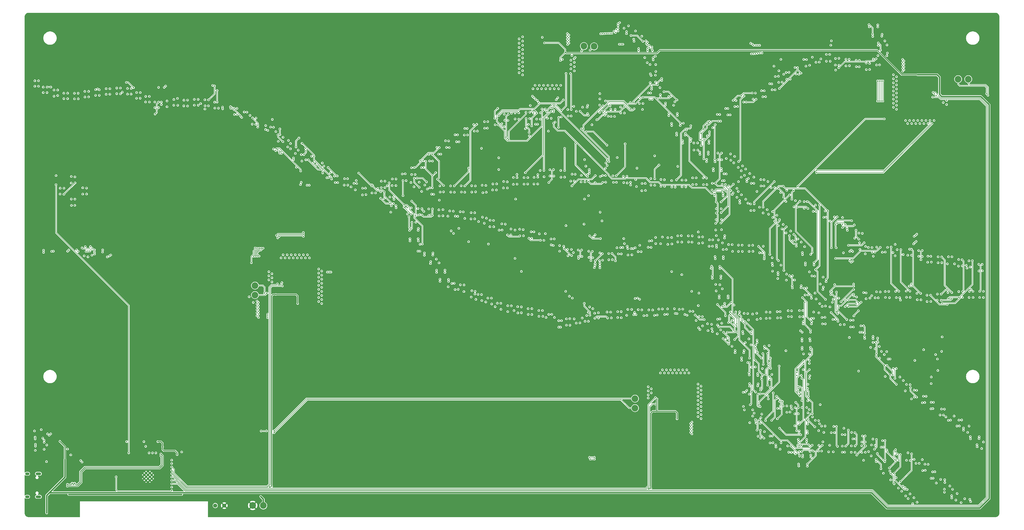
<source format=gbr>
%TF.GenerationSoftware,KiCad,Pcbnew,8.0.4*%
%TF.CreationDate,2025-01-31T11:16:02-08:00*%
%TF.ProjectId,traffic_paradise,74726166-6669-4635-9f70-617261646973,rev?*%
%TF.SameCoordinates,Original*%
%TF.FileFunction,Copper,L4,Bot*%
%TF.FilePolarity,Positive*%
%FSLAX46Y46*%
G04 Gerber Fmt 4.6, Leading zero omitted, Abs format (unit mm)*
G04 Created by KiCad (PCBNEW 8.0.4) date 2025-01-31 11:16:02*
%MOMM*%
%LPD*%
G01*
G04 APERTURE LIST*
%TA.AperFunction,ComponentPad*%
%ADD10C,1.524000*%
%TD*%
%TA.AperFunction,HeatsinkPad*%
%ADD11C,0.600000*%
%TD*%
%TA.AperFunction,ComponentPad*%
%ADD12O,2.100000X1.000000*%
%TD*%
%TA.AperFunction,ComponentPad*%
%ADD13O,1.600000X1.000000*%
%TD*%
%TA.AperFunction,SMDPad,CuDef*%
%ADD14C,2.500000*%
%TD*%
%TA.AperFunction,ViaPad*%
%ADD15C,0.500000*%
%TD*%
%TA.AperFunction,Conductor*%
%ADD16C,0.203200*%
%TD*%
%TA.AperFunction,Conductor*%
%ADD17C,0.304800*%
%TD*%
%TA.AperFunction,Conductor*%
%ADD18C,0.500000*%
%TD*%
%TA.AperFunction,Conductor*%
%ADD19C,0.200000*%
%TD*%
%TA.AperFunction,Conductor*%
%ADD20C,0.290000*%
%TD*%
G04 APERTURE END LIST*
D10*
%TO.P,R108,1*%
%TO.N,/PHOTO*%
X71960000Y-185420000D03*
%TO.P,R108,2*%
%TO.N,GND*%
X75360000Y-185420000D03*
%TD*%
D11*
%TO.P,U13,41,GND*%
%TO.N,GND*%
X48150000Y-175290000D03*
X48150000Y-173890000D03*
X47450000Y-175990000D03*
X47450000Y-174590000D03*
X47450000Y-173190000D03*
X46750000Y-175290000D03*
X46750000Y-173890000D03*
X46050000Y-175990000D03*
X46050000Y-174590000D03*
X46050000Y-173190000D03*
X45350000Y-175290000D03*
X45350000Y-173890000D03*
%TD*%
D12*
%TO.P,J2,S1,SHIELD*%
%TO.N,Net-(J2-SHIELD)*%
X5670000Y-173480000D03*
D13*
X1490000Y-173480000D03*
D12*
X5670000Y-182120000D03*
D13*
X1490000Y-182120000D03*
%TD*%
D14*
%TO.P,TP7,1,1*%
%TO.N,/SCL2*%
X350520000Y-25400000D03*
%TD*%
%TO.P,TP6,1,1*%
%TO.N,/SDA1*%
X86868000Y-102870000D03*
%TD*%
%TO.P,TP22,1,1*%
%TO.N,Net-(F2-Pad1)*%
X90000000Y-185400000D03*
%TD*%
%TO.P,TP5,1,1*%
%TO.N,/SCL1*%
X86868000Y-106426000D03*
%TD*%
%TO.P,TP21,1,1*%
%TO.N,GND*%
X86000000Y-185375000D03*
%TD*%
%TO.P,TP14,1,1*%
%TO.N,/SCL2*%
X210200000Y-13000000D03*
%TD*%
%TO.P,TP8,1,1*%
%TO.N,/SDA2*%
X354330000Y-25400000D03*
%TD*%
%TO.P,TP3,1,1*%
%TO.N,/SDA1*%
X229362000Y-145288000D03*
%TD*%
%TO.P,TP13,1,1*%
%TO.N,/SDA2*%
X214000000Y-13100000D03*
%TD*%
%TO.P,TP4,1,1*%
%TO.N,/SCL1*%
X229362000Y-148844000D03*
%TD*%
D15*
%TO.N,/EN*%
X55626000Y-179770000D03*
X34796000Y-174623000D03*
%TO.N,GND*%
X21300000Y-167600000D03*
X92600000Y-51600000D03*
X225900000Y-92900000D03*
X81600000Y-35100000D03*
X313900000Y-169000000D03*
X254000000Y-139000000D03*
X79800000Y-34200000D03*
X336550000Y-33020000D03*
X28300000Y-33600000D03*
X316900000Y-22800000D03*
X145100000Y-72600000D03*
X311900000Y-105200000D03*
X210000000Y-32000000D03*
X200100000Y-56600000D03*
X342400000Y-97200000D03*
X330500000Y-129500000D03*
X102870000Y-102870000D03*
X313300000Y-81100000D03*
X100330000Y-101600000D03*
X62900000Y-33200000D03*
X324900000Y-162600000D03*
X289300000Y-121600000D03*
X222700000Y-70700000D03*
X205100000Y-74700000D03*
X200500000Y-53300000D03*
X74500000Y-38200000D03*
X317100000Y-2800000D03*
X88400000Y-37100000D03*
X193600000Y-37000000D03*
X288800000Y-134400000D03*
X277700000Y-116700000D03*
X46500000Y-166600000D03*
X270500000Y-152200000D03*
X349400000Y-96400000D03*
X212200000Y-168700000D03*
X340600000Y-132300000D03*
X210100000Y-93800000D03*
X278600000Y-16300000D03*
X104700000Y-46100000D03*
X148200000Y-49900000D03*
X211400000Y-8300000D03*
X202700000Y-8200000D03*
X233500000Y-72000000D03*
X19200000Y-27500000D03*
X224800000Y-101900000D03*
X163100000Y-39900000D03*
X349200000Y-105500000D03*
X273600000Y-36200000D03*
X228300000Y-3500000D03*
X234400000Y-139500000D03*
X146100000Y-68400000D03*
X106200000Y-49700000D03*
X270700000Y-56700000D03*
X341200000Y-21950000D03*
X182700000Y-67000000D03*
X101600000Y-100330000D03*
X277800000Y-95300000D03*
X95900000Y-82800000D03*
X238600000Y-36300000D03*
X263400000Y-103400000D03*
X309200000Y-155400000D03*
X346000000Y-22200000D03*
X171000000Y-80500000D03*
X297300000Y-124600000D03*
X126000000Y-65900000D03*
X34700000Y-33700000D03*
X333800000Y-108900000D03*
X260300000Y-122100000D03*
X289300000Y-19900000D03*
X351000000Y-151800000D03*
X343200000Y-95400000D03*
X50800000Y-160500000D03*
X24100000Y-163400000D03*
X313100000Y-122600000D03*
X23300000Y-92700000D03*
X206200000Y-23200000D03*
X13400000Y-69800000D03*
X270200000Y-122500000D03*
X233900000Y-10300000D03*
X200900000Y-63900000D03*
X322800000Y-19700000D03*
X259600000Y-90100000D03*
X338100000Y-94800000D03*
X169200000Y-36500000D03*
X317500000Y-108700000D03*
X284600000Y-155600000D03*
X237200000Y-182400000D03*
X108100000Y-60800000D03*
X94700000Y-39900000D03*
X301300000Y-118200000D03*
X10287000Y-175768000D03*
X344900000Y-154100000D03*
X153200000Y-51600000D03*
X222900000Y-36600000D03*
X190800000Y-8500000D03*
X251900000Y-44300000D03*
X161000000Y-46800000D03*
X171200000Y-42500000D03*
X222400000Y-59400000D03*
X346750000Y-27750000D03*
X223800000Y-47600000D03*
X56300000Y-31900000D03*
X342250000Y-29250000D03*
X91800000Y-42400000D03*
X323400000Y-178100000D03*
X245110000Y-146050000D03*
X9400000Y-160000000D03*
X332300000Y-95500000D03*
X245110000Y-143510000D03*
X295300000Y-16400000D03*
X26300000Y-88211600D03*
X338400000Y-97200000D03*
X249200000Y-153500000D03*
X342600000Y-37100000D03*
X273700000Y-76600000D03*
X90800000Y-156600000D03*
X296900000Y-132200000D03*
X156800000Y-50400000D03*
X141800000Y-56600000D03*
X342300000Y-126400000D03*
X83700000Y-95800000D03*
X338000000Y-105400000D03*
X206000000Y-12800000D03*
X345600000Y-35900000D03*
X15300000Y-88100000D03*
X331000000Y-86800000D03*
X243840000Y-144780000D03*
X275000000Y-120100000D03*
X189900000Y-27100000D03*
X171400000Y-40300000D03*
X183000000Y-19000000D03*
X234200000Y-98200000D03*
X101600000Y-102870000D03*
X7900000Y-162600000D03*
X346700000Y-147500000D03*
X329800000Y-38500000D03*
X186500000Y-24600000D03*
X217400000Y-96800000D03*
X220200000Y-120400000D03*
X16300000Y-72700000D03*
X271200000Y-65900000D03*
X94100000Y-178200000D03*
X11000000Y-88000000D03*
X326800000Y-37800000D03*
X321300000Y-160100000D03*
X324400000Y-108900000D03*
X96400000Y-103800000D03*
X279300000Y-104800000D03*
X302000000Y-10400000D03*
X3300000Y-162800000D03*
X220800000Y-96600000D03*
X357800000Y-165000000D03*
X315300000Y-126500000D03*
X343700000Y-22000000D03*
X91100000Y-115700000D03*
X223200000Y-54100000D03*
X269200000Y-140700000D03*
X234400000Y-182400000D03*
X328500000Y-144500000D03*
X129400000Y-67600000D03*
X233000000Y-52400000D03*
X324400000Y-9400000D03*
X231900000Y-6900000D03*
X234100000Y-33700000D03*
X233200000Y-46200000D03*
X240300000Y-41400000D03*
X150000000Y-72400000D03*
X231200000Y-29000000D03*
X307800000Y-86000000D03*
X206000000Y-93200000D03*
X319200000Y-85800000D03*
X256800000Y-95600000D03*
X316700000Y-87100000D03*
X30200000Y-88700000D03*
X41700000Y-33400000D03*
X337820000Y-30480000D03*
X112500000Y-108800000D03*
X147800000Y-60600000D03*
X12200000Y-181500000D03*
X227200000Y-43200000D03*
X307900000Y-73300000D03*
X289000000Y-161300000D03*
X191700000Y-46500000D03*
X323000000Y-91600000D03*
X239200000Y-21900000D03*
X319400000Y-157800000D03*
X230300000Y-22600000D03*
X338900000Y-174900000D03*
X187200000Y-8600000D03*
X198900000Y-39300000D03*
X89200000Y-90900000D03*
X102900000Y-59700000D03*
X181600000Y-34900000D03*
X136900000Y-68400000D03*
X212800000Y-8300000D03*
X343700000Y-147200000D03*
X345900000Y-181700000D03*
X3900000Y-30200000D03*
X48000000Y-35800000D03*
X218200000Y-40200000D03*
X340300000Y-25950000D03*
X242300000Y-22400000D03*
X296700000Y-145500000D03*
X52000000Y-174500000D03*
X163300000Y-45000000D03*
X69900000Y-27300000D03*
X58700000Y-171700000D03*
X214800000Y-169000000D03*
X6000000Y-29500000D03*
X300100000Y-71300000D03*
X269000000Y-85700000D03*
X50800000Y-166500000D03*
X335280000Y-30480000D03*
X142800000Y-80100000D03*
X83600000Y-112300000D03*
X7800000Y-158100000D03*
X250500000Y-134400000D03*
X237000000Y-178800000D03*
X20000000Y-34800000D03*
X306600000Y-16900000D03*
X329700000Y-105100000D03*
X316800000Y-7600000D03*
X242570000Y-146050000D03*
X278200000Y-78100000D03*
X205800000Y-8300000D03*
X242700000Y-88700000D03*
X314600000Y-111000000D03*
X193800000Y-9000000D03*
X214400000Y-166400000D03*
X335200000Y-182000000D03*
X239300000Y-88800000D03*
X211700000Y-166500000D03*
X8300000Y-174200000D03*
X105100000Y-85800000D03*
X258800000Y-106900000D03*
X217900000Y-76700000D03*
X133200000Y-69600000D03*
X297000000Y-118600000D03*
X108400000Y-65500000D03*
X21100000Y-72200000D03*
X134600000Y-62500000D03*
X323900000Y-86900000D03*
X9100000Y-168000000D03*
X16500000Y-176600000D03*
X8300000Y-189100000D03*
X21600000Y-90300000D03*
X222900000Y-3300000D03*
X178700000Y-103900000D03*
X169900000Y-47500000D03*
X299900000Y-90300000D03*
X246110000Y-152880000D03*
X167300000Y-100700000D03*
X21800000Y-30600000D03*
X17900000Y-182200000D03*
X93800000Y-85000000D03*
X164500000Y-47200000D03*
X74100000Y-29200000D03*
X169600000Y-94100000D03*
X37800000Y-31100000D03*
X248600000Y-89000000D03*
X235300000Y-90300000D03*
X333900000Y-22600000D03*
X151700000Y-57000000D03*
X130100000Y-73600000D03*
X110900000Y-110600000D03*
X356300000Y-103800000D03*
X341000000Y-119000000D03*
X164500000Y-85700000D03*
X262100000Y-98100000D03*
X307600000Y-168500000D03*
X330800000Y-132900000D03*
X222600000Y-12600000D03*
X205000000Y-78600000D03*
X18900000Y-164300000D03*
X225500000Y-3300000D03*
X23300000Y-70000000D03*
X39500000Y-166500000D03*
X147600000Y-56900000D03*
X291500000Y-110800000D03*
X297300000Y-151400000D03*
X143000000Y-90800000D03*
X150900000Y-54900000D03*
X353100000Y-153800000D03*
X101600000Y-101600000D03*
X252000000Y-46000000D03*
X343600000Y-123200000D03*
X300100000Y-86300000D03*
X197400000Y-19200000D03*
X173200000Y-75900000D03*
X330300000Y-42000000D03*
X335280000Y-31750000D03*
X61100000Y-181400000D03*
X52000000Y-172500000D03*
X159300000Y-95100000D03*
X157000000Y-107300000D03*
X210100000Y-37600000D03*
X214200000Y-8200000D03*
X14900000Y-90500000D03*
X92300000Y-96700000D03*
X232800000Y-31300000D03*
X116200000Y-97800000D03*
X3300000Y-159700000D03*
X236347000Y-148336000D03*
X18400000Y-29300000D03*
X178200000Y-72500000D03*
X300100000Y-95700000D03*
X159300000Y-88300000D03*
X335700000Y-117900000D03*
X188900000Y-34200000D03*
X94200000Y-104100000D03*
X215300000Y-8300000D03*
X16800000Y-62600000D03*
X337820000Y-33020000D03*
X229400000Y-14000000D03*
X186000000Y-71100000D03*
X331400000Y-164100000D03*
X198400000Y-122200000D03*
X253500000Y-153900000D03*
X12700000Y-161300000D03*
X304100000Y-11800000D03*
X344250000Y-30000000D03*
X280900000Y-164300000D03*
X22400000Y-169900000D03*
X281600000Y-126400000D03*
X52000000Y-179200000D03*
X218500000Y-29400000D03*
X227600000Y-147000000D03*
X229100000Y-31100000D03*
X232400000Y-26800000D03*
X237700000Y-139900000D03*
X354500000Y-98100000D03*
X102870000Y-100330000D03*
X271900000Y-17100000D03*
X38000000Y-160900000D03*
X247000000Y-92600000D03*
X311700000Y-17200000D03*
X307900000Y-57400000D03*
X274400000Y-91600000D03*
X296600000Y-92200000D03*
X297400000Y-161100000D03*
X104900000Y-63500000D03*
X329600000Y-118300000D03*
X276000000Y-110600000D03*
X336550000Y-31750000D03*
X353600000Y-107800000D03*
X258000000Y-49100000D03*
X320800000Y-3000000D03*
X319600000Y-34000000D03*
X92900000Y-48700000D03*
X161100000Y-53500000D03*
X252800000Y-73200000D03*
X295600000Y-171400000D03*
X243840000Y-146050000D03*
X262500000Y-32100000D03*
X287800000Y-97500000D03*
X273900000Y-24900000D03*
X58800000Y-169400000D03*
X337820000Y-31750000D03*
X305800000Y-119200000D03*
X294300000Y-99900000D03*
X303200000Y-22200000D03*
X184500000Y-20800000D03*
X103400000Y-57600000D03*
X88600000Y-183000000D03*
X142600000Y-82600000D03*
X262600000Y-119300000D03*
X233500000Y-8200000D03*
X298500000Y-168800000D03*
X154500000Y-62600000D03*
X279000000Y-154100000D03*
X176500000Y-117100000D03*
X316500000Y-115300000D03*
X239900000Y-151900000D03*
X230200000Y-4600000D03*
X94200000Y-159000000D03*
X108100000Y-93000000D03*
X204200000Y-24700000D03*
X308000000Y-43300000D03*
X34000000Y-182200000D03*
X277300000Y-108100000D03*
X187500000Y-73700000D03*
X284100000Y-84100000D03*
X187800000Y-24700000D03*
X278800000Y-87300000D03*
X232700000Y-178200000D03*
X313200000Y-116600000D03*
X179500000Y-41000000D03*
X238100000Y-134100000D03*
X281600000Y-70900000D03*
X267700000Y-38600000D03*
X280800000Y-62500000D03*
X157500000Y-84000000D03*
X336550000Y-30480000D03*
X320000000Y-93900000D03*
X288200000Y-124100000D03*
X272700000Y-126000000D03*
X184500000Y-8700000D03*
X286000000Y-21500000D03*
X11000000Y-158000000D03*
X201600000Y-35500000D03*
X302400000Y-154800000D03*
X113800000Y-53700000D03*
X153600000Y-72900000D03*
X14400000Y-65300000D03*
X284700000Y-110300000D03*
X126700000Y-59900000D03*
X225700000Y-12500000D03*
X269800000Y-133300000D03*
X117900000Y-57900000D03*
X245110000Y-144780000D03*
X105100000Y-88100000D03*
X209600000Y-8300000D03*
X264500000Y-85900000D03*
X11900000Y-90500000D03*
X113600000Y-57800000D03*
X338100000Y-141600000D03*
X325200000Y-14900000D03*
X102870000Y-101600000D03*
X154000000Y-57300000D03*
X83600000Y-105100000D03*
X17700000Y-165500000D03*
X254500000Y-88700000D03*
X342200000Y-137300000D03*
X237800000Y-155300000D03*
X195300000Y-19300000D03*
X201200000Y-102000000D03*
X91300000Y-107800000D03*
X91500000Y-102000000D03*
X183600000Y-24800000D03*
X90900000Y-87900000D03*
X23000000Y-65200000D03*
X155100000Y-54200000D03*
X169100000Y-84200000D03*
X210100000Y-93800000D03*
X225400000Y-84100000D03*
X103700000Y-109900000D03*
X252700000Y-38700000D03*
X101200000Y-49100000D03*
X70400000Y-33100000D03*
X263200000Y-126000000D03*
X197400000Y-17700000D03*
X265400000Y-61300000D03*
X354900000Y-181100000D03*
X100330000Y-102870000D03*
X11800000Y-93400000D03*
X13600000Y-63300000D03*
X150500000Y-62400000D03*
X339600000Y-168400000D03*
X327800000Y-93700000D03*
X8800000Y-163800000D03*
X84800000Y-113400000D03*
X189300000Y-101400000D03*
X52100000Y-176400000D03*
X295600000Y-158900000D03*
X242570000Y-144780000D03*
X119400000Y-62000000D03*
X346500000Y-174500000D03*
X111200000Y-95900000D03*
X222800000Y-38800000D03*
X342200000Y-110500000D03*
X187500000Y-40500000D03*
X243840000Y-143510000D03*
X16400000Y-163300000D03*
X240100000Y-16800000D03*
X230000000Y-36100000D03*
X121500000Y-68200000D03*
X282200000Y-137000000D03*
X58600000Y-179600000D03*
X100330000Y-100330000D03*
X242570000Y-143510000D03*
X265500000Y-122400000D03*
X205900000Y-50300000D03*
X330400000Y-125300000D03*
X289300000Y-19900000D03*
X328500000Y-183200000D03*
X83300000Y-33700000D03*
X308200000Y-83400000D03*
X269000000Y-125800000D03*
X6800000Y-89000000D03*
X110500000Y-56000000D03*
X66800000Y-33100000D03*
X200500000Y-86000000D03*
X276500000Y-11100000D03*
X34900000Y-173400000D03*
X326300000Y-172100000D03*
X126000000Y-67800000D03*
X188400000Y-31700000D03*
X270500000Y-10000000D03*
X288900000Y-131000000D03*
X331800000Y-22900000D03*
X266700000Y-53100000D03*
X287700000Y-73300000D03*
X87300000Y-115900000D03*
X288500000Y-105200000D03*
X297600000Y-136900000D03*
X304400000Y-96800000D03*
X288900000Y-168400000D03*
X237100000Y-152100000D03*
X49000000Y-166300000D03*
X359400000Y-160100000D03*
X241200000Y-117900000D03*
X93100000Y-54000000D03*
X211800000Y-88300000D03*
X281200000Y-99100000D03*
X202800000Y-29500000D03*
X10500000Y-33300000D03*
X290200000Y-68100000D03*
X352500000Y-160200000D03*
X342500000Y-41800000D03*
X204200000Y-28300000D03*
X5700000Y-24500000D03*
X164100000Y-50600000D03*
X287000000Y-152000000D03*
X190400000Y-25900000D03*
X353500000Y-92700000D03*
X273800000Y-69800000D03*
X58700000Y-166000000D03*
X205200000Y-59100000D03*
X335280000Y-33020000D03*
X150500000Y-94600000D03*
X209900000Y-71900000D03*
X294300000Y-85600000D03*
X288200000Y-88000000D03*
X337700000Y-125300000D03*
X93100000Y-181500000D03*
X264900000Y-59000000D03*
X288700000Y-143700000D03*
X322000000Y-116700000D03*
X18000000Y-32700000D03*
X86600000Y-87900000D03*
X288700000Y-81800000D03*
X105200000Y-81900000D03*
X214000000Y-97300000D03*
X298300000Y-158500000D03*
X77600000Y-37800000D03*
X283700000Y-143600000D03*
X172200000Y-103500000D03*
X117500000Y-60600000D03*
X323200000Y-93800000D03*
X48300000Y-39000000D03*
X297600000Y-127600000D03*
X7800000Y-181900000D03*
X93900000Y-156400000D03*
X338000000Y-90100000D03*
X158500000Y-52400000D03*
X195300000Y-17700000D03*
X322900000Y-103800000D03*
X270800000Y-69000000D03*
X94500000Y-115200000D03*
X177400000Y-48000000D03*
X170600000Y-90600000D03*
X207000000Y-38400000D03*
X317900000Y-13500000D03*
X284900000Y-29200000D03*
X274600000Y-60300000D03*
X247100000Y-30300000D03*
X262700000Y-43700000D03*
X136700000Y-73800000D03*
X245700000Y-153700000D03*
X329400000Y-88600000D03*
X268700000Y-136300000D03*
X292100000Y-75500000D03*
X183900000Y-44900000D03*
X266400000Y-92000000D03*
X210400000Y-28200000D03*
X328600000Y-174700000D03*
X86200000Y-114900000D03*
X16500000Y-179000000D03*
X228000000Y-33500000D03*
X316100000Y-133500000D03*
X256700000Y-127200000D03*
X16500000Y-168200000D03*
X44800000Y-160400000D03*
X155900000Y-45600000D03*
X270800000Y-75800000D03*
X257100000Y-102500000D03*
X53100000Y-163200000D03*
X155200000Y-79100000D03*
X95800000Y-91500000D03*
X200300000Y-13500000D03*
X349100000Y-108400000D03*
%TO.N,+5V*%
X102870000Y-109601000D03*
X343535000Y-27150000D03*
X13700000Y-161300000D03*
X237592000Y-145394000D03*
X245138000Y-152880000D03*
X94643000Y-106200000D03*
X335280000Y-23749000D03*
X8763000Y-188228000D03*
X195400000Y-11800000D03*
X236883000Y-150015000D03*
X93120400Y-178185000D03*
X201400000Y-18388400D03*
X15600000Y-168100000D03*
X235280000Y-180594000D03*
X61100000Y-180594000D03*
X203250000Y-15375000D03*
X235280000Y-178998000D03*
X93120400Y-180594000D03*
%TO.N,+3.3V*%
X57660000Y-166300000D03*
X17018000Y-181254000D03*
X38737000Y-161415000D03*
X34036000Y-181254000D03*
X59400000Y-181300000D03*
X52235000Y-163360000D03*
X17800000Y-166400000D03*
X50419000Y-161417000D03*
X45214000Y-161415000D03*
%TO.N,/SCL1*%
X96621600Y-102438000D03*
X229362000Y-148844000D03*
X94000000Y-158100000D03*
X49695000Y-165646000D03*
X22000000Y-169100000D03*
X91313000Y-105664000D03*
%TO.N,/SDA1*%
X89150000Y-157450000D03*
X94000000Y-157400000D03*
X21500000Y-168500000D03*
X91200000Y-157400000D03*
X96951800Y-101778000D03*
X48425000Y-165646000D03*
X90424000Y-105664000D03*
X229362000Y-145288000D03*
%TO.N,/SCL2*%
X209300000Y-14800000D03*
X55626000Y-169610000D03*
X206925000Y-17230000D03*
X212598000Y-168003200D03*
X214122000Y-168003200D03*
X341600000Y-30900000D03*
X361188000Y-30853200D03*
%TO.N,/SDA2*%
X361696000Y-31461600D03*
X206521000Y-17751900D03*
X55626000Y-168340000D03*
X212259500Y-167301500D03*
X214122000Y-167301500D03*
X212500000Y-14500000D03*
X342300000Y-31500000D03*
%TO.N,Net-(U5-~{SDB})*%
X55626000Y-172150000D03*
X97155000Y-102997000D03*
%TO.N,/INT1*%
X95250000Y-102235000D03*
X55626000Y-170880000D03*
%TO.N,/PHOTO*%
X55626000Y-178500000D03*
%TO.N,/D-*%
X51562000Y-166785000D03*
X16510000Y-177450000D03*
%TO.N,/D+*%
X16510000Y-178150000D03*
X51562000Y-166085000D03*
%TO.N,Net-(U6-~{SDB})*%
X236982000Y-147320000D03*
X55626000Y-174690000D03*
%TO.N,/INT2*%
X55626000Y-173420000D03*
X237033000Y-144915000D03*
%TO.N,Net-(U7-~{SDB})*%
X55626000Y-177230000D03*
X341122000Y-30353000D03*
%TO.N,/INT3*%
X55626000Y-175960000D03*
X340976000Y-32150000D03*
%TO.N,/Matrix 1/COL0*%
X216400000Y-85230500D03*
X145618000Y-71162900D03*
X88138000Y-111426000D03*
X164975000Y-75200000D03*
X19350000Y-70425000D03*
X198150000Y-113650000D03*
X5725000Y-26000000D03*
X212394000Y-84197800D03*
X72650000Y-29657800D03*
X199100000Y-85350000D03*
X102250000Y-50850000D03*
X225156000Y-85230500D03*
X70996100Y-27747200D03*
X165250000Y-102625000D03*
X72650000Y-34000000D03*
X231125000Y-87750000D03*
X26718300Y-91016800D03*
X132900000Y-66400000D03*
X103351800Y-47487200D03*
X147150000Y-76700000D03*
X156000000Y-70800000D03*
X166948600Y-86388300D03*
X32248900Y-91743200D03*
X40425000Y-28900000D03*
%TO.N,/Matrix 1/COL1*%
X38600000Y-26600800D03*
X31471700Y-92106400D03*
X201775000Y-116025000D03*
X105200000Y-53725000D03*
X135350000Y-67700000D03*
X148100000Y-81400000D03*
X8875000Y-28375000D03*
X41320800Y-28597700D03*
X15225000Y-66325000D03*
X105977000Y-52231100D03*
X202625000Y-88100000D03*
X137983000Y-72919300D03*
X203353000Y-105018000D03*
X10317712Y-28370688D03*
X43850000Y-30425000D03*
X213899000Y-84421800D03*
X169400000Y-105000000D03*
X169250000Y-75525000D03*
X77625000Y-35725000D03*
X24889000Y-89911000D03*
X81373400Y-39191600D03*
X125781168Y-60644142D03*
X163296000Y-81400000D03*
X235625000Y-86025000D03*
X87630000Y-111981000D03*
%TO.N,/Matrix 1/COL2*%
X173675000Y-77550000D03*
X239625000Y-84650000D03*
X88138000Y-112535000D03*
X108975000Y-54350000D03*
X115573000Y-62887200D03*
X204728000Y-106851000D03*
X104500000Y-49500000D03*
X50700000Y-28500000D03*
X19350000Y-62075000D03*
X22819100Y-91723600D03*
X139000000Y-70500000D03*
X47275000Y-31850000D03*
X12875000Y-29475000D03*
X203464000Y-80359000D03*
X80125000Y-36375000D03*
X171825000Y-106225000D03*
X205500000Y-89300000D03*
X23248300Y-88270400D03*
X204925000Y-115300000D03*
X148050000Y-85275000D03*
X138800000Y-69625000D03*
X206235000Y-90471600D03*
%TO.N,/Matrix 1/COL3*%
X24246900Y-92086800D03*
X50750000Y-33975000D03*
X209350000Y-89500000D03*
X83825000Y-37775000D03*
X112125000Y-56850000D03*
X175550000Y-107550000D03*
X25169306Y-88230694D03*
X105834701Y-51365297D03*
X16600000Y-30650000D03*
X176325000Y-78425000D03*
X209550000Y-115050000D03*
X124852000Y-63421400D03*
X142775000Y-72600000D03*
X208182000Y-92662900D03*
X49400000Y-38500000D03*
X23700000Y-66275000D03*
X68102600Y-36601500D03*
X87628600Y-113090000D03*
X137164000Y-64291900D03*
X149600000Y-87275000D03*
X243100000Y-84825000D03*
X205869000Y-107550000D03*
X174388000Y-87275000D03*
X50078500Y-36601500D03*
X226414000Y-88081700D03*
%TO.N,/Matrix 1/COL4*%
X148680000Y-76273100D03*
X93800000Y-51600000D03*
X212425000Y-113975000D03*
X210261000Y-79800000D03*
X87630000Y-110871000D03*
X225411000Y-87100200D03*
X8800000Y-162700000D03*
X153575000Y-90650000D03*
X86913300Y-88785000D03*
X52817600Y-28490400D03*
X246750000Y-84125000D03*
X212825000Y-93503000D03*
X84674800Y-107075000D03*
X210319000Y-109500000D03*
X179050000Y-109500000D03*
X20550000Y-30700000D03*
X213350000Y-90050000D03*
X87250000Y-40000000D03*
X115150000Y-60450000D03*
X180725000Y-79800000D03*
X85500000Y-94300000D03*
X137789000Y-75291500D03*
X145450000Y-73675000D03*
X27900000Y-29100000D03*
X53887600Y-33600000D03*
%TO.N,/Matrix 1/COL5*%
X182975000Y-110475000D03*
X57800000Y-32629600D03*
X90900000Y-42800000D03*
X24475000Y-29975000D03*
X6725000Y-156906246D03*
X117700000Y-61725000D03*
X86976500Y-91823500D03*
X53376260Y-27978800D03*
X150188000Y-75046700D03*
X224770000Y-88566300D03*
X94631900Y-52210600D03*
X184375000Y-92650700D03*
X250825000Y-84200000D03*
X114278000Y-58538300D03*
X66471700Y-34568500D03*
X215625000Y-113050000D03*
X217125000Y-90900000D03*
X149450000Y-73975000D03*
X184375000Y-82025000D03*
X88425300Y-88837600D03*
X88138000Y-110316000D03*
X214435000Y-93589900D03*
X211860000Y-112885000D03*
X102398000Y-58427700D03*
X154875000Y-92925000D03*
%TO.N,/Matrix 1/COL6*%
X121575000Y-62750000D03*
X24222600Y-89977400D03*
X153400000Y-74075000D03*
X37137800Y-30263300D03*
X222006000Y-93557000D03*
X186750000Y-97528500D03*
X158125000Y-97050000D03*
X93800000Y-43425000D03*
X253102000Y-82716700D03*
X136440000Y-65410200D03*
X254725000Y-84575000D03*
X25727200Y-91472800D03*
X212342000Y-110875000D03*
X187425000Y-81850000D03*
X20000000Y-89474000D03*
X220250000Y-112800000D03*
X186750000Y-110875000D03*
X220725000Y-90800000D03*
X152725000Y-76397400D03*
X89192500Y-88837600D03*
X87617400Y-109761000D03*
X87708200Y-91831800D03*
X61600000Y-33250000D03*
X95428900Y-51947900D03*
X28500000Y-29375000D03*
%TO.N,/Matrix 1/COL7*%
X88138000Y-109207000D03*
X87582000Y-88837600D03*
X29775000Y-89475000D03*
X228667000Y-88960800D03*
X258475000Y-85700000D03*
X125000000Y-64550000D03*
X86314700Y-91885300D03*
X146480000Y-65788300D03*
X96200000Y-46200000D03*
X94910700Y-51539200D03*
X191450000Y-82700000D03*
X96200000Y-44075400D03*
X86240000Y-109195000D03*
X190700000Y-111500000D03*
X157350000Y-74350000D03*
X65550000Y-32975000D03*
X104009000Y-59853300D03*
X159450000Y-100525000D03*
X223950000Y-88600000D03*
X160419000Y-82335000D03*
X32450000Y-28975000D03*
X213549000Y-111500000D03*
X32800000Y-91380000D03*
X224175000Y-112650000D03*
%TO.N,/Matrix 1/COL8*%
X95946600Y-52465600D03*
X88400000Y-91800000D03*
X214431000Y-83781600D03*
X262175000Y-86850000D03*
X69450000Y-33175000D03*
X7775000Y-160875000D03*
X128275000Y-66300000D03*
X89907700Y-88837600D03*
X161575000Y-102000000D03*
X71702400Y-27938100D03*
X87626400Y-108652000D03*
X195775000Y-83350000D03*
X161250000Y-74925000D03*
X161327000Y-83282800D03*
X194675000Y-112200000D03*
X36400000Y-28725000D03*
X99400000Y-48400000D03*
X227925000Y-88975000D03*
X11263500Y-89956400D03*
X93360905Y-40512793D03*
%TO.N,/Matrix 2/COL0*%
X263950000Y-120375000D03*
X267581000Y-120346000D03*
X264650000Y-114225000D03*
X275125000Y-123325000D03*
X250702000Y-154092000D03*
X304875000Y-155700000D03*
X293750000Y-160600000D03*
X298802000Y-147536000D03*
X284942000Y-148024000D03*
X276266000Y-143501000D03*
X276900000Y-151100000D03*
X231900000Y-112000000D03*
X273500000Y-151800000D03*
X272400000Y-154300000D03*
X305300000Y-163200000D03*
X262500000Y-91975000D03*
X280672000Y-136208000D03*
X354900000Y-183100000D03*
X279825000Y-137100000D03*
X330600000Y-178700000D03*
%TO.N,/Matrix 2/COL1*%
X266700000Y-123100000D03*
X294685000Y-149381000D03*
X282615000Y-145159000D03*
X309350000Y-157100000D03*
X280580100Y-153428500D03*
X250190000Y-155757000D03*
X275316000Y-127838000D03*
X294125000Y-154000000D03*
X279100000Y-140236600D03*
X261150000Y-95650000D03*
X277900000Y-125625000D03*
X294150000Y-146075000D03*
X235975000Y-112025000D03*
X350150000Y-180900000D03*
X315081081Y-168395519D03*
X308375000Y-163100000D03*
X243124000Y-97597500D03*
X276325000Y-154525000D03*
%TO.N,/Matrix 2/COL2*%
X277875000Y-157675000D03*
X311875000Y-163025000D03*
X291504000Y-158861000D03*
X299805000Y-161472000D03*
X281200000Y-143125000D03*
X283538244Y-156361756D03*
X270275000Y-127225000D03*
X261550000Y-99250000D03*
X294923512Y-122800000D03*
X293925000Y-157400000D03*
X337075000Y-168150000D03*
X279050000Y-128350000D03*
X311800000Y-158050000D03*
X250698000Y-156312000D03*
X278448000Y-136214000D03*
X279632000Y-125351000D03*
X239625000Y-111650000D03*
X278297000Y-153500000D03*
X246913000Y-98754500D03*
%TO.N,/Matrix 2/COL3*%
X339250000Y-169925000D03*
X272300000Y-130054000D03*
X312528000Y-166450000D03*
X282730000Y-152857000D03*
X279300000Y-132425000D03*
X244150000Y-111550000D03*
X280825000Y-159300000D03*
X315675000Y-159250000D03*
X288931000Y-165399000D03*
X250190000Y-156866000D03*
X294200000Y-139900000D03*
X267131000Y-112763000D03*
X315850000Y-163000000D03*
X261175000Y-102550000D03*
X250607000Y-105018000D03*
X295275000Y-166450000D03*
X284650000Y-146375000D03*
%TO.N,/Matrix 2/COL4*%
X319925000Y-160600000D03*
X274653000Y-125151000D03*
X341800000Y-172725000D03*
X284125000Y-161850000D03*
X229226000Y-112944000D03*
X288246000Y-149211000D03*
X319125000Y-164250000D03*
X250698000Y-157421000D03*
X253306000Y-105669000D03*
X292158000Y-107379000D03*
X355850000Y-93525000D03*
X295650000Y-116350000D03*
X277351000Y-136410000D03*
X344610000Y-109442000D03*
X247275000Y-111700000D03*
X311434000Y-114239000D03*
X313147000Y-112310000D03*
X287900000Y-148019600D03*
X264275000Y-106750000D03*
X228100000Y-111800000D03*
X274425000Y-130825000D03*
%TO.N,/Matrix 2/COL5*%
X345500000Y-175725000D03*
X275375000Y-135875000D03*
X290600000Y-148650000D03*
X323100000Y-168200000D03*
X285943000Y-127295000D03*
X289619000Y-146699000D03*
X323075000Y-161000000D03*
X287825000Y-163075000D03*
X290012000Y-157325000D03*
X293016000Y-109200000D03*
X265425000Y-109200000D03*
X251050000Y-112525000D03*
X295175000Y-119600000D03*
X262182000Y-110638000D03*
X291066000Y-166844000D03*
X250190000Y-157976000D03*
X294700000Y-128500000D03*
%TO.N,/Matrix 2/COL6*%
X293500000Y-142425000D03*
X275500000Y-139725000D03*
X295825000Y-150925000D03*
X324700000Y-171300000D03*
X268600000Y-112700000D03*
X295175000Y-126025000D03*
X289500000Y-165987000D03*
X250699000Y-158531000D03*
X291700000Y-162875000D03*
X254600000Y-114500000D03*
X327050000Y-164425000D03*
X347425000Y-178050000D03*
%TO.N,/Matrix 2/COL7*%
X294900000Y-136675000D03*
X326375000Y-173375000D03*
X331400000Y-179375000D03*
X261175000Y-115375000D03*
X295800000Y-162750000D03*
X298250000Y-153550000D03*
X258100000Y-117400000D03*
X274600000Y-142800000D03*
X250711000Y-155202000D03*
X270575000Y-116400000D03*
X276100000Y-153200000D03*
X328875000Y-166275000D03*
%TO.N,/Matrix 2/COL8*%
X300625000Y-155575000D03*
X275825000Y-147675000D03*
X283383000Y-133032000D03*
X333950000Y-182450000D03*
X266296000Y-119609000D03*
X289279000Y-155479000D03*
X293950000Y-169850000D03*
X272950000Y-120150000D03*
X299575000Y-162750000D03*
X260775000Y-118375000D03*
X333100000Y-166000000D03*
X274700000Y-153800000D03*
X294750000Y-132050000D03*
X250190000Y-154647000D03*
X328800000Y-176500000D03*
%TO.N,/Matrix 3/COL0*%
X293725000Y-103750000D03*
X322868000Y-128736000D03*
X291200000Y-71200000D03*
X275064000Y-67525000D03*
X295800000Y-90400000D03*
X318225000Y-88575000D03*
X307496000Y-90562400D03*
X320450000Y-124100000D03*
X265800000Y-87475000D03*
X329688000Y-22437600D03*
X318728000Y-91826200D03*
X320307000Y-122537000D03*
X342069000Y-128736000D03*
X268075000Y-67525000D03*
X358425000Y-159575000D03*
X265800000Y-68682500D03*
X283775000Y-112625000D03*
X273900000Y-62150000D03*
X321300000Y-105250000D03*
%TO.N,/Matrix 3/COL1*%
X360025000Y-161550000D03*
X296875000Y-105675000D03*
X288075000Y-112325000D03*
X321350000Y-88500000D03*
X269534000Y-87700000D03*
X270900000Y-70450000D03*
X324500000Y-105050000D03*
X296475000Y-94300000D03*
X329691000Y-17999200D03*
X293900000Y-71335600D03*
X323739000Y-127665000D03*
X344323000Y-127550000D03*
X277750000Y-63150000D03*
X321775000Y-127550000D03*
X304557000Y-92650700D03*
%TO.N,/Matrix 3/COL2*%
X325400000Y-88400000D03*
X273475000Y-87725000D03*
X311324000Y-104330000D03*
X328300000Y-104975000D03*
X330200000Y-18554000D03*
X300800000Y-108025000D03*
X298524000Y-72600000D03*
X281575000Y-63850000D03*
X306591000Y-108902000D03*
X325000000Y-130400000D03*
X342770000Y-130400000D03*
X274050000Y-72200000D03*
X297050000Y-96875000D03*
X292300000Y-112250000D03*
X354625000Y-155575000D03*
%TO.N,/Matrix 3/COL3*%
X328909000Y-108286000D03*
X342908000Y-134698000D03*
X284950000Y-65550000D03*
X332450000Y-104950000D03*
X327350000Y-133950000D03*
X277375000Y-73425000D03*
X329692000Y-19108800D03*
X301075000Y-100525000D03*
X351850000Y-153300000D03*
X298300000Y-113100000D03*
X277450000Y-88100000D03*
X305600000Y-110500000D03*
X311361000Y-106107000D03*
X301650000Y-74850000D03*
X329050000Y-89350000D03*
%TO.N,/Matrix 3/COL4*%
X340445000Y-137150000D03*
X305175000Y-77050000D03*
X336475000Y-105800000D03*
X302994000Y-88649800D03*
X300600000Y-114750000D03*
X280950000Y-75100000D03*
X333000000Y-89225000D03*
X311338000Y-103080000D03*
X332181000Y-103080000D03*
X287325000Y-68825000D03*
X304200000Y-102500000D03*
X305300000Y-113450000D03*
X330200000Y-19663600D03*
X279925000Y-91150000D03*
X313165000Y-134944000D03*
X328675000Y-137150000D03*
X349000000Y-151800000D03*
%TO.N,/Matrix 3/COL5*%
X283550000Y-78100000D03*
X304875000Y-105275000D03*
X329692000Y-20218400D03*
X320320000Y-33625400D03*
X337050000Y-89700000D03*
X360000000Y-105000000D03*
X345400000Y-149225000D03*
X304793000Y-88650500D03*
X311319000Y-102285000D03*
X310600000Y-78500000D03*
X340225000Y-106450000D03*
X304549000Y-80023900D03*
X346418000Y-109964000D03*
X340413000Y-139645000D03*
X308775000Y-115625000D03*
X336575000Y-93160000D03*
X283125000Y-93475000D03*
X320300000Y-26062000D03*
X332948000Y-102285000D03*
X332525000Y-140050000D03*
%TO.N,/Matrix 3/COL6*%
X356075000Y-105000000D03*
X340275000Y-91875000D03*
X323177000Y-136956000D03*
X355353000Y-104278000D03*
X280913000Y-97429800D03*
X344150000Y-106075000D03*
X285175000Y-97150000D03*
X334950000Y-142175000D03*
X271600000Y-113350000D03*
X286100000Y-80825000D03*
X309400000Y-108300000D03*
X311150000Y-115850000D03*
X320980000Y-33625400D03*
X346425000Y-104478000D03*
X307156000Y-81026600D03*
X309724000Y-122332000D03*
X313148000Y-109333000D03*
X311600000Y-80100000D03*
X320980000Y-26062000D03*
X330200000Y-20773200D03*
%TO.N,/Matrix 3/COL7*%
X338500000Y-144400000D03*
X289616000Y-85897500D03*
X288925000Y-83650000D03*
X288425000Y-99150000D03*
X344325000Y-92100000D03*
X321640000Y-26062000D03*
X315050000Y-117950000D03*
X353840000Y-96275700D03*
X282877000Y-100210000D03*
X315466000Y-120773000D03*
X348150000Y-105450000D03*
X275000000Y-113250000D03*
X314600000Y-83275000D03*
X329679000Y-21328000D03*
X332988000Y-145389000D03*
X321640000Y-33625400D03*
X318145000Y-106664000D03*
X359525000Y-94900000D03*
X312425000Y-107150000D03*
%TO.N,/Matrix 3/COL8*%
X330200000Y-21882800D03*
X322300000Y-33625400D03*
X291675000Y-102900000D03*
X291700000Y-86525000D03*
X341275000Y-146675000D03*
X316025000Y-105600000D03*
X348200000Y-92050000D03*
X322300000Y-26062000D03*
X352200000Y-105075000D03*
X352000000Y-93150000D03*
X318600000Y-121925000D03*
X326900000Y-87376800D03*
X279975000Y-112850000D03*
X315275000Y-86775000D03*
X309381200Y-87737600D03*
%TO.N,Net-(D2-A)*%
X16600000Y-164200000D03*
X8700000Y-168900000D03*
%TO.N,/T_SW*%
X12264000Y-61575000D03*
X39535000Y-165646000D03*
X12250000Y-65000000D03*
%TO.N,unconnected-(R52-Pad2)*%
X111887000Y-109601000D03*
%TO.N,unconnected-(R53-Pad2)*%
X110744000Y-108839000D03*
%TO.N,unconnected-(R54-Pad2)*%
X111887000Y-108077000D03*
%TO.N,unconnected-(R93-Pad2)*%
X254127000Y-146685000D03*
%TO.N,unconnected-(R94-Pad2)*%
X254127000Y-148209000D03*
%TO.N,unconnected-(R95-Pad2)*%
X252984000Y-147447000D03*
%TO.N,unconnected-(R96-Pad2)*%
X254127000Y-152781000D03*
%TO.N,unconnected-(R97-Pad2)*%
X252984000Y-152019000D03*
%TO.N,unconnected-(R98-Pad2)*%
X254127000Y-151257000D03*
%TO.N,unconnected-(R109-Pad2)*%
X346202000Y-33401000D03*
%TO.N,unconnected-(R145-Pad2)*%
X344932000Y-34163000D03*
%TO.N,unconnected-(R146-Pad2)*%
X346202000Y-34925000D03*
%TO.N,/Matrix 4/COL7*%
X284054000Y-17967400D03*
X218928000Y-57786900D03*
X171779000Y-51361200D03*
X270850000Y-59125000D03*
X169500000Y-65475000D03*
X237775000Y-27475000D03*
X236775000Y-62775000D03*
X238366000Y-57610400D03*
X274525000Y-30625000D03*
X228750000Y-34175000D03*
X204560000Y-11869600D03*
X232140000Y-36757400D03*
X203000000Y-51361200D03*
X146550000Y-58550000D03*
X155975000Y-51050000D03*
X263025000Y-84125000D03*
X239403000Y-25125500D03*
X305800000Y-17575000D03*
X271275000Y-63050000D03*
X203000000Y-59700000D03*
%TO.N,/Matrix 4/COL2*%
X283303000Y-22248400D03*
X177550000Y-40075000D03*
X180294000Y-43268700D03*
X218300000Y-33600000D03*
X232350000Y-32200000D03*
X252300000Y-62425000D03*
X231900000Y-9300000D03*
X259425000Y-42450000D03*
X319775000Y-17750000D03*
X287100000Y-22825000D03*
X259300000Y-55600000D03*
X150525000Y-65125000D03*
X185100000Y-62325000D03*
X218300000Y-61550000D03*
X247471000Y-41936700D03*
X202500000Y-33198800D03*
X204564000Y-8800000D03*
X185100000Y-61136400D03*
X242800000Y-31900000D03*
X246425000Y-41975000D03*
X261750000Y-58950000D03*
X305770000Y-21072200D03*
%TO.N,/Matrix 4/COL3*%
X150917000Y-56261400D03*
X324000000Y-15625000D03*
X201700000Y-37225000D03*
X290300000Y-21075000D03*
X225661300Y-49648500D03*
X189150000Y-62350000D03*
X283500000Y-28900000D03*
X248225000Y-45650000D03*
X235200000Y-30575000D03*
X203962000Y-8288400D03*
X262375000Y-68375000D03*
X188242000Y-60477000D03*
X261125000Y-38650000D03*
X291596000Y-23126700D03*
X153375000Y-66175000D03*
X256200000Y-62525000D03*
X222300000Y-61650000D03*
X203507000Y-23266100D03*
X162800000Y-46300000D03*
X154615000Y-60477000D03*
X234075000Y-13875000D03*
%TO.N,/Matrix 4/COL8*%
X309675000Y-17950000D03*
X263600000Y-60950000D03*
X277825000Y-29750000D03*
X245401000Y-58123800D03*
X285127000Y-23560300D03*
X183028000Y-38200500D03*
X240200000Y-30100000D03*
X245100000Y-33200000D03*
X173450000Y-65275000D03*
X206925000Y-61100000D03*
X174150000Y-41350000D03*
X135600000Y-63675000D03*
X143200000Y-60900000D03*
X218327000Y-58773700D03*
X204100000Y-12381200D03*
X211600000Y-35200000D03*
X240375000Y-63150000D03*
X178264000Y-59306400D03*
X213200000Y-42500000D03*
X178264000Y-54910200D03*
X212200000Y-60700000D03*
X189900000Y-37800000D03*
%TO.N,/Matrix 4/COL6*%
X217325000Y-35400000D03*
X281468000Y-20507200D03*
X302375000Y-16100000D03*
X236725000Y-54162100D03*
X209971800Y-44099800D03*
X266250000Y-64825000D03*
X233200000Y-64525000D03*
X170025000Y-42325000D03*
X203967000Y-11358000D03*
X237022000Y-23900000D03*
X220008000Y-35431700D03*
X270250000Y-31725000D03*
X268200000Y-56300000D03*
X196900000Y-44864600D03*
X239394000Y-25868900D03*
X320400000Y-5025000D03*
X197008000Y-64177800D03*
X198850000Y-59325000D03*
X165550000Y-65475000D03*
X261550000Y-79400000D03*
X256800000Y-52750000D03*
%TO.N,/Matrix 4/COL0*%
X244312000Y-33900000D03*
X257100000Y-48550000D03*
X181025000Y-47200000D03*
X221900000Y-36700000D03*
X159475000Y-48575000D03*
X250270000Y-42855500D03*
X216337200Y-61962800D03*
X207079700Y-49483500D03*
X211561000Y-61923500D03*
X150000000Y-56025000D03*
X280650000Y-27175000D03*
X226900000Y-5400000D03*
X204565000Y-9823200D03*
X139750000Y-62875000D03*
X181800000Y-38600000D03*
X244900000Y-63200000D03*
X313500000Y-18375000D03*
X304600000Y-22000000D03*
X177475000Y-64675000D03*
%TO.N,/Matrix 4/COL4*%
X259400000Y-64450000D03*
X261650000Y-71475000D03*
X205450000Y-36800000D03*
X157600000Y-65300000D03*
X153350000Y-53650000D03*
X261800000Y-53125000D03*
X237038000Y-16782200D03*
X203981000Y-10334800D03*
X236125000Y-17375000D03*
X293675000Y-18050000D03*
X192875000Y-62150000D03*
X155332000Y-62928000D03*
X205163000Y-23284400D03*
X264200000Y-36400000D03*
X323050000Y-11050000D03*
X226300000Y-61825000D03*
X250350000Y-47750000D03*
X302775000Y-12644100D03*
%TO.N,/Matrix 4/COL5*%
X166994000Y-58768600D03*
X210918000Y-58044400D03*
X263275000Y-64925000D03*
X252825000Y-49325000D03*
X299025000Y-17800000D03*
X229625000Y-63075000D03*
X321975000Y-8550000D03*
X230100000Y-58800000D03*
X302994000Y-11028500D03*
X267225000Y-33400000D03*
X261675000Y-75475000D03*
X209700000Y-35900000D03*
X197900000Y-37513400D03*
X204550000Y-10846400D03*
X161600000Y-65475000D03*
X255213000Y-47907900D03*
X195213000Y-59650000D03*
X237125000Y-19950000D03*
X266725000Y-54375000D03*
%TO.N,/Matrix 4/COL1*%
X283150000Y-24300000D03*
X205696000Y-65453700D03*
X147575000Y-62525000D03*
X193950000Y-38025000D03*
X215027600Y-40651100D03*
X248425000Y-63300000D03*
X214464000Y-61600000D03*
X185775000Y-38050000D03*
X245200000Y-38250000D03*
X203989000Y-9311600D03*
X317325000Y-19475000D03*
X194600000Y-9700000D03*
X229525000Y-7300000D03*
X151190000Y-63970300D03*
X198784000Y-37702400D03*
X248648000Y-44463700D03*
X178264000Y-39049600D03*
X257275000Y-45125000D03*
X255167000Y-55312900D03*
X166450000Y-43900000D03*
X181450000Y-63925000D03*
X225350000Y-35875000D03*
%TO.N,Net-(LED1-RK)*%
X24475000Y-32075000D03*
X93218000Y-99949000D03*
X36400000Y-30900000D03*
X28500000Y-31475000D03*
X5725000Y-28050000D03*
X16600000Y-32725000D03*
X20575000Y-32775000D03*
X12900000Y-31550000D03*
X8875000Y-30450000D03*
X32450000Y-31050000D03*
%TO.N,Net-(LED1-GK)*%
X23100000Y-32100000D03*
X19175000Y-32800000D03*
X93218000Y-101473000D03*
X7475000Y-30450000D03*
X15200000Y-32725000D03*
X35025000Y-30875000D03*
X4325000Y-28050000D03*
X27075000Y-31475000D03*
X31050000Y-31075000D03*
X11500000Y-31800000D03*
%TO.N,Net-(LED1-BK)*%
X35025000Y-28750000D03*
X19150000Y-30700000D03*
X7475000Y-28375000D03*
X92075000Y-100711000D03*
X11500000Y-29500000D03*
X4325000Y-26000000D03*
X15200000Y-30650000D03*
X23075000Y-29975000D03*
X31050000Y-28975000D03*
X27100000Y-29325000D03*
%TO.N,Net-(LED10-RK)*%
X69400000Y-35425000D03*
X50750000Y-36075000D03*
X65575000Y-35175000D03*
X40400000Y-31000000D03*
X92075000Y-97663000D03*
X57900000Y-35200000D03*
X61600000Y-35475000D03*
X43825000Y-32550000D03*
X47300000Y-33975000D03*
X53875000Y-35750000D03*
%TO.N,Net-(LED10-GK)*%
X56425000Y-35175000D03*
X68150000Y-35400000D03*
X60175000Y-35450000D03*
X42425000Y-32575000D03*
X49325000Y-36100000D03*
X51750000Y-34925000D03*
X45850000Y-33950000D03*
X39050000Y-31000000D03*
X64125000Y-35150000D03*
X92075000Y-99187000D03*
%TO.N,Net-(LED10-BK)*%
X49325000Y-33975000D03*
X45875000Y-31875000D03*
X56450000Y-33025000D03*
X68075000Y-33125000D03*
X93218000Y-98425000D03*
X42475000Y-30425000D03*
X64100000Y-32975000D03*
X39050000Y-28875000D03*
X60225000Y-33275000D03*
X51750000Y-34000000D03*
%TO.N,Net-(LED19-BK)*%
X87950000Y-42725000D03*
X74675000Y-35875000D03*
X71750000Y-34025000D03*
X97350000Y-48875000D03*
X85950000Y-39950000D03*
X82825000Y-37725000D03*
X95500000Y-46250000D03*
X96647000Y-92456000D03*
X79050000Y-36325000D03*
X92700000Y-43375000D03*
%TO.N,Net-(LED19-GK)*%
X87918200Y-43416800D03*
X95575000Y-48700000D03*
X97409000Y-91313000D03*
X99175000Y-50825000D03*
X71825000Y-36250000D03*
X85825000Y-42300000D03*
X79150000Y-38675000D03*
X81900000Y-39750000D03*
X74744100Y-36531400D03*
X91675000Y-44650000D03*
%TO.N,Net-(LED19-RK)*%
X90825000Y-44275000D03*
X73150000Y-36275000D03*
X100175000Y-49525000D03*
X77814600Y-36357200D03*
X87150000Y-42325000D03*
X94700000Y-45075000D03*
X97400000Y-47200000D03*
X98171000Y-92456000D03*
X85000000Y-39000000D03*
X80150000Y-38675000D03*
%TO.N,Net-(LED28-BK)*%
X109725000Y-57650000D03*
X108100000Y-54325000D03*
X127225000Y-66325000D03*
X116700000Y-61775000D03*
X104250000Y-53725000D03*
X98933000Y-91313000D03*
X100175000Y-51550000D03*
X120450000Y-62750000D03*
X124000000Y-64500000D03*
X112250000Y-60600000D03*
%TO.N,Net-(LED28-GK)*%
X122875000Y-65800000D03*
X116975000Y-64200000D03*
X104450000Y-56125000D03*
X113842000Y-62402600D03*
X102000000Y-53275000D03*
X106850000Y-55675000D03*
X111325000Y-59300000D03*
X120325000Y-65150000D03*
X99695000Y-92456000D03*
X127150000Y-68825000D03*
%TO.N,Net-(LED28-RK)*%
X117875000Y-64200000D03*
X114500000Y-62350000D03*
X105950000Y-55675000D03*
X121650000Y-65150000D03*
X100457000Y-91313000D03*
X103075000Y-52025000D03*
X108825000Y-56775000D03*
X112675000Y-58025000D03*
X124475000Y-66950000D03*
X128475000Y-68725000D03*
%TO.N,Net-(LED37-GK)*%
X137475000Y-72075000D03*
X130750000Y-68100000D03*
X159200000Y-76800000D03*
X152050000Y-76475000D03*
X155925000Y-76725000D03*
X139775000Y-73675000D03*
X148000000Y-76400000D03*
X133975000Y-70100000D03*
X101981000Y-91313000D03*
X144000000Y-76000000D03*
%TO.N,Net-(LED37-RK)*%
X138825000Y-72100000D03*
X153400000Y-76500000D03*
X135300000Y-70125000D03*
X149500000Y-76425000D03*
X145425000Y-76025000D03*
X142775000Y-73425000D03*
X157325000Y-76675000D03*
X162000000Y-76800000D03*
X102743000Y-92456000D03*
X132075000Y-68100000D03*
%TO.N,Net-(LED37-BK)*%
X139725000Y-72850000D03*
X101219000Y-92456000D03*
X137450000Y-69625000D03*
X155825000Y-74425000D03*
X152025000Y-74100000D03*
X159900000Y-74850000D03*
X144000000Y-73600000D03*
X134000000Y-67675000D03*
X148000000Y-73975000D03*
X130650000Y-65475000D03*
%TO.N,Net-(LED55-BK)*%
X152725000Y-93825000D03*
X154925000Y-97075000D03*
X160700000Y-102075000D03*
X144975000Y-81325000D03*
X144600000Y-76998800D03*
X156225000Y-100475000D03*
X148750000Y-87350000D03*
X150425000Y-90650000D03*
X103505000Y-91313000D03*
X144975000Y-85300000D03*
%TO.N,Net-(LED55-GK)*%
X150375000Y-91500000D03*
X104267000Y-92456000D03*
X147975000Y-89950000D03*
X107200000Y-65200000D03*
X154950000Y-97900000D03*
X152675000Y-94600000D03*
X145750000Y-79150000D03*
X156250000Y-101275000D03*
X104200000Y-64100000D03*
X145000000Y-86100000D03*
X144825000Y-82125000D03*
X159300000Y-103325000D03*
%TO.N,Net-(LED55-RK)*%
X106400000Y-65200000D03*
X161900000Y-104350000D03*
X147175000Y-79100000D03*
X158075000Y-97925000D03*
X148050000Y-82150000D03*
X105029000Y-91313000D03*
X155875000Y-94350000D03*
X103900000Y-64942000D03*
X153550000Y-91425000D03*
X148700000Y-89950000D03*
X159425000Y-101250000D03*
X148125000Y-86125000D03*
%TO.N,Net-(LED64-BK)*%
X176075000Y-64725000D03*
X197450000Y-59375000D03*
X180125000Y-63825000D03*
X191500000Y-62225000D03*
X212238000Y-59938100D03*
X205750000Y-61050000D03*
X183775000Y-62300000D03*
X193800000Y-59650000D03*
X187750000Y-62350000D03*
X201525000Y-59650000D03*
X205300000Y-21500000D03*
%TO.N,Net-(LED64-RK)*%
X189125000Y-64750000D03*
X206550000Y-63625000D03*
X206600000Y-22300000D03*
X202950000Y-62150000D03*
X181500000Y-66225000D03*
X212164000Y-59282300D03*
X177425000Y-66975000D03*
X198950000Y-61775000D03*
X195275000Y-62025000D03*
X185125000Y-64800000D03*
X192900000Y-64725000D03*
%TO.N,Net-(LED64-GK)*%
X197450000Y-61725000D03*
X187750000Y-64800000D03*
X206600000Y-20700000D03*
X201600000Y-62200000D03*
X191475000Y-64750000D03*
X205250000Y-63650000D03*
X183725000Y-64850000D03*
X192925000Y-61225000D03*
X175975000Y-66975000D03*
X180000000Y-66200000D03*
%TO.N,Net-(LED73-BK)*%
X182850000Y-81625000D03*
X175025000Y-78350000D03*
X186125000Y-81700000D03*
X163825000Y-75150000D03*
X106553000Y-91313000D03*
X179400000Y-79700000D03*
X167900000Y-75500000D03*
X172175000Y-77175000D03*
X193500000Y-83450000D03*
X190425000Y-82675000D03*
%TO.N,Net-(LED73-GK)*%
X178400000Y-82050000D03*
X170675000Y-78825000D03*
X181550000Y-83875000D03*
X189575000Y-85100000D03*
X162900000Y-76875000D03*
X167850000Y-77850000D03*
X193900000Y-85850000D03*
X105791000Y-92456000D03*
X174950000Y-80775000D03*
X186175000Y-84200000D03*
%TO.N,Net-(LED73-RK)*%
X107315000Y-92456000D03*
X187525000Y-84150000D03*
X165525000Y-77650000D03*
X179525000Y-82025000D03*
X169250000Y-77800000D03*
X182825000Y-83875000D03*
X190600000Y-85125000D03*
X195200000Y-85875000D03*
X172850000Y-79475000D03*
X176375000Y-80775000D03*
%TO.N,Net-(LED82-RK)*%
X175600000Y-109775000D03*
X165200000Y-105100000D03*
X183975000Y-112250000D03*
X186750000Y-113075000D03*
X190675000Y-113700000D03*
X171925000Y-108475000D03*
X194800000Y-114375000D03*
X179100000Y-111750000D03*
X111887000Y-100457000D03*
X169325000Y-106000000D03*
%TO.N,Net-(LED82-BK)*%
X168200000Y-104800000D03*
X177725000Y-109475000D03*
X111887000Y-98933000D03*
X174200000Y-107550000D03*
X189275000Y-111500000D03*
X181650000Y-110400000D03*
X163875000Y-102575000D03*
X170500000Y-106150000D03*
X185350000Y-110775000D03*
X193275000Y-112200000D03*
%TO.N,Net-(LED82-GK)*%
X169675000Y-108025000D03*
X167950000Y-107175000D03*
X176925000Y-110800000D03*
X193350000Y-114375000D03*
X110744000Y-99695000D03*
X189300000Y-113675000D03*
X173425000Y-109025000D03*
X163050000Y-104275000D03*
X185425000Y-113125000D03*
X181650000Y-112625000D03*
%TO.N,Net-(LED91-BK)*%
X239075000Y-63050000D03*
X235275000Y-62700000D03*
X227700000Y-64100000D03*
X194300000Y-29000000D03*
X232000000Y-64550000D03*
X217225000Y-61525000D03*
X221050000Y-61650000D03*
X211561000Y-61200000D03*
X199419000Y-41505000D03*
X224975000Y-61850000D03*
X194469000Y-36600000D03*
X209225000Y-61500000D03*
%TO.N,Net-(LED91-RK)*%
X214400000Y-64200000D03*
X233300000Y-67150000D03*
X218375000Y-64050000D03*
X240450000Y-65650000D03*
X191288000Y-38100000D03*
X229925000Y-65700000D03*
X226425000Y-64350000D03*
X210600000Y-63925000D03*
X192059000Y-42311600D03*
X236750000Y-65200000D03*
X192800000Y-29000000D03*
X222400000Y-64100000D03*
%TO.N,Net-(LED91-GK)*%
X231925000Y-67275000D03*
X192800000Y-42311600D03*
X225125000Y-64225000D03*
X227725000Y-65125000D03*
X209150000Y-63950000D03*
X221275000Y-64125000D03*
X192000000Y-37600000D03*
X217250000Y-64125000D03*
X193500000Y-27700000D03*
X239075000Y-65600000D03*
X211900000Y-63774300D03*
X235350000Y-65150000D03*
%TO.N,Net-(LED100-RK)*%
X220875000Y-93125000D03*
X209450000Y-91900000D03*
X202825000Y-89000000D03*
X228200000Y-91325000D03*
X205625000Y-91575000D03*
X110744000Y-98171000D03*
X224200000Y-90975000D03*
X213525000Y-92400000D03*
X217225000Y-93325000D03*
X198700000Y-87825000D03*
%TO.N,Net-(LED100-BK)*%
X201075000Y-87850000D03*
X216200028Y-90600028D03*
X208075000Y-89525000D03*
X110744000Y-96647000D03*
X204075000Y-89275000D03*
X222575000Y-88650000D03*
X212025000Y-89975000D03*
X197875000Y-85375000D03*
X226675000Y-88950000D03*
X219500000Y-90825000D03*
%TO.N,Net-(LED100-GK)*%
X197925000Y-87600000D03*
X208175000Y-91925000D03*
X212125000Y-92275000D03*
X219525000Y-93175000D03*
X216100018Y-93499982D03*
X226725000Y-91375000D03*
X223150000Y-90950000D03*
X111887000Y-97409000D03*
X204200000Y-91675000D03*
X201075000Y-89950000D03*
%TO.N,Net-(LED109-GK)*%
X196000000Y-114800000D03*
X111887000Y-106553000D03*
X210625000Y-116250000D03*
X219075000Y-115025000D03*
X9700000Y-159000000D03*
X200750000Y-118450000D03*
X207325000Y-116950000D03*
X87600000Y-114200000D03*
X222850000Y-114875000D03*
X4550000Y-162450000D03*
X214325000Y-115125000D03*
X203625000Y-117700000D03*
X91600000Y-114260000D03*
%TO.N,Net-(LED109-BK)*%
X4455000Y-160409000D03*
X110744000Y-105791000D03*
X222850000Y-112625000D03*
X203650000Y-115350000D03*
X88200000Y-113602000D03*
X91600000Y-113600000D03*
X211250000Y-114100000D03*
X214225000Y-113225000D03*
X200775000Y-116050000D03*
X9100000Y-158500000D03*
X206548000Y-115373000D03*
X218875000Y-112775000D03*
X197050000Y-113675000D03*
%TO.N,Net-(LED109-RK)*%
X211850000Y-116250000D03*
X224225000Y-114925000D03*
X201425000Y-118450000D03*
X88200000Y-114800000D03*
X199175000Y-114800000D03*
X220475000Y-114975000D03*
X208700000Y-116875000D03*
X7825000Y-161700000D03*
X204975000Y-117725000D03*
X110744000Y-107315000D03*
X91600000Y-114920000D03*
X10300000Y-158500000D03*
X215650000Y-115025000D03*
%TO.N,Net-(LED118-GK)*%
X235100000Y-23400000D03*
X238900000Y-32075000D03*
X229000000Y-11175000D03*
X223000000Y-5286400D03*
X185900000Y-19800000D03*
X226150000Y-8325000D03*
X230725000Y-14700000D03*
X235550000Y-29175000D03*
X235037000Y-26700000D03*
X233925000Y-19200000D03*
%TO.N,Net-(LED118-RK)*%
X242025000Y-31925000D03*
X237150000Y-22500000D03*
X237100000Y-26475000D03*
X238725000Y-28575000D03*
X187200000Y-19000000D03*
X225264000Y-6264400D03*
X223600000Y-4219200D03*
X234075000Y-14675000D03*
X227825000Y-9025000D03*
X236175000Y-18175000D03*
X232325000Y-11225000D03*
%TO.N,Net-(LED118-BK)*%
X226200000Y-7525000D03*
X223000000Y-4550000D03*
X238850000Y-31200000D03*
X235600000Y-28400000D03*
X235375000Y-24000000D03*
X235000000Y-19900000D03*
X228900000Y-10400000D03*
X230700000Y-13875000D03*
X187200000Y-20600000D03*
X233025000Y-17325000D03*
%TO.N,Net-(LED127-BK)*%
X182003000Y-48074800D03*
X216185000Y-32830600D03*
X145550000Y-58650000D03*
X188500000Y-37825000D03*
X244975000Y-45625000D03*
X251425000Y-49350000D03*
X242075000Y-38225000D03*
X253650000Y-52750000D03*
X243100000Y-41975000D03*
X191100000Y-29000000D03*
X247200000Y-48550000D03*
X240775000Y-34350000D03*
%TO.N,Net-(LED127-GK)*%
X253725000Y-53600000D03*
X242025000Y-39075000D03*
X240725000Y-35125000D03*
X189654100Y-45411500D03*
X247250000Y-49425000D03*
X190800000Y-37400000D03*
X218845600Y-50161800D03*
X251450000Y-52000000D03*
X191900000Y-27700000D03*
X211054200Y-45140400D03*
X188525000Y-40150000D03*
X243125000Y-42800000D03*
X244950000Y-46425000D03*
X145600000Y-61200000D03*
%TO.N,Net-(LED127-RK)*%
X245200000Y-39050000D03*
X248150000Y-46425000D03*
X256850000Y-53575000D03*
X216185000Y-30815700D03*
X179418000Y-42151100D03*
X252900000Y-52000000D03*
X246325000Y-42750000D03*
X189875000Y-40200000D03*
X146900000Y-61175000D03*
X243875000Y-35200000D03*
X250275000Y-48725000D03*
X187200000Y-23800000D03*
X189400000Y-42400000D03*
%TO.N,Net-(LED134-BK)*%
X161900000Y-46275000D03*
X198962000Y-35358100D03*
X155075000Y-51000000D03*
X148800000Y-56025000D03*
X192525000Y-38100000D03*
X152075000Y-53625000D03*
X218979000Y-55826200D03*
X190640000Y-42960000D03*
X196200000Y-37513400D03*
X168875000Y-42425000D03*
X172925000Y-41375000D03*
X256250000Y-55525000D03*
X199100000Y-29000000D03*
%TO.N,Net-(LED134-GK)*%
X149250000Y-58600000D03*
X155700000Y-53525000D03*
X196525000Y-40050000D03*
X192500000Y-40375000D03*
X173000000Y-43800000D03*
X209216000Y-44075200D03*
X152350000Y-56100000D03*
X256225000Y-56375000D03*
X219546000Y-56375000D03*
X188242000Y-44007800D03*
X162450000Y-48900000D03*
X198300000Y-27700000D03*
X198589000Y-35902800D03*
X169100000Y-44875000D03*
%TO.N,Net-(LED134-RK)*%
X150100000Y-58550000D03*
X197925000Y-40100000D03*
X198000000Y-36200000D03*
X156550000Y-53525000D03*
X197500000Y-29000000D03*
X174025000Y-43775000D03*
X153400000Y-56125000D03*
X259350000Y-56400000D03*
X163375000Y-48925000D03*
X170300000Y-44875000D03*
X218455344Y-56832789D03*
X189715000Y-46653600D03*
X193850000Y-40400000D03*
%TO.N,Net-(LED135-BK)*%
X259850000Y-75625000D03*
X259325000Y-68375000D03*
X142075000Y-60975000D03*
X184400000Y-38075000D03*
X259600000Y-79500000D03*
X259875000Y-84100000D03*
X180325000Y-38525000D03*
X259800000Y-71450000D03*
X198800000Y-41888400D03*
X258675000Y-58950000D03*
X201500000Y-27700000D03*
%TO.N,Net-(LED135-GK)*%
X184400000Y-40350000D03*
X259775000Y-78075000D03*
X200700000Y-29000000D03*
X260600000Y-85725000D03*
X258775000Y-59800000D03*
X180513400Y-40808784D03*
X259625000Y-82000000D03*
X259225000Y-69150000D03*
X259825000Y-74000000D03*
X142375000Y-69113300D03*
X211911500Y-69113300D03*
X216294000Y-75326000D03*
X142375000Y-63475000D03*
%TO.N,Net-(LED135-RK)*%
X261675000Y-74025000D03*
X181725000Y-40875000D03*
X261825000Y-59800000D03*
X210403400Y-70390100D03*
X216980200Y-78605600D03*
X143550000Y-63475000D03*
X261825000Y-78075000D03*
X262375000Y-69225000D03*
X262925000Y-85000000D03*
X199900000Y-27700000D03*
X261775000Y-81875000D03*
X184586700Y-70390100D03*
X185800000Y-40400000D03*
%TO.N,Net-(LED136-BK)*%
X247000000Y-63275000D03*
X185900000Y-23000000D03*
X193211843Y-34134957D03*
X243100000Y-63450000D03*
X218512000Y-38411800D03*
X264475000Y-65475000D03*
X250975000Y-62425000D03*
X269200000Y-62175000D03*
X254950000Y-62450000D03*
X258350000Y-64475000D03*
X262750000Y-60925000D03*
X262025000Y-64925000D03*
%TO.N,Net-(LED136-GK)*%
X192700000Y-33411600D03*
X258225000Y-67000000D03*
X243150000Y-65900000D03*
X217997000Y-38940600D03*
X187200000Y-22200000D03*
X251000000Y-64950000D03*
X268125000Y-63850000D03*
X262050000Y-67375000D03*
X255000000Y-64975000D03*
X262150000Y-63525000D03*
X247000000Y-65800000D03*
X265275000Y-67200000D03*
%TO.N,Net-(LED136-RK)*%
X252300000Y-64925000D03*
X244425000Y-65925000D03*
X256325000Y-64950000D03*
X259650000Y-67025000D03*
X267600000Y-66375000D03*
X248401000Y-65825000D03*
X262825000Y-63475000D03*
X263450000Y-67425000D03*
X271325000Y-63850000D03*
X192000000Y-32900000D03*
X185900000Y-21400000D03*
X219300000Y-39300000D03*
%TO.N,Net-(LED145-RK)*%
X235400000Y-88525000D03*
X246900000Y-86525000D03*
X238975000Y-87150000D03*
X243175000Y-87225000D03*
X258425000Y-88075000D03*
X111887000Y-105029000D03*
X250725000Y-86550000D03*
X231650000Y-90150000D03*
X254725000Y-86825000D03*
X216200000Y-96200000D03*
X214100000Y-96100000D03*
X262425000Y-89325000D03*
%TO.N,Net-(LED145-BK)*%
X241675000Y-84850000D03*
X111887000Y-103505000D03*
X257275000Y-85675000D03*
X259900000Y-87700000D03*
X229425000Y-88675000D03*
X245400000Y-84175000D03*
X249375000Y-84200000D03*
X216195919Y-94451793D03*
X253325000Y-84625000D03*
X237075000Y-84800000D03*
X214400000Y-94600000D03*
X234700000Y-86125000D03*
%TO.N,Net-(LED145-GK)*%
X249425000Y-86500000D03*
X237125000Y-87100000D03*
X259925000Y-88475000D03*
X253250000Y-86975000D03*
X230525000Y-90125000D03*
X241650000Y-87375000D03*
X234275000Y-88475000D03*
X257150000Y-88100000D03*
X214368000Y-95291800D03*
X245400000Y-86500000D03*
X110744000Y-104267000D03*
X216200000Y-95400000D03*
%TO.N,Net-(LED154-RK)*%
X261500000Y-119500000D03*
X235458000Y-143129000D03*
X240500000Y-113700000D03*
X236625000Y-114025000D03*
X248050000Y-113700000D03*
X258200000Y-119050000D03*
X232675000Y-114150000D03*
X231100000Y-108000000D03*
X251875000Y-113875000D03*
X255300000Y-115600000D03*
X244450000Y-113300000D03*
%TO.N,Net-(LED154-BK)*%
X253400000Y-114400000D03*
X230347000Y-107547000D03*
X234315000Y-145034000D03*
X238275000Y-111675000D03*
X256575000Y-117175000D03*
X249925000Y-112475000D03*
X234525000Y-112000000D03*
X241550000Y-111600000D03*
X258425000Y-120100000D03*
X230575000Y-111900000D03*
X245950000Y-111750000D03*
%TO.N,Net-(LED154-GK)*%
X229400000Y-107700000D03*
X229750000Y-113750000D03*
X256725000Y-119750000D03*
X248850000Y-113975000D03*
X252275000Y-115950000D03*
X241525000Y-113600000D03*
X245105000Y-113382000D03*
X233825000Y-114050000D03*
X260200000Y-120950000D03*
X234315000Y-143891000D03*
X237650000Y-113900000D03*
%TO.N,Net-(LED163-BK)*%
X269200000Y-59775000D03*
X266400000Y-56800000D03*
X134225000Y-63675000D03*
X223975000Y-35875000D03*
X220300000Y-36688400D03*
X260425000Y-53125000D03*
X185900000Y-13500000D03*
X219988000Y-8211800D03*
X231075000Y-32225000D03*
X234350000Y-30575000D03*
X224800000Y-12299200D03*
X265175000Y-53475000D03*
%TO.N,Net-(LED163-GK)*%
X234900000Y-32950000D03*
X224000000Y-38075000D03*
X268050000Y-58500000D03*
X231025000Y-34525000D03*
X220400000Y-39400000D03*
X260450000Y-55625000D03*
X224140000Y-12299200D03*
X187200000Y-12700000D03*
X219276000Y-8223500D03*
X270400000Y-61500000D03*
X134200000Y-66100000D03*
X263600000Y-55175000D03*
%TO.N,Net-(LED163-RK)*%
X232350000Y-34525000D03*
X210461000Y-55609100D03*
X269700000Y-57925000D03*
X265300000Y-55825000D03*
X261875000Y-55650000D03*
X225375000Y-38100000D03*
X221700000Y-39400000D03*
X218565000Y-8235300D03*
X235800000Y-32975000D03*
X222673000Y-54799500D03*
X185900000Y-11900000D03*
X135575000Y-66100000D03*
X223480000Y-12299200D03*
X272400000Y-60800000D03*
%TO.N,Net-(LED167-BK)*%
X283100000Y-66400000D03*
X285125000Y-69700000D03*
X358625000Y-105000000D03*
X339979000Y-40894000D03*
X271850000Y-62650000D03*
X279200000Y-63800000D03*
X276550000Y-63075000D03*
X354750000Y-105025000D03*
X358275000Y-94875000D03*
X350725000Y-93050000D03*
X297424000Y-59753100D03*
%TO.N,Net-(LED167-GK)*%
X284000000Y-67900000D03*
X280400000Y-66125000D03*
X354625000Y-107325000D03*
X297416000Y-60496500D03*
X272950000Y-64475000D03*
X350650000Y-95550000D03*
X276600000Y-65475000D03*
X340741000Y-42037000D03*
X285925000Y-71300000D03*
X358325000Y-97375000D03*
X358600000Y-107300000D03*
%TO.N,Net-(LED167-RK)*%
X286275000Y-67125000D03*
X359600000Y-97300000D03*
X322823900Y-40326800D03*
X341503000Y-40894000D03*
X360025000Y-107325000D03*
X277700000Y-65475000D03*
X356125000Y-107300000D03*
X288175000Y-70475000D03*
X290400000Y-65600000D03*
X352050000Y-95475000D03*
X281675000Y-66075000D03*
X288838800Y-67191500D03*
X273950000Y-64475000D03*
%TO.N,Net-(LED177-RK)*%
X234315000Y-140843000D03*
X262500000Y-92750000D03*
X264250000Y-107500000D03*
X261225000Y-96425000D03*
X261525000Y-100125000D03*
X266475000Y-110150000D03*
X272975000Y-120950000D03*
X262100000Y-104075000D03*
X268425000Y-113650000D03*
X270625000Y-117175000D03*
%TO.N,Net-(LED177-BK)*%
X265125000Y-112775000D03*
X267500000Y-117275000D03*
X263000000Y-109500000D03*
X260925000Y-106700000D03*
X259375000Y-91950000D03*
X234315000Y-142367000D03*
X258075000Y-95600000D03*
X269725000Y-120125000D03*
X258325000Y-99275000D03*
X259600000Y-102425000D03*
%TO.N,Net-(LED177-GK)*%
X258325000Y-100125000D03*
X267550000Y-118025000D03*
X262900000Y-110300000D03*
X235458000Y-141605000D03*
X259800000Y-104875000D03*
X260925000Y-107550000D03*
X257925000Y-96375000D03*
X265175000Y-113750000D03*
X259475000Y-92800000D03*
X269825000Y-120925000D03*
%TO.N,Net-(LED186-GK)*%
X353550000Y-95250000D03*
X246507000Y-135636000D03*
X291150000Y-144225000D03*
X260275000Y-117650000D03*
X337584000Y-126905000D03*
X277100000Y-134000000D03*
X274800000Y-126875000D03*
X292425000Y-134400000D03*
X272850000Y-125125000D03*
X292625000Y-131000000D03*
X276750000Y-130075000D03*
%TO.N,Net-(LED186-RK)*%
X277950000Y-126475000D03*
X247269000Y-134493000D03*
X334268000Y-130950000D03*
X294725000Y-134425000D03*
X270686000Y-124225000D03*
X280225000Y-133900000D03*
X275150000Y-124225000D03*
X280150000Y-130050000D03*
X294750000Y-130950000D03*
X294375000Y-144450000D03*
X355025000Y-95900000D03*
X261900000Y-116975000D03*
%TO.N,Net-(LED186-BK)*%
X274550000Y-126225000D03*
X354575000Y-93550000D03*
X291125000Y-142975000D03*
X344529000Y-122106000D03*
X260325000Y-115475000D03*
X292600000Y-132000000D03*
X272050000Y-122850000D03*
X292575000Y-128500000D03*
X277450000Y-132400000D03*
X277275000Y-128350000D03*
X245745000Y-134493000D03*
%TO.N,Net-(LED190-BK)*%
X266925000Y-127200000D03*
X273000000Y-142700000D03*
X272125000Y-135600000D03*
X264600000Y-124000000D03*
X272258000Y-131803000D03*
X243459000Y-135636000D03*
X272550000Y-147575000D03*
X254700000Y-118011600D03*
X269300000Y-130000000D03*
X272275000Y-139675000D03*
X262550000Y-120325000D03*
%TO.N,Net-(LED190-GK)*%
X272200000Y-136400000D03*
X273500000Y-149500000D03*
X262375000Y-122750000D03*
X272200000Y-143600000D03*
X264525000Y-124800000D03*
X273075000Y-133475000D03*
X244221000Y-134493000D03*
X272325000Y-140575000D03*
X269325000Y-130925000D03*
X266900000Y-128050000D03*
X253200000Y-118700000D03*
%TO.N,Net-(LED190-RK)*%
X271600000Y-131750000D03*
X270125000Y-128050000D03*
X263675000Y-122800000D03*
X275504000Y-143604000D03*
X274525000Y-133400000D03*
X275350000Y-140525000D03*
X265725000Y-125625000D03*
X244983000Y-135636000D03*
X275400000Y-136625000D03*
X276300000Y-148300000D03*
X253713744Y-119386256D03*
%TO.N,Net-(LED199-RK)*%
X287975000Y-165475000D03*
X296250000Y-165000000D03*
X281075000Y-161850000D03*
X291825000Y-165200000D03*
X276575000Y-152425000D03*
X277700000Y-160125000D03*
X270000000Y-148200000D03*
X283775000Y-164250000D03*
X299300000Y-164950000D03*
X269900000Y-142900000D03*
X249555000Y-135636000D03*
X276400000Y-157125000D03*
%TO.N,Net-(LED199-BK)*%
X286625000Y-163025000D03*
X274775000Y-154500000D03*
X271255244Y-142200000D03*
X274025000Y-150725000D03*
X248031000Y-135636000D03*
X294625000Y-162725000D03*
X282150000Y-162625000D03*
X298300000Y-162825000D03*
X290875000Y-162875000D03*
X279975000Y-159300000D03*
X275500000Y-159400000D03*
%TO.N,Net-(LED199-GK)*%
X275100000Y-157125000D03*
X248793000Y-134493000D03*
X282225000Y-163425000D03*
X280000000Y-161900000D03*
X270700000Y-142800000D03*
X295000000Y-165100000D03*
X287000000Y-165400000D03*
X270388000Y-149500000D03*
X298125000Y-164950000D03*
X290975000Y-165175000D03*
X274475000Y-153150000D03*
X276475000Y-160075000D03*
%TO.N,Net-(LED208-RK)*%
X290600000Y-150950000D03*
X252984000Y-141351000D03*
X295900000Y-152125000D03*
X287475000Y-150300000D03*
X279900000Y-138075000D03*
X300150000Y-157950000D03*
X298575000Y-154700000D03*
X280000000Y-141000000D03*
X283775000Y-148925000D03*
X282375000Y-144400000D03*
%TO.N,Net-(LED208-GK)*%
X296800000Y-155875000D03*
X294225000Y-152850000D03*
X276450000Y-142100000D03*
X286300000Y-150400000D03*
X279325000Y-145375000D03*
X298200000Y-157300000D03*
X289300000Y-150975000D03*
X276900000Y-138025000D03*
X282850000Y-148950000D03*
X254127000Y-140589000D03*
%TO.N,Net-(LED208-BK)*%
X296975000Y-153425000D03*
X276775000Y-137150000D03*
X289400000Y-148650000D03*
X283575000Y-146300000D03*
X299300000Y-155575000D03*
X276475000Y-141375000D03*
X294225000Y-150600000D03*
X286300000Y-148025000D03*
X279200000Y-144300000D03*
X252984000Y-139827000D03*
%TO.N,Net-(LED217-BK)*%
X323775000Y-164550000D03*
X314675000Y-159275000D03*
X322200000Y-161050000D03*
X307675000Y-156375000D03*
X327325000Y-166175000D03*
X252984000Y-144399000D03*
X331700000Y-165600000D03*
X303875000Y-155700000D03*
X310550000Y-157950000D03*
X318575000Y-160450000D03*
%TO.N,Net-(LED217-RK)*%
X332550000Y-168500000D03*
X304150000Y-158050000D03*
X315700000Y-161575000D03*
X311950000Y-160375000D03*
X326975000Y-165250000D03*
X252984000Y-145923000D03*
X328300000Y-168400000D03*
X319350000Y-162800000D03*
X308100000Y-158800000D03*
X322400000Y-163450000D03*
%TO.N,Net-(LED217-GK)*%
X302950000Y-158050000D03*
X323925000Y-165225000D03*
X326925000Y-168375000D03*
X254127000Y-145161000D03*
X314425000Y-161575000D03*
X307050000Y-158775000D03*
X311050000Y-160375000D03*
X318000000Y-162675000D03*
X321650000Y-163500000D03*
X331175000Y-168400000D03*
%TO.N,Net-(LED226-RK)*%
X252984000Y-150495000D03*
X327300000Y-174925000D03*
X320200000Y-165850000D03*
X329825000Y-178125000D03*
X315750000Y-165425000D03*
X324925000Y-172450000D03*
X307975000Y-165350000D03*
X303725000Y-165250000D03*
X323025000Y-168975000D03*
X311875000Y-165450000D03*
%TO.N,Net-(LED226-BK)*%
X321575000Y-171600000D03*
X319750000Y-168100000D03*
X316950000Y-165150000D03*
X307075000Y-163100000D03*
X310500000Y-163000000D03*
X326550000Y-177250000D03*
X314350000Y-162950000D03*
X302375000Y-162775000D03*
X252984000Y-148971000D03*
X325275000Y-173350000D03*
%TO.N,Net-(LED226-GK)*%
X322525000Y-173300000D03*
X301975000Y-165250000D03*
X310450000Y-165425000D03*
X325225000Y-175775000D03*
X254127000Y-149733000D03*
X314400000Y-165450000D03*
X328125000Y-178850000D03*
X307100000Y-165375000D03*
X319800000Y-168925000D03*
X317925000Y-166775000D03*
%TO.N,Net-(LED235-RK)*%
X274025000Y-74650000D03*
X287700000Y-82375000D03*
X284925000Y-79925000D03*
X269250000Y-68775000D03*
X271725000Y-71925000D03*
X282574000Y-76449300D03*
X326263000Y-25273000D03*
X292975000Y-88250000D03*
X278925000Y-74350000D03*
X290425000Y-85375000D03*
%TO.N,Net-(LED235-BK)*%
X289800000Y-87225000D03*
X272675000Y-72250000D03*
X268575000Y-70950000D03*
X281725000Y-78650000D03*
X279450000Y-76075000D03*
X284475000Y-81600000D03*
X266150000Y-68075000D03*
X276050000Y-73425000D03*
X326263000Y-23749000D03*
X287300000Y-84125000D03*
%TO.N,Net-(LED235-GK)*%
X286000000Y-83100000D03*
X289825000Y-88075000D03*
X267600000Y-69750000D03*
X283050000Y-80375000D03*
X281000000Y-77300000D03*
X327406000Y-24511000D03*
X277400000Y-75600000D03*
X268650000Y-71900000D03*
X272825000Y-74700000D03*
X288500000Y-86025000D03*
%TO.N,Net-(LED244-GK)*%
X276075000Y-90550000D03*
X286100000Y-100825000D03*
X263675000Y-89250000D03*
X288375000Y-103750000D03*
X283000000Y-98775000D03*
X277800000Y-92850000D03*
X272125000Y-90050000D03*
X326263000Y-26797000D03*
X268125000Y-90050000D03*
X280950000Y-95325000D03*
%TO.N,Net-(LED244-BK)*%
X327406000Y-26035000D03*
X264450000Y-87450000D03*
X277850000Y-92125000D03*
X282975000Y-97950000D03*
X272100000Y-87775000D03*
X288325000Y-102950000D03*
X275675000Y-88150000D03*
X268125000Y-87675000D03*
X280800000Y-94475000D03*
X287275000Y-99150000D03*
%TO.N,Net-(LED244-RK)*%
X273575000Y-90000000D03*
X289200000Y-100775000D03*
X286175000Y-98550000D03*
X284100000Y-95200000D03*
X269625000Y-90050000D03*
X265925000Y-90000000D03*
X291625000Y-103625000D03*
X277025000Y-90575000D03*
X327406000Y-27559000D03*
X280800000Y-92425000D03*
%TO.N,Net-(LED253-BK)*%
X297000000Y-72650000D03*
X307200000Y-77300000D03*
X300650000Y-74850000D03*
X304150000Y-77100000D03*
X313325000Y-83175000D03*
X313550000Y-86775000D03*
X326263000Y-28321000D03*
X292772000Y-71335600D03*
X308850000Y-81375000D03*
X289525000Y-70975000D03*
%TO.N,Net-(LED253-RK)*%
X315850000Y-88150000D03*
X308175000Y-79925000D03*
X294200000Y-73950000D03*
X301000000Y-77200000D03*
X312225000Y-82100000D03*
X297175000Y-74975000D03*
X305075000Y-79500000D03*
X290225000Y-73400000D03*
X326263000Y-29845000D03*
X313300000Y-85450000D03*
%TO.N,Net-(LED253-GK)*%
X307125000Y-79875000D03*
X311725000Y-85050000D03*
X302500000Y-78639000D03*
X288950000Y-73300000D03*
X300125000Y-77250000D03*
X309000000Y-82125000D03*
X296175000Y-75025000D03*
X327406000Y-29083000D03*
X313700000Y-89275000D03*
X292825000Y-73900000D03*
%TO.N,Net-(LED262-GK)*%
X295700000Y-99225000D03*
X298800000Y-102288400D03*
X312250000Y-109600000D03*
X292175000Y-91250000D03*
X316000000Y-107775000D03*
X308150000Y-110750000D03*
X293250000Y-95125000D03*
X326263000Y-31369000D03*
X303650000Y-108000000D03*
X299800000Y-104300000D03*
%TO.N,Net-(LED262-BK)*%
X292100000Y-90450000D03*
X299875000Y-99675000D03*
X302750000Y-106275000D03*
X300000000Y-103400000D03*
X311400000Y-106800000D03*
X294775000Y-97700000D03*
X308100000Y-108200000D03*
X293250000Y-94350000D03*
X315050000Y-105475000D03*
X327406000Y-30607000D03*
%TO.N,Net-(LED262-RK)*%
X327406000Y-32131000D03*
X303125000Y-105100000D03*
X301025000Y-101375000D03*
X305750000Y-107575000D03*
X317450000Y-107525000D03*
X309425000Y-110700000D03*
X296725000Y-99325000D03*
X296475000Y-95125000D03*
X314150000Y-109075000D03*
X295251000Y-91149300D03*
%TO.N,Net-(LED271-BK)*%
X298650000Y-109625000D03*
X303350000Y-109100000D03*
X295375000Y-106675000D03*
X315425000Y-121975000D03*
X305450000Y-116275000D03*
X310150000Y-115875000D03*
X292725000Y-103825000D03*
X326263000Y-32893000D03*
X302900000Y-113000000D03*
X314075000Y-117975000D03*
%TO.N,Net-(LED271-RK)*%
X300750000Y-110525000D03*
X307825000Y-117500000D03*
X314500000Y-120350000D03*
X304500000Y-115525000D03*
X318600000Y-122725000D03*
X294250000Y-106375000D03*
X305550000Y-111250000D03*
X311275000Y-118400000D03*
X297275000Y-107900000D03*
X326263000Y-34417000D03*
%TO.N,Net-(LED271-GK)*%
X313725000Y-120375000D03*
X293150000Y-106400000D03*
X299525000Y-110650000D03*
X327406000Y-33655000D03*
X306350000Y-117525000D03*
X310250000Y-118400000D03*
X302450000Y-110850000D03*
X295500000Y-107600000D03*
X315475000Y-122750000D03*
X303575000Y-115600000D03*
%TO.N,Net-(LED280-RK)*%
X329925000Y-91225000D03*
X333050000Y-91475000D03*
X318325000Y-90375000D03*
X340500000Y-94050000D03*
X332359000Y-40894000D03*
X349200000Y-94700000D03*
X344400000Y-94275000D03*
X326100000Y-90475000D03*
X337100000Y-91950000D03*
X322100000Y-90350000D03*
%TO.N,Net-(LED280-GK)*%
X326881000Y-91681400D03*
X339100000Y-94100000D03*
X335750000Y-91875000D03*
X315700000Y-90925000D03*
X323200000Y-90275000D03*
X346500000Y-94700000D03*
X331597000Y-42037000D03*
X319325000Y-90325000D03*
X343000000Y-94300000D03*
X331650000Y-91475000D03*
%TO.N,Net-(LED280-BK)*%
X335725000Y-89725000D03*
X327650000Y-89375000D03*
X320000000Y-88450000D03*
X316875000Y-88550000D03*
X346900000Y-92025000D03*
X324025000Y-88500000D03*
X332341000Y-89197500D03*
X330835000Y-40894000D03*
X343025000Y-92050000D03*
X339175000Y-91850000D03*
%TO.N,Net-(LED289-BK)*%
X333819000Y-87218600D03*
X333121000Y-42037000D03*
X319925000Y-105175000D03*
X346700000Y-105450000D03*
X331075000Y-104925000D03*
X342725000Y-106050000D03*
X350750000Y-105125000D03*
X327075000Y-105025000D03*
X323175000Y-105075000D03*
X338850000Y-106475000D03*
X335075000Y-105775000D03*
X334000000Y-84400000D03*
%TO.N,Net-(LED289-GK)*%
X335225000Y-108175000D03*
X331150000Y-107225000D03*
X338875000Y-108850000D03*
X342700000Y-108325000D03*
X346775000Y-107775000D03*
X319400000Y-107450000D03*
X350800000Y-107300000D03*
X323250000Y-107300000D03*
X327325000Y-107350000D03*
X333883000Y-40894000D03*
X334301000Y-86736400D03*
X334541000Y-84021900D03*
%TO.N,Net-(LED289-RK)*%
X320575000Y-107450000D03*
X328600000Y-107400000D03*
X340275000Y-108825000D03*
X324775000Y-107400000D03*
X348100000Y-107800000D03*
X352150000Y-107275000D03*
X336575000Y-108200000D03*
X334767000Y-86269700D03*
X332525000Y-107275000D03*
X344150000Y-108375000D03*
X335008000Y-83555200D03*
X334645000Y-42037000D03*
%TO.N,Net-(LED298-GK)*%
X327375000Y-139925000D03*
X340325000Y-149100000D03*
X310443347Y-94054601D03*
X319375000Y-126575000D03*
X322925000Y-132775000D03*
X330700000Y-142375000D03*
X334075000Y-144700000D03*
X326263000Y-35941000D03*
X319800000Y-129300000D03*
X325025000Y-136375000D03*
X337100000Y-146825000D03*
X310449000Y-89633900D03*
%TO.N,Net-(LED298-RK)*%
X323825000Y-132850000D03*
X341050000Y-149025000D03*
X321000000Y-125700000D03*
X326025000Y-136400000D03*
X327406000Y-36703000D03*
X334950000Y-144725000D03*
X311000000Y-93700000D03*
X329950000Y-138475000D03*
X310964000Y-90046500D03*
X321100000Y-130050000D03*
X332675000Y-141175000D03*
X338000000Y-146725000D03*
%TO.N,Net-(LED298-BK)*%
X324275000Y-130425000D03*
X331175000Y-139950000D03*
X319875000Y-128425000D03*
X319600000Y-124150000D03*
X337525000Y-144375000D03*
X309900000Y-90000000D03*
X326275000Y-134000000D03*
X340400000Y-146650000D03*
X309900000Y-93578000D03*
X327406000Y-35179000D03*
X326800000Y-137675000D03*
X334000000Y-142075000D03*
%TO.N,Net-(LED307-GK)*%
X269775000Y-115725000D03*
X350075000Y-155575000D03*
X317722000Y-126058000D03*
X343750000Y-151425000D03*
X355150000Y-160350000D03*
X338455000Y-40894000D03*
X357650000Y-163350000D03*
X346850000Y-153450000D03*
X278550000Y-115150000D03*
X352525000Y-157125000D03*
X275125000Y-115575000D03*
%TO.N,Net-(LED307-RK)*%
X358350000Y-160275000D03*
X279950000Y-115075000D03*
X276475000Y-115225000D03*
X337693000Y-42037000D03*
X347650000Y-153325000D03*
X271925000Y-115775000D03*
X359325000Y-164000000D03*
X318631000Y-124171000D03*
X345050000Y-151450000D03*
X354075000Y-157925000D03*
X350950000Y-155525000D03*
%TO.N,Net-(LED307-BK)*%
X270275000Y-113275000D03*
X357600000Y-162550000D03*
X345925000Y-152125000D03*
X344300000Y-149175000D03*
X278550000Y-112775000D03*
X339217000Y-42037000D03*
X352525000Y-156325000D03*
X355125000Y-159550000D03*
X273450000Y-113550000D03*
X290066000Y-135462000D03*
X350825000Y-153325000D03*
%TO.N,Net-(LED318-RK)*%
X349675000Y-183350000D03*
X345525000Y-176750000D03*
X355238000Y-183893000D03*
X335125000Y-184150000D03*
X338175000Y-172200000D03*
X341125000Y-175150000D03*
X332475000Y-181025000D03*
X348450000Y-179300000D03*
X335925000Y-169575000D03*
X242697000Y-134493000D03*
%TO.N,Net-(LED318-BK)*%
X340975000Y-172775000D03*
X329350000Y-180025000D03*
X343975000Y-175575000D03*
X241173000Y-134493000D03*
X338075000Y-169875000D03*
X352975000Y-182850000D03*
X345349256Y-179250744D03*
X334000000Y-168075000D03*
X348100000Y-181700000D03*
X331775000Y-182800000D03*
%TO.N,Net-(LED318-GK)*%
X348125000Y-182550000D03*
X340375000Y-175175000D03*
X345400000Y-180400000D03*
X342325000Y-176950000D03*
X333475000Y-184725000D03*
X351650000Y-184300000D03*
X330850000Y-181800000D03*
X334725000Y-169550000D03*
X337225000Y-172275000D03*
X241935000Y-135636000D03*
%TO.N,Net-(LED325-BK)*%
X21998900Y-88715500D03*
X26675000Y-89475000D03*
X18000000Y-70400000D03*
X95889800Y-84466600D03*
X110744000Y-101219000D03*
X105035000Y-84400000D03*
X7600000Y-89600000D03*
X22300000Y-66150000D03*
X114007000Y-97800000D03*
X4550000Y-163110000D03*
X18000000Y-61925000D03*
X13825000Y-66300000D03*
X17081800Y-89493200D03*
X4200000Y-157400000D03*
%TO.N,Net-(LED325-RK)*%
X115327000Y-97800000D03*
X23521600Y-90000000D03*
X19300000Y-72750000D03*
X94903700Y-84005700D03*
X105035000Y-82940000D03*
X7800000Y-164300000D03*
X20558200Y-90041800D03*
X19400000Y-64325000D03*
X23725000Y-68500000D03*
X29700000Y-90275000D03*
X110744000Y-102743000D03*
X7263400Y-160085000D03*
X15200000Y-68600000D03*
X10597600Y-90014000D03*
X25769300Y-88830700D03*
%TO.N,Net-(LED325-GK)*%
X22275000Y-68525000D03*
X13775000Y-68525000D03*
X18050000Y-72775000D03*
X26700000Y-90275000D03*
X105035000Y-83600000D03*
X4425000Y-159750000D03*
X114667000Y-97800000D03*
X17975000Y-64375000D03*
X95378200Y-84978200D03*
X4475000Y-164675000D03*
X7600000Y-90400000D03*
X16629700Y-89974000D03*
X111887000Y-101981000D03*
%TO.N,Net-(U12-~{SDB})*%
X190900000Y-31800000D03*
X45885000Y-163200000D03*
X200400000Y-32400000D03*
X96084500Y-53145100D03*
X101312000Y-54991200D03*
X205700000Y-16514800D03*
%TO.N,/INT4*%
X191411600Y-32311600D03*
X47155000Y-165646000D03*
X199800000Y-33100000D03*
X96740500Y-53259500D03*
X101312000Y-55651200D03*
X202125158Y-17985112D03*
%TO.N,Net-(LED117-BK)*%
X291975000Y-122825000D03*
X290577599Y-140787289D03*
X260262000Y-109944000D03*
X291925000Y-146000000D03*
X254127000Y-142113000D03*
X226675000Y-111800000D03*
X263275000Y-114175000D03*
%TO.N,Net-(LED117-GK)*%
X291925000Y-148600000D03*
X252984000Y-142875000D03*
X253102000Y-110361000D03*
X291975000Y-123650000D03*
X264400000Y-116700000D03*
X290600000Y-141488400D03*
X226250000Y-114000000D03*
%TO.N,Net-(LED117-RK)*%
X295025000Y-123625000D03*
X228900000Y-113800000D03*
X293750000Y-148600000D03*
X254127000Y-143637000D03*
X265800000Y-115900000D03*
X294089556Y-141466044D03*
%TO.N,Net-(F2-Pad1)*%
X59400000Y-165300000D03*
X89000000Y-182000000D03*
%TO.N,Net-(LED332-RK)*%
X151475000Y-66625000D03*
X139725000Y-65325000D03*
X161625000Y-67825000D03*
X205300000Y-19900000D03*
X153875000Y-68600000D03*
X169575000Y-67700000D03*
X148450000Y-64075000D03*
X165525000Y-67825000D03*
X157550000Y-67700000D03*
X173575000Y-67825000D03*
%TO.N,Net-(LED332-BK)*%
X152450000Y-66175000D03*
X160175000Y-65450000D03*
X164175000Y-65425000D03*
X168125000Y-65400000D03*
X156200000Y-65425000D03*
X146600000Y-62575000D03*
X138350000Y-62850000D03*
X206600000Y-19100000D03*
X172025000Y-65200000D03*
X148475000Y-65950000D03*
%TO.N,Net-(LED332-GK)*%
X160300000Y-67775000D03*
X172300000Y-68000000D03*
X205300000Y-18300000D03*
X153075000Y-68550000D03*
X156300000Y-67750000D03*
X164250000Y-67750000D03*
X145350000Y-64175000D03*
X149375000Y-67525000D03*
X138300000Y-65350000D03*
X168150000Y-67775000D03*
%TO.N,Net-(LED338-BK)*%
X177900000Y-36373000D03*
X158300000Y-48525000D03*
X176775000Y-40075000D03*
X196700000Y-27700000D03*
X198888000Y-37050700D03*
X204150000Y-36800000D03*
X227575000Y-34150000D03*
X211400000Y-35900400D03*
X165550000Y-43925000D03*
X206400000Y-35600000D03*
X216125107Y-35125107D03*
X190100000Y-35287200D03*
%TO.N,Net-(LED338-RK)*%
X208750000Y-37450000D03*
X217325000Y-37575000D03*
X166550000Y-46325000D03*
X211866474Y-38966474D03*
X201700000Y-39575000D03*
X178050000Y-42500000D03*
X195088000Y-37000000D03*
X229025000Y-36550000D03*
X159725000Y-51075000D03*
X205425000Y-39200000D03*
X195100000Y-27700000D03*
%TO.N,Net-(LED338-GK)*%
X227700000Y-36600000D03*
X195900000Y-29000000D03*
X204275000Y-39225000D03*
X211612000Y-38288200D03*
X165375000Y-46375000D03*
X158675000Y-51025000D03*
X216100000Y-37900000D03*
X200686000Y-43494500D03*
X176925000Y-42525000D03*
X200776000Y-39775700D03*
X207375000Y-37450000D03*
X195688000Y-36600000D03*
%TO.N,Net-(LED364-GK)*%
X295525000Y-115175000D03*
X291125000Y-114550000D03*
X286900000Y-114500000D03*
X299650000Y-117250000D03*
X336169000Y-42037000D03*
X282775000Y-114975000D03*
%TO.N,Net-(LED364-RK)*%
X300725000Y-117225000D03*
X336931000Y-40894000D03*
X292275000Y-114525000D03*
X288075000Y-114525000D03*
X284025000Y-114950000D03*
X296325000Y-115125000D03*
%TO.N,Net-(LED364-BK)*%
X296325000Y-112775000D03*
X286800000Y-112275000D03*
X335407000Y-40894000D03*
X282675000Y-112650000D03*
X291025000Y-112200000D03*
X299475000Y-114825000D03*
%TO.N,Net-(LED369-GK)*%
X292225000Y-167200000D03*
X239649000Y-134493000D03*
X292400000Y-117225000D03*
X292025000Y-120350000D03*
X290750000Y-170575000D03*
X290675000Y-161425000D03*
X290875000Y-158150000D03*
X290925000Y-154925000D03*
X292000000Y-126775000D03*
X291925000Y-137625000D03*
%TO.N,Net-(LED369-BK)*%
X290675000Y-169825000D03*
X238887000Y-135636000D03*
X290875000Y-154050000D03*
X290066000Y-136575000D03*
X292000000Y-126025000D03*
X291400000Y-119800000D03*
X291700000Y-136575000D03*
X292200000Y-166450000D03*
X290600000Y-160575000D03*
X290900000Y-157375000D03*
X292425000Y-116375000D03*
%TO.N,Net-(LED369-RK)*%
X294000000Y-158250000D03*
X240411000Y-135636000D03*
X295350000Y-167225000D03*
X293975000Y-170675000D03*
X293700000Y-161425000D03*
X294100000Y-154825000D03*
X295150000Y-120375000D03*
X294725000Y-137675000D03*
X295500000Y-117225000D03*
X295200000Y-126800000D03*
%TO.N,Net-(LED384-BK)*%
X266150000Y-33375000D03*
X269125000Y-31675000D03*
X260225000Y-38625000D03*
X272728000Y-11941200D03*
X221479000Y-7401200D03*
X263350000Y-36400000D03*
X276775000Y-29725000D03*
X257275000Y-41225000D03*
X255050000Y-44175000D03*
X273000000Y-15900000D03*
X187200000Y-15900000D03*
X253775000Y-48150000D03*
X273325000Y-30600000D03*
X233995000Y-12574800D03*
%TO.N,Net-(LED384-RK)*%
X278350000Y-31975000D03*
X220700000Y-8200000D03*
X274775000Y-32925000D03*
X265025000Y-38800000D03*
X271025000Y-34000000D03*
X257050000Y-49475000D03*
X273900000Y-12725200D03*
X258500000Y-43600000D03*
X267800000Y-35650000D03*
X234660000Y-13568800D03*
X187200000Y-14300000D03*
X256475000Y-46650000D03*
X274461000Y-15838600D03*
X261450000Y-41150000D03*
%TO.N,Net-(LED384-GK)*%
X273625000Y-32875000D03*
X222028000Y-7912800D03*
X185900000Y-15100000D03*
X254125000Y-45750000D03*
X270100000Y-34000000D03*
X273372000Y-12304400D03*
X254150000Y-50325000D03*
X234690000Y-12795400D03*
X266775000Y-35700000D03*
X277275000Y-32000000D03*
X256300000Y-42450000D03*
X264175000Y-38800000D03*
X273727000Y-15872500D03*
X260650000Y-41150000D03*
%TO.N,Net-(LED393-RK)*%
X298475000Y-19000000D03*
X302550000Y-18675000D03*
X185900000Y-16600000D03*
X281875000Y-29400000D03*
X223000000Y-7334800D03*
X274700000Y-12700000D03*
X284525000Y-26525000D03*
X305850000Y-20175000D03*
X287575000Y-25375000D03*
X290825000Y-23550000D03*
X233613000Y-12036500D03*
X275300000Y-15700000D03*
X294825000Y-20175000D03*
X309775000Y-20375000D03*
%TO.N,Net-(LED393-BK)*%
X223000000Y-6311600D03*
X308475000Y-17925000D03*
X301125000Y-16100000D03*
X295875000Y-17175000D03*
X286050000Y-22900000D03*
X292625000Y-18000000D03*
X277000000Y-15577200D03*
X281950000Y-24400000D03*
X185900000Y-18200000D03*
X279875000Y-27125000D03*
X233412000Y-11000000D03*
X289350000Y-21025000D03*
X276100000Y-12700000D03*
X304525000Y-17650000D03*
%TO.N,Net-(LED393-GK)*%
X286250000Y-25425000D03*
X234013000Y-11511600D03*
X187200000Y-17400000D03*
X222400000Y-6823200D03*
X276200000Y-15600000D03*
X304475000Y-20100000D03*
X308475000Y-20425000D03*
X275400000Y-12700000D03*
X301125000Y-18675000D03*
X280775000Y-29375000D03*
X283250000Y-26575000D03*
X297225000Y-19050000D03*
X289775000Y-23475000D03*
X293450000Y-20525000D03*
%TO.N,Net-(LED402-BK)*%
X187200000Y-11100000D03*
X217900000Y-8300000D03*
X312300000Y-18325000D03*
X321400000Y-14525000D03*
X316075000Y-19375000D03*
X235700000Y-13327600D03*
X320600000Y-11825000D03*
X317075000Y-4950000D03*
X318725000Y-17850000D03*
X318450000Y-8525000D03*
%TO.N,Net-(LED402-GK)*%
X318500000Y-9375000D03*
X319925000Y-20075000D03*
X320450000Y-16550000D03*
X235688000Y-13987600D03*
X217213000Y-8336700D03*
X317200000Y-5775000D03*
X185900000Y-10300000D03*
X316100000Y-21825000D03*
X320575000Y-12700000D03*
X312350000Y-20725000D03*
%TO.N,Net-(LED402-RK)*%
X323850000Y-12575000D03*
X313425000Y-20775000D03*
X323775000Y-16625000D03*
X216523000Y-8370400D03*
X317325000Y-21750000D03*
X321075000Y-20050000D03*
X321900000Y-9275000D03*
X320400000Y-5825000D03*
X187200000Y-9500000D03*
X235898000Y-14622600D03*
%TD*%
D16*
%TO.N,/EN*%
X35433000Y-180082400D02*
X55313600Y-180082400D01*
X55313600Y-180082400D02*
X55626000Y-179770000D01*
X34796000Y-179445400D02*
X35433000Y-180082400D01*
X34796000Y-174623000D02*
X34796000Y-179445400D01*
D17*
%TO.N,GND*%
X85975000Y-184361000D02*
X85975000Y-185375000D01*
X86000000Y-185375000D02*
X86000000Y-184336000D01*
X86000000Y-184336000D02*
X85975000Y-184361000D01*
%TO.N,+5V*%
X94643000Y-106200000D02*
X93627000Y-106200000D01*
D16*
X203250000Y-14250000D02*
X203250000Y-15375000D01*
D18*
X362149000Y-182819000D02*
X358587000Y-186381000D01*
X318046000Y-180594000D02*
X235280000Y-180594000D01*
D17*
X237617000Y-150015000D02*
X237592000Y-149990000D01*
X94643000Y-106200000D02*
X102263000Y-106200000D01*
X237617000Y-150015000D02*
X244503000Y-150015000D01*
D18*
X343535000Y-24638000D02*
X343535000Y-27150000D01*
D19*
X201400000Y-18388400D02*
X201400000Y-17225000D01*
D18*
X358587000Y-186381000D02*
X323833000Y-186381000D01*
D17*
X236883000Y-150015000D02*
X237617000Y-150015000D01*
X329374000Y-23749000D02*
X335280000Y-23749000D01*
X320175000Y-14550000D02*
X329374000Y-23749000D01*
X245138000Y-150650000D02*
X245138000Y-152880000D01*
X93120400Y-178185000D02*
X93120400Y-106707000D01*
X93218000Y-106609000D02*
X93627000Y-106200000D01*
D18*
X344326000Y-31906400D02*
X359046000Y-31906400D01*
X13208000Y-180594000D02*
X9779000Y-180594000D01*
D17*
X235280000Y-150729000D02*
X235994000Y-150015000D01*
D18*
X9779000Y-180594000D02*
X8763000Y-181610000D01*
X359046000Y-31906400D02*
X362149000Y-35009500D01*
X342646000Y-23749000D02*
X343535000Y-24638000D01*
D17*
X102870000Y-106807000D02*
X102870000Y-109601000D01*
D18*
X362149000Y-35009500D02*
X362149000Y-182819000D01*
D17*
X244503000Y-150015000D02*
X245138000Y-150650000D01*
X235994000Y-150015000D02*
X236883000Y-150015000D01*
X238693000Y-14550000D02*
X320175000Y-14550000D01*
D18*
X13208000Y-180594000D02*
X93120400Y-180594000D01*
X15600000Y-174773000D02*
X15600000Y-168100000D01*
D17*
X15600000Y-163200000D02*
X13700000Y-161300000D01*
D18*
X323833000Y-186381000D02*
X318046000Y-180594000D01*
X9779000Y-180594000D02*
X15600000Y-174773000D01*
X8763000Y-181610000D02*
X8763000Y-188228000D01*
X335280000Y-23749000D02*
X342646000Y-23749000D01*
D17*
X203250000Y-15375000D02*
X203512600Y-15637600D01*
X235280000Y-178998000D02*
X235280000Y-150729000D01*
X237592000Y-149990000D02*
X237592000Y-145394000D01*
D16*
X200800000Y-11800000D02*
X203250000Y-14250000D01*
D17*
X93120400Y-106707000D02*
X93627000Y-106200000D01*
D18*
X343535000Y-31115000D02*
X344326000Y-31906400D01*
D17*
X15600000Y-168100000D02*
X15600000Y-163200000D01*
X237605400Y-15637600D02*
X238693000Y-14550000D01*
D16*
X195400000Y-11800000D02*
X200800000Y-11800000D01*
D18*
X235280000Y-180594000D02*
X93120400Y-180594000D01*
X343535000Y-27150000D02*
X343535000Y-31115000D01*
D17*
X203512600Y-15637600D02*
X237605400Y-15637600D01*
D19*
X201400000Y-17225000D02*
X203250000Y-15375000D01*
D17*
X102263000Y-106200000D02*
X102870000Y-106807000D01*
%TO.N,+3.3V*%
X52705000Y-164846000D02*
X52235000Y-164376000D01*
D18*
X59354000Y-181254000D02*
X34036000Y-181254000D01*
D17*
X51617000Y-161417000D02*
X50419000Y-161417000D01*
X52235000Y-163360000D02*
X52235000Y-162035000D01*
X57660000Y-165610000D02*
X56896000Y-164846000D01*
X57660000Y-166300000D02*
X57660000Y-165610000D01*
D18*
X59400000Y-181300000D02*
X59354000Y-181254000D01*
D17*
X56896000Y-164846000D02*
X52705000Y-164846000D01*
D18*
X17018000Y-181254000D02*
X34036000Y-181254000D01*
D17*
X52235000Y-162035000D02*
X51617000Y-161417000D01*
X52235000Y-164376000D02*
X52235000Y-163360000D01*
D16*
%TO.N,/SCL1*%
X224051200Y-145651200D02*
X227244000Y-148844000D01*
X227244000Y-148844000D02*
X229362000Y-148844000D01*
X94000000Y-158100000D02*
X94051200Y-158100000D01*
X91313000Y-105664000D02*
X90551000Y-106426000D01*
X94051200Y-158100000D02*
X106500000Y-145651200D01*
X90551000Y-106426000D02*
X86868000Y-106426000D01*
X106500000Y-145651200D02*
X224051200Y-145651200D01*
%TO.N,/SDA1*%
X86868000Y-102870000D02*
X89916000Y-102870000D01*
X106112000Y-145288000D02*
X229362000Y-145288000D01*
X90424000Y-103378000D02*
X90424000Y-105664000D01*
X91150000Y-157450000D02*
X91200000Y-157400000D01*
X89916000Y-102870000D02*
X90424000Y-103378000D01*
X89150000Y-157450000D02*
X91150000Y-157450000D01*
X94000000Y-157400000D02*
X106112000Y-145288000D01*
%TO.N,/SCL2*%
X360680000Y-27940000D02*
X351282000Y-27940000D01*
X351282000Y-27940000D02*
X350520000Y-27178000D01*
X210200000Y-13900000D02*
X210200000Y-13000000D01*
D19*
X214122000Y-168003200D02*
X212598000Y-168003200D01*
D16*
X361188000Y-28448000D02*
X360680000Y-27940000D01*
X209300000Y-14800000D02*
X210200000Y-13900000D01*
X361188000Y-30853200D02*
X361188000Y-28448000D01*
X350520000Y-27178000D02*
X350520000Y-25400000D01*
%TO.N,/SDA2*%
X361700000Y-31458000D02*
X361700000Y-28446000D01*
X361700000Y-28446000D02*
X360830000Y-27576800D01*
X212500000Y-14500000D02*
X213250000Y-13750000D01*
X213350000Y-13750000D02*
X214000000Y-13100000D01*
X213250000Y-13750000D02*
X214000000Y-13000000D01*
X361696000Y-31461600D02*
X361700000Y-31458000D01*
X213250000Y-13750000D02*
X213350000Y-13750000D01*
X354330000Y-26924000D02*
X354330000Y-25400000D01*
X214122000Y-167301500D02*
X212259500Y-167301500D01*
X360830000Y-27576800D02*
X354983000Y-27576800D01*
X354983000Y-27576800D02*
X354330000Y-26924000D01*
%TO.N,Net-(U5-~{SDB})*%
X97155000Y-102997000D02*
X93272800Y-102997000D01*
X92663200Y-103607000D02*
X92663200Y-177465800D01*
X61305842Y-178586200D02*
X56137600Y-173417958D01*
X91542800Y-178586200D02*
X61305842Y-178586200D01*
X56137600Y-173417958D02*
X56137600Y-172661600D01*
X92663200Y-177465800D02*
X91542800Y-178586200D01*
X56137600Y-172661600D02*
X55626000Y-172150000D01*
X93272800Y-102997000D02*
X92663200Y-103607000D01*
%TO.N,/INT1*%
X92256800Y-103438000D02*
X92256800Y-177358558D01*
X92256800Y-177358558D02*
X91392358Y-178223000D01*
X56500800Y-171754800D02*
X55626000Y-170880000D01*
X94894400Y-102591000D02*
X93104500Y-102591000D01*
X91392358Y-178223000D02*
X61456284Y-178223000D01*
X93104500Y-102591000D02*
X92256800Y-103438000D01*
X61456284Y-178223000D02*
X56500800Y-173267516D01*
X95250000Y-102235000D02*
X94894400Y-102591000D01*
X56500800Y-173267516D02*
X56500800Y-171754800D01*
D20*
%TO.N,/D-*%
X51825000Y-167040965D02*
X51569035Y-166785000D01*
X51825000Y-170078516D02*
X51825000Y-167040965D01*
X19707000Y-177555000D02*
X19847695Y-177555000D01*
X21345000Y-176428516D02*
X21345000Y-172618516D01*
X19437000Y-177122698D02*
X19437000Y-177375000D01*
X19847695Y-177555000D02*
X20218516Y-177555000D01*
X18717000Y-177555000D02*
X18807000Y-177555000D01*
X16615000Y-177555000D02*
X17907000Y-177555000D01*
X23012516Y-170951000D02*
X50952516Y-170951000D01*
X18087000Y-177375000D02*
X18087000Y-177122698D01*
X19617000Y-177555000D02*
X19707000Y-177555000D01*
X16510000Y-177450000D02*
X16615000Y-177555000D01*
X18537000Y-177122698D02*
X18537000Y-177375000D01*
X51569035Y-166785000D02*
X51562000Y-166785000D01*
X21345000Y-172618516D02*
X23012516Y-170951000D01*
X20218516Y-177555000D02*
X21345000Y-176428516D01*
X18987000Y-177375000D02*
X18987000Y-177122698D01*
X18267000Y-176942698D02*
X18357000Y-176942698D01*
X19167000Y-176942698D02*
X19257000Y-176942698D01*
X50952516Y-170951000D02*
X51825000Y-170078516D01*
X18537000Y-177375000D02*
G75*
G03*
X18717000Y-177555000I180000J0D01*
G01*
X17907000Y-177555000D02*
G75*
G03*
X18087000Y-177375000I0J180000D01*
G01*
X18987000Y-177122698D02*
G75*
G02*
X19167000Y-176942700I180000J-2D01*
G01*
X19257000Y-176942698D02*
G75*
G02*
X19437002Y-177122698I0J-180002D01*
G01*
X19437000Y-177375000D02*
G75*
G03*
X19617000Y-177555000I180000J0D01*
G01*
X18807000Y-177555000D02*
G75*
G03*
X18987000Y-177375000I0J180000D01*
G01*
X18357000Y-176942698D02*
G75*
G02*
X18537002Y-177122698I0J-180002D01*
G01*
X18087000Y-177122698D02*
G75*
G02*
X18267000Y-176942700I180000J-2D01*
G01*
%TO.N,/D+*%
X23215484Y-171441000D02*
X51155484Y-171441000D01*
X20421484Y-178045000D02*
X21835000Y-176631484D01*
X21835000Y-176631484D02*
X21835000Y-172821484D01*
X52315000Y-166753111D02*
X51646889Y-166085000D01*
X16510000Y-178150000D02*
X16615000Y-178045000D01*
X52315000Y-170281484D02*
X52315000Y-166753111D01*
X21835000Y-172821484D02*
X23215484Y-171441000D01*
X51646889Y-166085000D02*
X51562000Y-166085000D01*
X51155484Y-171441000D02*
X52315000Y-170281484D01*
X16615000Y-178045000D02*
X20421484Y-178045000D01*
D16*
%TO.N,Net-(U6-~{SDB})*%
X235839000Y-147320000D02*
X234823000Y-148336000D01*
X233564400Y-179312600D02*
X61004958Y-179312600D01*
X234823000Y-178054000D02*
X233564400Y-179312600D01*
X61004958Y-179312600D02*
X56382358Y-174690000D01*
X236982000Y-147320000D02*
X235839000Y-147320000D01*
X234823000Y-148336000D02*
X234823000Y-178054000D01*
X56382358Y-174690000D02*
X55626000Y-174690000D01*
%TO.N,/INT2*%
X237033000Y-144915000D02*
X234417000Y-147531000D01*
X234417000Y-147531000D02*
X234417000Y-177946358D01*
X234417000Y-177946358D02*
X233413958Y-178949400D01*
X233413958Y-178949400D02*
X61155400Y-178949400D01*
X61155400Y-178949400D02*
X55626000Y-173420000D01*
%TO.N,Net-(U7-~{SDB})*%
X341122000Y-30353000D02*
X341988000Y-30353000D01*
X341988000Y-30353000D02*
X344097000Y-32461200D01*
X324063000Y-185826000D02*
X318276000Y-180039000D01*
X361594000Y-182589000D02*
X358357000Y-185826000D01*
X60704074Y-180039000D02*
X57895074Y-177230000D01*
X344097000Y-32461200D02*
X358816000Y-32461200D01*
X358816000Y-32461200D02*
X361594000Y-35239300D01*
X57895074Y-177230000D02*
X55626000Y-177230000D01*
X358357000Y-185826000D02*
X324063000Y-185826000D01*
X318276000Y-180039000D02*
X60704074Y-180039000D01*
X361594000Y-35239300D02*
X361594000Y-182589000D01*
%TO.N,/INT3*%
X324231000Y-185420000D02*
X318486800Y-179675800D01*
X361188000Y-182421000D02*
X358189000Y-185420000D01*
X340976000Y-32150000D02*
X343211000Y-32150000D01*
X361188000Y-35407600D02*
X361188000Y-182421000D01*
X358189000Y-185420000D02*
X324231000Y-185420000D01*
X318486800Y-179675800D02*
X60854516Y-179675800D01*
X343928000Y-32867600D02*
X358648000Y-32867600D01*
X60854516Y-179675800D02*
X57138716Y-175960000D01*
X57138716Y-175960000D02*
X55626000Y-175960000D01*
X343211000Y-32150000D02*
X343928000Y-32867600D01*
X358648000Y-32867600D02*
X361188000Y-35407600D01*
%TO.N,/Matrix 1/COL0*%
X213426700Y-85230500D02*
X212394000Y-84197800D01*
X147150000Y-76700000D02*
X147150000Y-72695100D01*
X147150000Y-72695100D02*
X145618000Y-71162900D01*
X102250000Y-48589000D02*
X102250000Y-50850000D01*
X103351800Y-47487200D02*
X102250000Y-48589000D01*
X216400000Y-85230500D02*
X213426700Y-85230500D01*
X72650000Y-34000000D02*
X72650000Y-29657800D01*
%TO.N,/Matrix 1/COL1*%
X39323900Y-26600800D02*
X41320800Y-28597700D01*
X81373400Y-39191600D02*
X81373400Y-39056600D01*
X105200000Y-53725000D02*
X105977000Y-52948200D01*
X134813400Y-67163400D02*
X135350000Y-67700000D01*
X130861912Y-64963400D02*
X131161600Y-65263088D01*
X38600000Y-26600800D02*
X39323900Y-26600800D01*
X131161600Y-65686912D02*
X132638088Y-67163400D01*
X10317712Y-28370688D02*
X8879312Y-28370688D01*
X78416300Y-36222400D02*
X77918900Y-35725000D01*
X79357600Y-37040800D02*
X79008500Y-37040800D01*
X135350000Y-67700000D02*
X135350000Y-69224000D01*
X78416300Y-36448600D02*
X78416300Y-36222400D01*
X131161600Y-65263088D02*
X131161600Y-65686912D01*
X137988000Y-72913900D02*
X137983000Y-72919300D01*
X8879312Y-28370688D02*
X8875000Y-28375000D01*
X135350000Y-69224000D02*
X137988000Y-71862300D01*
X130100426Y-64963400D02*
X130861912Y-64963400D01*
X132638088Y-67163400D02*
X134813400Y-67163400D01*
X137988000Y-71862300D02*
X137988000Y-72913900D01*
X125781168Y-60644142D02*
X130100426Y-64963400D01*
X77918900Y-35725000D02*
X77625000Y-35725000D01*
X105977000Y-52948200D02*
X105977000Y-52231100D01*
X79008500Y-37040800D02*
X78416300Y-36448600D01*
X81373400Y-39056600D02*
X79357600Y-37040800D01*
%TO.N,/Matrix 1/COL2*%
X108975000Y-54350000D02*
X108975000Y-53782084D01*
X104692916Y-49500000D02*
X104500000Y-49500000D01*
X115573000Y-62242400D02*
X108975000Y-55644300D01*
X108975000Y-53782084D02*
X104692916Y-49500000D01*
X115573000Y-62887200D02*
X115573000Y-62242400D01*
X108975000Y-55644300D02*
X108975000Y-54350000D01*
%TO.N,/Matrix 1/COL3*%
X144725000Y-74288100D02*
X146545000Y-76108300D01*
X137164000Y-66989500D02*
X137164000Y-64291900D01*
X50750000Y-33975000D02*
X50078500Y-34646500D01*
X50078500Y-34646500D02*
X50078500Y-36601500D01*
X208800000Y-92045000D02*
X208800000Y-90049900D01*
X208800000Y-90049900D02*
X209350000Y-89500000D01*
X49400000Y-38500000D02*
X50078500Y-37821500D01*
X50078500Y-37821500D02*
X50078500Y-36601500D01*
X208182000Y-92662900D02*
X208800000Y-92045000D01*
X142775000Y-72600000D02*
X143811000Y-72600000D01*
X146545000Y-76108300D02*
X146545000Y-77354700D01*
X142775000Y-72600000D02*
X137164000Y-66989500D01*
X144725000Y-73513700D02*
X144725000Y-74288100D01*
X146545000Y-77354700D02*
X149600000Y-80409500D01*
X149600000Y-80409500D02*
X149600000Y-87275000D01*
X143811000Y-72600000D02*
X144725000Y-73513700D01*
%TO.N,/Matrix 1/COL4*%
X212825000Y-90575000D02*
X212825000Y-93503000D01*
X85500000Y-91976488D02*
X85500000Y-94300000D01*
X212425000Y-113975000D02*
X212425000Y-112718000D01*
X213350000Y-90050000D02*
X212825000Y-90575000D01*
X210319000Y-110612000D02*
X210319000Y-109500000D01*
X86913300Y-88785000D02*
X86913300Y-89326840D01*
X86276800Y-91199688D02*
X85500000Y-91976488D01*
X86276800Y-89963340D02*
X86276800Y-91199688D01*
X86913300Y-89326840D02*
X86276800Y-89963340D01*
X212425000Y-112718000D02*
X210319000Y-110612000D01*
%TO.N,/Matrix 1/COL5*%
X117465000Y-61725000D02*
X114278000Y-58538300D01*
X87000000Y-91800000D02*
X86976500Y-91823500D01*
X217125000Y-90900000D02*
X214435000Y-93589900D01*
X149450000Y-74308200D02*
X150188000Y-75046700D01*
X149450000Y-73975000D02*
X149450000Y-74308200D01*
X117700000Y-61725000D02*
X117465000Y-61725000D01*
X88425300Y-88837600D02*
X87000000Y-90262900D01*
X87000000Y-90262900D02*
X87000000Y-91800000D01*
%TO.N,/Matrix 1/COL6*%
X88637212Y-89349200D02*
X89148812Y-88837600D01*
X87708200Y-91831800D02*
X87363200Y-91486800D01*
X222006000Y-93557000D02*
X222006000Y-92080800D01*
X87363200Y-91486800D02*
X87363200Y-90413342D01*
X89148812Y-88837600D02*
X89192500Y-88837600D01*
X153400000Y-74075000D02*
X153400000Y-75722400D01*
X222006000Y-92080800D02*
X220725000Y-90800000D01*
X153400000Y-75722400D02*
X152725000Y-76397400D01*
X87363200Y-90413342D02*
X88427342Y-89349200D01*
X88427342Y-89349200D02*
X88637212Y-89349200D01*
D19*
%TO.N,/Matrix 1/COL7*%
X86638400Y-90113120D02*
X86638400Y-91440351D01*
D16*
X95046900Y-51403000D02*
X94910700Y-51539200D01*
X104009000Y-59312500D02*
X96099100Y-51403000D01*
X96200000Y-44075400D02*
X96200000Y-46200000D01*
D19*
X87582000Y-89169520D02*
X86638400Y-90113120D01*
X86638400Y-91440351D02*
X86314700Y-91764051D01*
X87582000Y-88837600D02*
X87582000Y-89169520D01*
D16*
X104009000Y-59853300D02*
X104009000Y-59312500D01*
D19*
X86314700Y-91764051D02*
X86314700Y-91885300D01*
D16*
X96099100Y-51403000D02*
X95046900Y-51403000D01*
%TO.N,/Matrix 1/COL8*%
X87726400Y-90563784D02*
X88577784Y-89712400D01*
X71702400Y-30922600D02*
X71702400Y-27938100D01*
X88400000Y-91800000D02*
X87726400Y-91126400D01*
X87726400Y-91126400D02*
X87726400Y-90563784D01*
X89907700Y-88845912D02*
X89907700Y-88837600D01*
X88577784Y-89712400D02*
X89041212Y-89712400D01*
X89041212Y-89712400D02*
X89907700Y-88845912D01*
X69450000Y-33175000D02*
X71702400Y-30922600D01*
%TO.N,/Matrix 2/COL0*%
X278222512Y-143501000D02*
X280511600Y-141211912D01*
X280511600Y-137786600D02*
X279825000Y-137100000D01*
X266616000Y-120375000D02*
X266834000Y-120157000D01*
X267392000Y-120157000D02*
X267581000Y-120346000D01*
X280511600Y-141211912D02*
X280511600Y-137786600D01*
X264650000Y-114225000D02*
X264650000Y-116121000D01*
X276266000Y-143501000D02*
X278222512Y-143501000D01*
X266834000Y-118305000D02*
X266834000Y-120157000D01*
X264650000Y-116121000D02*
X266834000Y-118305000D01*
X304875000Y-162775000D02*
X304875000Y-155700000D01*
X266834000Y-120157000D02*
X267392000Y-120157000D01*
X263950000Y-120375000D02*
X266616000Y-120375000D01*
X305300000Y-163200000D02*
X304875000Y-162775000D01*
%TO.N,/Matrix 2/COL1*%
X265965000Y-109660000D02*
X265890000Y-109735000D01*
X265890000Y-113132000D02*
X268104000Y-115346000D01*
X261150000Y-95650000D02*
X261286000Y-95650000D01*
X268104000Y-115346000D02*
X268104000Y-121696000D01*
X268104000Y-121696000D02*
X266700000Y-123100000D01*
X280186000Y-130812000D02*
X279611000Y-130237000D01*
X281783200Y-145990800D02*
X282615000Y-145159000D01*
X280186000Y-133202000D02*
X280186000Y-130812000D01*
X265890000Y-109735000D02*
X265890000Y-113132000D01*
X309350000Y-162125000D02*
X309350000Y-157100000D01*
X308375000Y-163100000D02*
X309350000Y-162125000D01*
X281783200Y-152225400D02*
X281783200Y-145990800D01*
X279100000Y-134288000D02*
X280186000Y-133202000D01*
X279611000Y-130237000D02*
X279611000Y-127336000D01*
X279100000Y-140236600D02*
X279100000Y-134288000D01*
X261286000Y-95650000D02*
X265965000Y-100329000D01*
X279611000Y-127336000D02*
X277900000Y-125625000D01*
X265965000Y-100329000D02*
X265965000Y-109660000D01*
X280580100Y-153428500D02*
X281783200Y-152225400D01*
%TO.N,/Matrix 2/COL2*%
X279050000Y-131448000D02*
X279818000Y-132217000D01*
X279818000Y-132217000D02*
X279818000Y-132970000D01*
X279050000Y-128350000D02*
X279050000Y-131448000D01*
X311875000Y-163025000D02*
X312526000Y-162374000D01*
X278297000Y-152847000D02*
X281200000Y-149944000D01*
X312526000Y-162374000D02*
X312526000Y-158776000D01*
X278448000Y-134340000D02*
X278448000Y-136214000D01*
X283538244Y-156361756D02*
X286037488Y-158861000D01*
X312526000Y-158776000D02*
X311800000Y-158050000D01*
X286037488Y-158861000D02*
X291504000Y-158861000D01*
X278297000Y-153500000D02*
X278297000Y-152847000D01*
X281200000Y-149944000D02*
X281200000Y-143125000D01*
X279818000Y-132970000D02*
X278448000Y-134340000D01*
%TO.N,/Matrix 2/COL3*%
X315184000Y-162334000D02*
X315184000Y-159741000D01*
X272300000Y-127049000D02*
X268500000Y-123249000D01*
X315850000Y-163000000D02*
X312528000Y-166322000D01*
X267131000Y-113857000D02*
X267131000Y-112763000D01*
X312528000Y-166322000D02*
X312528000Y-166450000D01*
X268500000Y-115226000D02*
X267131000Y-113857000D01*
X284650000Y-146375000D02*
X284650000Y-147590000D01*
X315184000Y-159741000D02*
X315675000Y-159250000D01*
X268500000Y-123249000D02*
X268500000Y-115226000D01*
X315850000Y-163000000D02*
X315184000Y-162334000D01*
X284428000Y-151158000D02*
X282730000Y-152857000D01*
X272300000Y-130054000D02*
X272300000Y-127049000D01*
X284428000Y-147812000D02*
X284428000Y-151158000D01*
X284650000Y-147590000D02*
X284428000Y-147812000D01*
%TO.N,/Matrix 2/COL4*%
X311434000Y-114023000D02*
X311434000Y-114239000D01*
X355850000Y-102448000D02*
X351459000Y-106839000D01*
X277351000Y-136410000D02*
X275801000Y-134859000D01*
X349402000Y-109442000D02*
X344610000Y-109442000D01*
X295650000Y-116350000D02*
X293764000Y-114464000D01*
X355850000Y-93525000D02*
X355850000Y-102448000D01*
X351459000Y-106839000D02*
X351459000Y-107385000D01*
X275801000Y-134859000D02*
X275801000Y-132201000D01*
X275801000Y-132201000D02*
X274425000Y-130825000D01*
X287900000Y-148019600D02*
X287900000Y-148865000D01*
X274013000Y-130413000D02*
X274013000Y-125790000D01*
X274013000Y-125790000D02*
X274653000Y-125151000D01*
X319925000Y-160600000D02*
X319925000Y-163450000D01*
X287900000Y-148865000D02*
X288246000Y-149211000D01*
X313147000Y-112310000D02*
X311434000Y-114023000D01*
X274425000Y-130825000D02*
X274013000Y-130413000D01*
X351459000Y-107385000D02*
X349402000Y-109442000D01*
X319925000Y-163450000D02*
X319125000Y-164250000D01*
X293764000Y-108985000D02*
X292158000Y-107379000D01*
X293764000Y-114464000D02*
X293764000Y-108985000D01*
%TO.N,/Matrix 2/COL5*%
X290012000Y-149238000D02*
X290600000Y-148650000D01*
X290012000Y-157325000D02*
X290012000Y-149238000D01*
X290600000Y-147680000D02*
X289619000Y-146699000D01*
X262182000Y-110638000D02*
X262404000Y-110860000D01*
X290600000Y-148650000D02*
X290600000Y-147680000D01*
X323100000Y-168200000D02*
X323100000Y-161025000D01*
X287825000Y-163075000D02*
X291066000Y-166316000D01*
X295175000Y-119600000D02*
X293016000Y-117440000D01*
X263765000Y-110860000D02*
X265425000Y-109200000D01*
X293016000Y-117440000D02*
X293016000Y-109200000D01*
X291066000Y-166316000D02*
X291066000Y-166844000D01*
X323100000Y-161025000D02*
X323075000Y-161000000D01*
X262404000Y-110860000D02*
X263765000Y-110860000D01*
%TO.N,/Matrix 2/COL6*%
X295825000Y-150925000D02*
X295825000Y-146700000D01*
X293211000Y-153039000D02*
X295325000Y-150925000D01*
X327439000Y-168015000D02*
X326403000Y-166979000D01*
X324778000Y-171300000D02*
X327439000Y-168640000D01*
X293211000Y-159642000D02*
X293211000Y-153039000D01*
X293500000Y-144375000D02*
X293500000Y-142425000D01*
X326403000Y-166979000D02*
X326403000Y-165072000D01*
X290676000Y-163422000D02*
X290287000Y-163033000D01*
X291700000Y-162875000D02*
X291154000Y-163422000D01*
X324700000Y-171300000D02*
X324778000Y-171300000D01*
X327439000Y-168640000D02*
X327439000Y-168015000D01*
X295722000Y-128682000D02*
X293179000Y-131225000D01*
X295325000Y-150925000D02*
X295825000Y-150925000D01*
X293179000Y-131225000D02*
X293179000Y-142104000D01*
X295175000Y-126025000D02*
X295722000Y-126572000D01*
X290287000Y-163033000D02*
X290287000Y-162566000D01*
X295722000Y-126572000D02*
X295722000Y-128682000D01*
X291154000Y-163422000D02*
X290676000Y-163422000D01*
X290287000Y-162566000D02*
X293211000Y-159642000D01*
X326403000Y-165072000D02*
X327050000Y-164425000D01*
X293179000Y-142104000D02*
X293500000Y-142425000D01*
X295825000Y-146700000D02*
X293500000Y-144375000D01*
%TO.N,/Matrix 2/COL7*%
X273632000Y-141832000D02*
X274600000Y-142800000D01*
X286500000Y-160900000D02*
X289386000Y-163786000D01*
X276100000Y-153200000D02*
X283800000Y-160900000D01*
X326732000Y-175773000D02*
X326732000Y-173732000D01*
X289386000Y-163786000D02*
X294764000Y-163786000D01*
X294764000Y-163786000D02*
X295800000Y-162750000D01*
X326732000Y-173732000D02*
X326375000Y-173375000D01*
X328875000Y-170875000D02*
X328875000Y-166275000D01*
X273632000Y-119367000D02*
X273632000Y-141832000D01*
X270665000Y-116400000D02*
X273632000Y-119367000D01*
X330334000Y-179375000D02*
X326732000Y-175773000D01*
X283800000Y-160900000D02*
X286500000Y-160900000D01*
X326375000Y-173375000D02*
X328875000Y-170875000D01*
X270575000Y-116400000D02*
X270665000Y-116400000D01*
X331400000Y-179375000D02*
X330334000Y-179375000D01*
%TO.N,/Matrix 2/COL8*%
X333100000Y-172200000D02*
X328800000Y-176500000D01*
X333100000Y-166000000D02*
X333100000Y-172200000D01*
X283383000Y-133032000D02*
X283383000Y-139025000D01*
X297163000Y-166637000D02*
X297163000Y-165162000D01*
X297163000Y-165162000D02*
X299575000Y-162750000D01*
X293950000Y-169850000D02*
X297163000Y-166637000D01*
X275825000Y-146583000D02*
X275825000Y-147675000D01*
X265062000Y-118375000D02*
X266296000Y-119609000D01*
X283383000Y-139025000D02*
X275825000Y-146583000D01*
X260775000Y-118375000D02*
X265062000Y-118375000D01*
%TO.N,/Matrix 3/COL0*%
X289658000Y-82507500D02*
X289658000Y-72742100D01*
X320307000Y-122537000D02*
X320307000Y-123957000D01*
X289658000Y-72742100D02*
X291200000Y-71200000D01*
X295800000Y-88649500D02*
X289658000Y-82507500D01*
X320307000Y-123957000D02*
X320450000Y-124100000D01*
X295800000Y-90400000D02*
X295800000Y-88649500D01*
%TO.N,/Matrix 3/COL1*%
X311159000Y-92650700D02*
X304557000Y-92650700D01*
X321350000Y-88500000D02*
X320063000Y-89786800D01*
X297693000Y-93081600D02*
X297693000Y-74660200D01*
X296475000Y-94300000D02*
X297693000Y-93081600D01*
X297693000Y-74660200D02*
X294369000Y-71335600D01*
X314023000Y-89786800D02*
X311159000Y-92650700D01*
X320063000Y-89786800D02*
X314023000Y-89786800D01*
X294369000Y-71335600D02*
X293900000Y-71335600D01*
%TO.N,/Matrix 3/COL2*%
X328300000Y-104975000D02*
X325400000Y-102075000D01*
X298524000Y-95401000D02*
X297050000Y-96875000D01*
X297050000Y-96875000D02*
X297787000Y-97611800D01*
X298524000Y-72600000D02*
X298524000Y-95401000D01*
X297787000Y-97611800D02*
X297787000Y-105012000D01*
X281575000Y-63850000D02*
X274050000Y-71375000D01*
X274050000Y-71375000D02*
X274050000Y-72200000D01*
X306591000Y-108902000D02*
X311163000Y-104330000D01*
X297787000Y-105012000D02*
X300800000Y-108025000D01*
X311163000Y-104330000D02*
X311324000Y-104330000D01*
X325400000Y-102075000D02*
X325400000Y-88400000D01*
%TO.N,/Matrix 3/COL3*%
X277375000Y-71361800D02*
X277375000Y-73425000D01*
X306570000Y-110500000D02*
X308723000Y-108348000D01*
X329050000Y-101550000D02*
X332450000Y-104950000D01*
X329050000Y-89350000D02*
X329050000Y-101550000D01*
X293200000Y-66400000D02*
X285800000Y-66400000D01*
X301650000Y-74850000D02*
X293200000Y-66400000D01*
X308723000Y-108348000D02*
X308723000Y-108163000D01*
X283187000Y-65550000D02*
X277375000Y-71361800D01*
X284950000Y-65550000D02*
X283187000Y-65550000D01*
X301650000Y-99950000D02*
X301075000Y-100525000D01*
X305600000Y-110500000D02*
X306570000Y-110500000D01*
X301650000Y-74850000D02*
X301650000Y-99950000D01*
X285800000Y-66400000D02*
X284950000Y-65550000D01*
X310779000Y-106107000D02*
X311361000Y-106107000D01*
X308723000Y-108163000D02*
X310779000Y-106107000D01*
%TO.N,/Matrix 3/COL4*%
X304200000Y-102500000D02*
X304384000Y-102684000D01*
X279925000Y-81468200D02*
X279925000Y-91150000D01*
X336475000Y-105800000D02*
X333755000Y-103080000D01*
X282263000Y-77829400D02*
X282263000Y-79130400D01*
X282263000Y-79130400D02*
X279925000Y-81468200D01*
X302581000Y-105319000D02*
X302581000Y-104883000D01*
X333573000Y-103080000D02*
X333573000Y-89797900D01*
X280950000Y-75100000D02*
X281597000Y-75100000D01*
X281597000Y-75100000D02*
X281597000Y-77163600D01*
X281597000Y-74553000D02*
X281597000Y-75100000D01*
X304384000Y-103080000D02*
X311338000Y-103080000D01*
X304465000Y-112615000D02*
X304465000Y-107203000D01*
X333755000Y-103080000D02*
X333573000Y-103080000D01*
X304465000Y-107203000D02*
X302581000Y-105319000D01*
X302581000Y-104883000D02*
X304384000Y-103080000D01*
X305175000Y-77050000D02*
X302994000Y-79231100D01*
X333573000Y-103080000D02*
X332181000Y-103080000D01*
X333573000Y-89797900D02*
X333000000Y-89225000D01*
X281597000Y-77163600D02*
X282263000Y-77829400D01*
X305300000Y-113450000D02*
X304465000Y-112615000D01*
X304384000Y-102684000D02*
X304384000Y-103080000D01*
X287325000Y-68825000D02*
X281597000Y-74553000D01*
X302994000Y-79231100D02*
X302994000Y-88649800D01*
%TO.N,/Matrix 3/COL5*%
X304875000Y-105275000D02*
X304875000Y-111725000D01*
X304875000Y-111725000D02*
X308775000Y-115625000D01*
X340225000Y-106450000D02*
X340225000Y-106623000D01*
X336575000Y-90174600D02*
X337050000Y-89700000D01*
X283550000Y-78616100D02*
X283550000Y-78100000D01*
X282535000Y-79630800D02*
X283550000Y-78616100D01*
X340225000Y-106623000D02*
X343566000Y-109964000D01*
X304549000Y-88406500D02*
X304793000Y-88650500D01*
X305309000Y-78500000D02*
X304549000Y-79259700D01*
X282535000Y-92885300D02*
X282535000Y-79630800D01*
X310600000Y-78500000D02*
X305309000Y-78500000D01*
X304549000Y-80023900D02*
X304549000Y-88406500D01*
X283125000Y-93475000D02*
X282535000Y-92885300D01*
X304549000Y-79259700D02*
X304549000Y-80023900D01*
X343566000Y-109964000D02*
X346418000Y-109964000D01*
X320320000Y-33625400D02*
X320320000Y-26082000D01*
X320320000Y-26082000D02*
X320300000Y-26062000D01*
X336575000Y-93160000D02*
X336575000Y-90174600D01*
%TO.N,/Matrix 3/COL6*%
X344150000Y-106075000D02*
X345747000Y-104478000D01*
X285175000Y-81750000D02*
X286100000Y-80825000D01*
X307156000Y-81026600D02*
X307633000Y-80550200D01*
X320980000Y-26062000D02*
X320980000Y-33625400D01*
X285175000Y-97150000D02*
X285175000Y-81750000D01*
X345747000Y-104478000D02*
X346425000Y-104478000D01*
X307633000Y-80550200D02*
X311150000Y-80550200D01*
X312115000Y-108300000D02*
X309400000Y-108300000D01*
X313148000Y-109333000D02*
X312115000Y-108300000D01*
X311150000Y-80550200D02*
X311600000Y-80100000D01*
%TO.N,/Matrix 3/COL7*%
X344325000Y-92100000D02*
X345505000Y-93279900D01*
X288925000Y-83650000D02*
X289616000Y-84340900D01*
X315466000Y-118366000D02*
X315050000Y-117950000D01*
X321640000Y-33625400D02*
X321640000Y-26062000D01*
X315466000Y-120773000D02*
X315466000Y-118366000D01*
X289616000Y-84340900D02*
X289616000Y-85897500D01*
X345505000Y-93279900D02*
X345505000Y-102805000D01*
X345505000Y-102805000D02*
X348150000Y-105450000D01*
%TO.N,/Matrix 3/COL8*%
X322300000Y-26062000D02*
X322300000Y-33625400D01*
X352581000Y-93731000D02*
X352581000Y-104694000D01*
X314312400Y-87737600D02*
X309381200Y-87737600D01*
X315275000Y-86775000D02*
X314312400Y-87737600D01*
X352000000Y-93150000D02*
X352581000Y-93731000D01*
X352581000Y-104694000D02*
X352200000Y-105075000D01*
%TO.N,/T_SW*%
X12264000Y-83018488D02*
X39535000Y-110289488D01*
X39535000Y-110289488D02*
X39535000Y-165646000D01*
X12250000Y-65000000D02*
X12264000Y-65014000D01*
X12264000Y-65014000D02*
X12264000Y-83018488D01*
X12225000Y-61614000D02*
X12264000Y-61575000D01*
%TO.N,/Matrix 4/COL7*%
X155975000Y-51050000D02*
X153913000Y-53111700D01*
X151844000Y-53111700D02*
X149400000Y-55556000D01*
X153913000Y-53111700D02*
X151844000Y-53111700D01*
X239403000Y-25125500D02*
X237775000Y-26753600D01*
X236775000Y-62775000D02*
X236775000Y-59201700D01*
X237775000Y-26753600D02*
X237775000Y-27475000D01*
X228750000Y-33751600D02*
X228750000Y-34175000D01*
X236775000Y-59201700D02*
X238366000Y-57610400D01*
X237775000Y-27475000D02*
X235027000Y-27475000D01*
X149400000Y-55556000D02*
X149400000Y-56224100D01*
X203000000Y-59700000D02*
X203000000Y-51361200D01*
X235027000Y-27475000D02*
X228750000Y-33751600D01*
X147074000Y-58550000D02*
X146550000Y-58550000D01*
X149400000Y-56224100D02*
X147074000Y-58550000D01*
%TO.N,/Matrix 4/COL2*%
X201218700Y-34480100D02*
X202500000Y-33198800D01*
X237089495Y-32510505D02*
X246425000Y-41846300D01*
X236779000Y-32200000D02*
X237089495Y-32510505D01*
X232350000Y-32200000D02*
X236779000Y-32200000D01*
X229500000Y-34700000D02*
X232000000Y-32200000D01*
X177550000Y-41150000D02*
X179668700Y-43268700D01*
X237165590Y-32586600D02*
X237089495Y-32510505D01*
X232000000Y-32200000D02*
X232350000Y-32200000D01*
X186200000Y-36600000D02*
X191600000Y-36600000D01*
X193719900Y-34480100D02*
X201218700Y-34480100D01*
X177550000Y-39040088D02*
X179490088Y-37100000D01*
X218300000Y-33600000D02*
X225213642Y-33600000D01*
X316059000Y-18584300D02*
X318941000Y-18584300D01*
X246425000Y-41846300D02*
X246425000Y-41975000D01*
X177550000Y-40075000D02*
X177550000Y-41150000D01*
X305770000Y-21072200D02*
X307953000Y-18888300D01*
X259300000Y-55600000D02*
X259300000Y-42575000D01*
X242113400Y-32586600D02*
X237165590Y-32586600D01*
X177550000Y-40075000D02*
X177550000Y-39040088D01*
X315755000Y-18888300D02*
X316059000Y-18584300D01*
X191600000Y-36600000D02*
X193719900Y-34480100D01*
X185100000Y-62325000D02*
X185100000Y-61136400D01*
X307953000Y-18888300D02*
X315755000Y-18888300D01*
X318941000Y-18584300D02*
X319775000Y-17750000D01*
X179668700Y-43268700D02*
X180294000Y-43268700D01*
X226313642Y-34700000D02*
X229500000Y-34700000D01*
X185700000Y-37100000D02*
X186200000Y-36600000D01*
X179490088Y-37100000D02*
X185700000Y-37100000D01*
X225213642Y-33600000D02*
X226313642Y-34700000D01*
X242800000Y-31900000D02*
X242113400Y-32586600D01*
X259300000Y-42575000D02*
X259425000Y-42450000D01*
%TO.N,/Matrix 4/COL3*%
X196713300Y-36742300D02*
X198612300Y-34843300D01*
X290300000Y-21831100D02*
X290472000Y-22002700D01*
X196713300Y-38186458D02*
X196713300Y-36742300D01*
X194849800Y-40049958D02*
X196713300Y-38186458D01*
X249687000Y-47112100D02*
X248225000Y-45650000D01*
X203507000Y-35418000D02*
X203507000Y-23266100D01*
X222300000Y-61650000D02*
X225661300Y-58288700D01*
X199318300Y-34843300D02*
X201700000Y-37225000D01*
X188242000Y-60477000D02*
X194849800Y-53869200D01*
X150917000Y-59135000D02*
X153375000Y-61592900D01*
X256200000Y-62525000D02*
X249687000Y-56012100D01*
X194849800Y-53869200D02*
X194849800Y-40049958D01*
X287063400Y-25163088D02*
X290223788Y-22002700D01*
X290223788Y-22002700D02*
X290472000Y-22002700D01*
X283500000Y-28900000D02*
X287063400Y-25336600D01*
X198612300Y-34843300D02*
X199318300Y-34843300D01*
X201700000Y-37225000D02*
X203507000Y-35418000D01*
X150917000Y-56261400D02*
X150917000Y-59135000D01*
X287063400Y-25336600D02*
X287063400Y-25163088D01*
X290300000Y-21075000D02*
X290300000Y-21831100D01*
X249687000Y-56012100D02*
X249687000Y-47112100D01*
X153375000Y-61592900D02*
X153499000Y-61592900D01*
X153499000Y-61592900D02*
X154615000Y-60477000D01*
X225661300Y-58288700D02*
X225661300Y-49648500D01*
X290472000Y-22002700D02*
X291596000Y-23126700D01*
X153375000Y-61592900D02*
X153375000Y-66175000D01*
%TO.N,/Matrix 4/COL8*%
X240241900Y-30141900D02*
X240200000Y-30100000D01*
X245100000Y-33200000D02*
X242041900Y-30141900D01*
X242041900Y-30141900D02*
X240241900Y-30141900D01*
%TO.N,/Matrix 4/COL6*%
X268819000Y-33156000D02*
X270250000Y-31725000D01*
X209971800Y-42753200D02*
X209971800Y-44099800D01*
X198225000Y-59950000D02*
X198225000Y-62960900D01*
X167613000Y-63411800D02*
X165550000Y-65475000D01*
X268819000Y-55681000D02*
X268819000Y-33156000D01*
X264762000Y-76188300D02*
X264762000Y-66313300D01*
X198850000Y-59325000D02*
X198225000Y-59950000D01*
X170025000Y-42325000D02*
X167613000Y-44736800D01*
X198225000Y-62960900D02*
X197008000Y-64177800D01*
X264762000Y-66313300D02*
X266250000Y-64825000D01*
X268200000Y-56300000D02*
X268819000Y-55681000D01*
X167613000Y-44736800D02*
X167613000Y-63411800D01*
X261550000Y-79400000D02*
X264762000Y-76188300D01*
X217325000Y-35400000D02*
X209971800Y-42753200D01*
%TO.N,/Matrix 4/COL0*%
X211561000Y-61923500D02*
X211453500Y-61923500D01*
X244900000Y-63200000D02*
X246612500Y-61487500D01*
X250270000Y-43610600D02*
X250270000Y-42855500D01*
X246612500Y-61487500D02*
X246612500Y-45706100D01*
X248396600Y-43922000D02*
X249958600Y-43922000D01*
X246612500Y-45706100D02*
X248396600Y-43922000D01*
X181025000Y-39375000D02*
X181800000Y-38600000D01*
X211453500Y-61923500D02*
X207079700Y-57549700D01*
X207079700Y-57549700D02*
X207079700Y-49483500D01*
X249958600Y-43922000D02*
X250270000Y-43610600D01*
X181025000Y-47200000D02*
X181025000Y-39375000D01*
%TO.N,/Matrix 4/COL4*%
X259400000Y-64450000D02*
X260484000Y-65533900D01*
X155900000Y-62360000D02*
X155332000Y-62928000D01*
X262324000Y-65533900D02*
X263997000Y-67207100D01*
X236718000Y-16782200D02*
X236125000Y-17375000D01*
X260484000Y-65533900D02*
X262324000Y-65533900D01*
X263997000Y-69127900D02*
X261650000Y-71475000D01*
X155332000Y-63031500D02*
X155332000Y-62928000D01*
X261162000Y-53762500D02*
X261162000Y-62687500D01*
X205450000Y-23571300D02*
X205163000Y-23284400D01*
X157600000Y-65300000D02*
X155332000Y-63031500D01*
X237038000Y-16782200D02*
X236718000Y-16782200D01*
X261162000Y-62687500D02*
X259400000Y-64450000D01*
X205450000Y-36800000D02*
X205450000Y-23571300D01*
X263997000Y-67207100D02*
X263997000Y-69127900D01*
X261800000Y-53125000D02*
X261162000Y-53762500D01*
X153350000Y-53650000D02*
X155900000Y-56200000D01*
X155900000Y-56200000D02*
X155900000Y-62360000D01*
%TO.N,/Matrix 4/COL5*%
X161600000Y-65475000D02*
X166994000Y-60081000D01*
X264362000Y-66656200D02*
X264362000Y-72788000D01*
X263275000Y-64925000D02*
X263275000Y-65569200D01*
X166994000Y-60081000D02*
X166994000Y-58768600D01*
X264362000Y-72788000D02*
X261675000Y-75475000D01*
X197900000Y-37513400D02*
X195213000Y-40200400D01*
X263275000Y-65569200D02*
X264362000Y-66656200D01*
X195213000Y-40200400D02*
X195213000Y-59650000D01*
%TO.N,/Matrix 4/COL1*%
X151190000Y-63970300D02*
X149745000Y-62525000D01*
X208188000Y-62962300D02*
X213102000Y-62962300D01*
X257275000Y-46586200D02*
X255167000Y-48694300D01*
X257275000Y-45125000D02*
X257275000Y-46586200D01*
X213102000Y-62962300D02*
X214464000Y-61600000D01*
X215027600Y-40651100D02*
X215348900Y-40651100D01*
X205696000Y-65453700D02*
X208188000Y-62962300D01*
X185262000Y-37537100D02*
X185775000Y-38050000D01*
X215348900Y-40651100D02*
X218436800Y-37563200D01*
X149745000Y-62525000D02*
X147575000Y-62525000D01*
X223662000Y-37563200D02*
X225350000Y-35875000D01*
X179776000Y-37537100D02*
X185262000Y-37537100D01*
X255167000Y-48694300D02*
X255167000Y-55312900D01*
X218436800Y-37563200D02*
X223662000Y-37563200D01*
X178264000Y-39049600D02*
X179776000Y-37537100D01*
%TO.N,Net-(LED19-BK)*%
X87950000Y-41950000D02*
X87950000Y-42725000D01*
X97350000Y-48875000D02*
X95500000Y-47025000D01*
X95500000Y-47025000D02*
X95500000Y-46250000D01*
X85950000Y-39950000D02*
X87950000Y-41950000D01*
%TO.N,Net-(LED28-BK)*%
X112250000Y-59471800D02*
X110428000Y-57650000D01*
X110428000Y-57650000D02*
X109725000Y-57650000D01*
X112250000Y-60600000D02*
X112250000Y-59471800D01*
%TO.N,Net-(LED28-GK)*%
X106850000Y-55675000D02*
X110475000Y-59300000D01*
X110475000Y-59300000D02*
X111325000Y-59300000D01*
%TO.N,Net-(LED37-GK)*%
X135950000Y-72075000D02*
X137475000Y-72075000D01*
X133975000Y-70100000D02*
X135950000Y-72075000D01*
%TO.N,Net-(LED37-RK)*%
X145375000Y-76025000D02*
X145425000Y-76025000D01*
X152901700Y-76998300D02*
X153400000Y-76500000D01*
X150073300Y-76998300D02*
X152901700Y-76998300D01*
X149500000Y-76425000D02*
X150073300Y-76998300D01*
X142775000Y-73425000D02*
X145375000Y-76025000D01*
%TO.N,Net-(LED55-BK)*%
X144600000Y-76998800D02*
X144600000Y-80950000D01*
X144600000Y-80950000D02*
X144975000Y-81325000D01*
%TO.N,Net-(LED55-GK)*%
X144951000Y-82125000D02*
X144825000Y-82125000D01*
X145750000Y-81325700D02*
X144951000Y-82125000D01*
X145750000Y-79150000D02*
X145750000Y-81325700D01*
%TO.N,Net-(LED73-GK)*%
X190325000Y-85850000D02*
X189575000Y-85100000D01*
X193900000Y-85850000D02*
X190325000Y-85850000D01*
X185929000Y-84446100D02*
X182121000Y-84446100D01*
X182121000Y-84446100D02*
X181550000Y-83875000D01*
X186175000Y-84200000D02*
X185929000Y-84446100D01*
%TO.N,Net-(LED91-GK)*%
X212837300Y-64711600D02*
X211900000Y-63774300D01*
X217250000Y-64125000D02*
X216663400Y-64711600D01*
X216663400Y-64711600D02*
X212837300Y-64711600D01*
%TO.N,Net-(LED100-RK)*%
X205400000Y-91575000D02*
X205625000Y-91575000D01*
X202825000Y-89000000D02*
X205400000Y-91575000D01*
%TO.N,Net-(LED109-GK)*%
X214951000Y-114499000D02*
X214325000Y-115125000D01*
X219075000Y-115025000D02*
X218549000Y-114499000D01*
X218549000Y-114499000D02*
X214951000Y-114499000D01*
%TO.N,Net-(LED118-RK)*%
X232325000Y-11225000D02*
X230125000Y-9025000D01*
X230125000Y-9025000D02*
X227825000Y-9025000D01*
%TO.N,Net-(LED127-BK)*%
X182003000Y-44974600D02*
X188500000Y-38477300D01*
X182003000Y-48074800D02*
X182003000Y-44974600D01*
X188500000Y-38477300D02*
X188500000Y-37825000D01*
%TO.N,Net-(LED127-GK)*%
X213824200Y-45140400D02*
X218845600Y-50161800D01*
X189654100Y-44173600D02*
X188525000Y-43044500D01*
X189654100Y-45411500D02*
X189654100Y-44173600D01*
X211054200Y-45140400D02*
X213824200Y-45140400D01*
X188525000Y-43044500D02*
X188525000Y-40150000D01*
%TO.N,Net-(LED134-BK)*%
X190640000Y-39984800D02*
X190640000Y-42960000D01*
X198962000Y-35358100D02*
X218979000Y-55375200D01*
X218979000Y-55375200D02*
X218979000Y-55826200D01*
X192525000Y-38100000D02*
X190640000Y-39984800D01*
%TO.N,Net-(LED134-GK)*%
X209216000Y-44075200D02*
X219546000Y-54404700D01*
X219546000Y-54404700D02*
X219546000Y-56375000D01*
%TO.N,Net-(LED135-BK)*%
X258075000Y-68375000D02*
X255900000Y-66200000D01*
X259800000Y-71450000D02*
X260349000Y-71999200D01*
X225836600Y-62563400D02*
X225700000Y-62700000D01*
X220700000Y-62700000D02*
X219500000Y-61500000D01*
X238298512Y-64100000D02*
X235100000Y-64100000D01*
X255900000Y-66200000D02*
X250800000Y-66200000D01*
X233563400Y-62563400D02*
X225836600Y-62563400D01*
X260337000Y-76111800D02*
X259850000Y-75625000D01*
X235100000Y-64100000D02*
X233563400Y-62563400D01*
X239298512Y-65100000D02*
X249700000Y-65100000D01*
X219500000Y-61500000D02*
X219500000Y-61180288D01*
X260349000Y-75125800D02*
X259850000Y-75625000D01*
X198900000Y-41988400D02*
X198800000Y-41888400D01*
X260349000Y-71999200D02*
X260349000Y-75125800D01*
X200400000Y-44800000D02*
X203119712Y-44800000D01*
X260337000Y-78763200D02*
X260337000Y-76111800D01*
X259600000Y-79500000D02*
X260337000Y-78763200D01*
X225700000Y-62700000D02*
X220700000Y-62700000D01*
X250800000Y-66200000D02*
X249700000Y-65100000D01*
X259325000Y-68375000D02*
X259800000Y-68850000D01*
X259800000Y-68850000D02*
X259800000Y-71450000D01*
X239298512Y-65100000D02*
X238298512Y-64100000D01*
X259325000Y-68375000D02*
X258075000Y-68375000D01*
X200400000Y-44800000D02*
X198900000Y-43300000D01*
X198900000Y-43300000D02*
X198900000Y-41988400D01*
X219500000Y-61180288D02*
X203119712Y-44800000D01*
%TO.N,Net-(LED135-GK)*%
X142375000Y-63475000D02*
X142375000Y-69113300D01*
%TO.N,Net-(LED136-GK)*%
X261868000Y-67557500D02*
X258782000Y-67557500D01*
X258782000Y-67557500D02*
X258225000Y-67000000D01*
X262050000Y-67375000D02*
X261868000Y-67557500D01*
%TO.N,Net-(LED136-RK)*%
X262834000Y-66809400D02*
X263450000Y-67425000D01*
X259650000Y-67025000D02*
X259866000Y-66809400D01*
X259866000Y-66809400D02*
X262834000Y-66809400D01*
%TO.N,Net-(LED154-RK)*%
X251875000Y-113875000D02*
X253600000Y-115600000D01*
X253600000Y-115600000D02*
X255300000Y-115600000D01*
%TO.N,Net-(LED167-BK)*%
X285125000Y-69700000D02*
X285125000Y-68250000D01*
X358899000Y-95498600D02*
X358899000Y-104726000D01*
X339979000Y-40894000D02*
X339979000Y-42421000D01*
X358899000Y-104726000D02*
X358625000Y-105000000D01*
X283275000Y-66400000D02*
X283100000Y-66400000D01*
X322700000Y-59700000D02*
X297477100Y-59700000D01*
X339979000Y-42421000D02*
X322700000Y-59700000D01*
X358275000Y-94875000D02*
X358899000Y-95498600D01*
X285125000Y-68250000D02*
X283275000Y-66400000D01*
X297477100Y-59700000D02*
X297424000Y-59753100D01*
%TO.N,Net-(LED167-GK)*%
X340741000Y-42172642D02*
X322417142Y-60496500D01*
X322417142Y-60496500D02*
X297416000Y-60496500D01*
X340741000Y-42037000D02*
X340741000Y-42172642D01*
%TO.N,Net-(LED167-RK)*%
X288175000Y-67855300D02*
X288838800Y-67191500D01*
X288175000Y-70475000D02*
X288175000Y-67855300D01*
X315673200Y-40326800D02*
X322823900Y-40326800D01*
X290400000Y-65600000D02*
X315673200Y-40326800D01*
%TO.N,Net-(LED177-RK)*%
X270449000Y-117175000D02*
X269200000Y-115926000D01*
X270625000Y-118600000D02*
X272975000Y-120950000D01*
X270625000Y-117175000D02*
X270625000Y-118600000D01*
X269200000Y-114425000D02*
X268425000Y-113650000D01*
X270625000Y-117175000D02*
X270449000Y-117175000D01*
X269200000Y-115926000D02*
X269200000Y-114425000D01*
%TO.N,Net-(LED177-BK)*%
X265125000Y-112775000D02*
X265125000Y-112883000D01*
X258480000Y-99119800D02*
X258480000Y-96005200D01*
X258480000Y-96005200D02*
X258075000Y-95600000D01*
X267500000Y-115258000D02*
X267500000Y-117275000D01*
X265125000Y-112883000D02*
X267500000Y-115258000D01*
X258325000Y-99275000D02*
X258480000Y-99119800D01*
%TO.N,Net-(LED177-GK)*%
X265175000Y-113750000D02*
X266668000Y-115244000D01*
X266668000Y-115244000D02*
X266668000Y-117218000D01*
X266668000Y-117218000D02*
X267475000Y-118025000D01*
X267475000Y-118025000D02*
X267550000Y-118025000D01*
%TO.N,Net-(LED186-GK)*%
X274800000Y-128125000D02*
X274800000Y-126875000D01*
X276750000Y-130075000D02*
X274800000Y-128125000D01*
X289538000Y-134087000D02*
X292625000Y-131000000D01*
X289538000Y-142613000D02*
X289538000Y-134087000D01*
X291150000Y-144225000D02*
X289538000Y-142613000D01*
%TO.N,Net-(LED186-RK)*%
X293544000Y-135606000D02*
X294725000Y-134425000D01*
X294375000Y-142475000D02*
X293544000Y-141644000D01*
X293544000Y-141644000D02*
X293544000Y-135606000D01*
X294375000Y-144450000D02*
X294375000Y-142475000D01*
%TO.N,Net-(LED186-BK)*%
X290712000Y-136840000D02*
X290712000Y-133888000D01*
X290042000Y-137510000D02*
X290712000Y-136840000D01*
X290712000Y-133888000D02*
X292600000Y-132000000D01*
X290042000Y-141892000D02*
X290042000Y-137510000D01*
X291125000Y-142975000D02*
X290042000Y-141892000D01*
X277450000Y-128525000D02*
X277450000Y-132400000D01*
X277275000Y-128350000D02*
X277450000Y-128525000D01*
%TO.N,Net-(LED190-BK)*%
X272258000Y-131803000D02*
X272258000Y-135467000D01*
X273000000Y-147125000D02*
X273000000Y-142700000D01*
X272275000Y-139675000D02*
X273000000Y-140400000D01*
X262550000Y-120325000D02*
X264600000Y-122375000D01*
X272258000Y-135467000D02*
X272125000Y-135600000D01*
X264600000Y-122375000D02*
X264600000Y-124000000D01*
X272550000Y-147575000D02*
X273000000Y-147125000D01*
X273000000Y-140400000D02*
X273000000Y-142700000D01*
%TO.N,Net-(LED190-GK)*%
X262375000Y-122750000D02*
X264425000Y-124800000D01*
X264425000Y-124800000D02*
X264525000Y-124800000D01*
%TO.N,Net-(LED190-RK)*%
X276300000Y-148300000D02*
X275699000Y-148300000D01*
X275312000Y-147913000D02*
X275312000Y-143796000D01*
X275699000Y-148300000D02*
X275312000Y-147913000D01*
X275312000Y-143796000D02*
X275504000Y-143604000D01*
%TO.N,Net-(LED199-RK)*%
X295821000Y-164571000D02*
X292454000Y-164571000D01*
X276400000Y-157125000D02*
X276400000Y-158825000D01*
X276400000Y-158825000D02*
X277700000Y-160125000D01*
X296250000Y-165000000D02*
X295821000Y-164571000D01*
X292454000Y-164571000D02*
X291825000Y-165200000D01*
%TO.N,Net-(LED199-BK)*%
X294261000Y-162361000D02*
X291389000Y-162361000D01*
X294625000Y-162725000D02*
X294261000Y-162361000D01*
X291389000Y-162361000D02*
X290875000Y-162875000D01*
%TO.N,Net-(LED199-GK)*%
X275319000Y-153613000D02*
X275319000Y-156906000D01*
X274856000Y-153150000D02*
X275319000Y-153613000D01*
X274475000Y-153150000D02*
X274856000Y-153150000D01*
X275319000Y-156906000D02*
X275100000Y-157125000D01*
%TO.N,Net-(LED208-RK)*%
X282652000Y-144400000D02*
X284112000Y-145861000D01*
X284112000Y-147612000D02*
X283775000Y-147949000D01*
X282375000Y-144400000D02*
X282652000Y-144400000D01*
X283775000Y-147949000D02*
X283775000Y-148925000D01*
X284112000Y-145861000D02*
X284112000Y-147612000D01*
%TO.N,Net-(LED208-GK)*%
X294225000Y-153300000D02*
X294225000Y-152850000D01*
X276900000Y-138025000D02*
X277053000Y-138178000D01*
X277053000Y-138178000D02*
X277053000Y-141573000D01*
X296800000Y-155875000D02*
X294225000Y-153300000D01*
X276526000Y-142100000D02*
X276450000Y-142100000D01*
X277053000Y-141573000D02*
X276526000Y-142100000D01*
%TO.N,Net-(LED217-RK)*%
X328300000Y-166410000D02*
X327140000Y-165250000D01*
X328300000Y-168400000D02*
X328300000Y-166410000D01*
X327140000Y-165250000D02*
X326975000Y-165250000D01*
%TO.N,Net-(LED217-GK)*%
X326925000Y-168375000D02*
X323925000Y-165375000D01*
X323925000Y-165375000D02*
X323925000Y-165225000D01*
%TO.N,Net-(LED226-RK)*%
X323025000Y-168975000D02*
X320200000Y-166150000D01*
X320200000Y-166150000D02*
X320200000Y-165850000D01*
%TO.N,Net-(LED226-BK)*%
X321575000Y-171600000D02*
X321575000Y-169925000D01*
X321575000Y-169925000D02*
X319750000Y-168100000D01*
X326215000Y-176915000D02*
X326550000Y-177250000D01*
X326215000Y-174290000D02*
X326215000Y-176915000D01*
X325275000Y-173350000D02*
X326215000Y-174290000D01*
%TO.N,Net-(LED235-BK)*%
X288904000Y-87225000D02*
X287300000Y-85621400D01*
X289800000Y-87225000D02*
X288904000Y-87225000D01*
X287300000Y-85621400D02*
X287300000Y-84125000D01*
%TO.N,Net-(LED244-BK)*%
X275675000Y-88150000D02*
X277850000Y-90325000D01*
X277850000Y-90325000D02*
X277850000Y-92125000D01*
X288325000Y-100200000D02*
X287275000Y-99150000D01*
X288325000Y-102950000D02*
X288325000Y-100200000D01*
%TO.N,Net-(LED253-RK)*%
X308175000Y-79925000D02*
X307558000Y-79308000D01*
X290225000Y-73400000D02*
X290276000Y-73349500D01*
X305267000Y-79308000D02*
X305075000Y-79500000D01*
X290276000Y-73349500D02*
X293600000Y-73349500D01*
X312225000Y-84375000D02*
X313300000Y-85450000D01*
X293600000Y-73349500D02*
X294200000Y-73950000D01*
X312225000Y-82100000D02*
X312225000Y-84375000D01*
X307558000Y-79308000D02*
X305267000Y-79308000D01*
%TO.N,Net-(LED262-GK)*%
X309300000Y-109600000D02*
X308150000Y-110750000D01*
X312250000Y-109600000D02*
X309300000Y-109600000D01*
%TO.N,Net-(LED262-RK)*%
X312525000Y-110700000D02*
X309425000Y-110700000D01*
X314150000Y-109075000D02*
X312525000Y-110700000D01*
%TO.N,Net-(LED271-BK)*%
X292725000Y-103825000D02*
X295375000Y-106475000D01*
X295375000Y-106475000D02*
X295375000Y-106675000D01*
X305450000Y-115550000D02*
X302900000Y-113000000D01*
X305450000Y-116275000D02*
X305450000Y-115550000D01*
%TO.N,Net-(LED289-GK)*%
X350712000Y-107212000D02*
X347338000Y-107212000D01*
X347338000Y-107212000D02*
X346775000Y-107775000D01*
X350800000Y-107300000D02*
X350712000Y-107212000D01*
%TO.N,Net-(LED289-RK)*%
X347525000Y-108375000D02*
X344150000Y-108375000D01*
X348100000Y-107800000D02*
X347525000Y-108375000D01*
%TO.N,Net-(LED298-GK)*%
X325025000Y-136375000D02*
X325025000Y-137575000D01*
X325025000Y-137575000D02*
X327375000Y-139925000D01*
X322925000Y-134275000D02*
X325025000Y-136375000D01*
X319800000Y-129300000D02*
X319800000Y-129650000D01*
X322925000Y-132775000D02*
X322925000Y-134275000D01*
X319800000Y-129650000D02*
X322925000Y-132775000D01*
%TO.N,Net-(LED298-RK)*%
X332675000Y-142450000D02*
X332675000Y-141175000D01*
X326025000Y-135050000D02*
X326025000Y-136400000D01*
X334950000Y-144725000D02*
X332675000Y-142450000D01*
X323825000Y-132850000D02*
X326025000Y-135050000D01*
%TO.N,Net-(LED298-BK)*%
X326275000Y-134000000D02*
X326800000Y-134525000D01*
X319927000Y-128373000D02*
X319875000Y-128425000D01*
X319600000Y-124150000D02*
X319927000Y-124477000D01*
X326800000Y-134525000D02*
X326800000Y-137675000D01*
X319927000Y-124477000D02*
X319927000Y-128373000D01*
%TO.N,Net-(LED325-BK)*%
X22359300Y-89075900D02*
X21998900Y-88715500D01*
X26675000Y-89475000D02*
X25399500Y-89475000D01*
X25000400Y-89075900D02*
X22359300Y-89075900D01*
X96193200Y-84163200D02*
X95889800Y-84466600D01*
X104798200Y-84163200D02*
X96193200Y-84163200D01*
X25399500Y-89475000D02*
X25000400Y-89075900D01*
X105035000Y-84400000D02*
X104798200Y-84163200D01*
%TO.N,Net-(LED325-RK)*%
X19400000Y-64400000D02*
X15200000Y-68600000D01*
X94903700Y-84005700D02*
X95472600Y-83436800D01*
X95472600Y-83436800D02*
X104474688Y-83436800D01*
X104474688Y-83436800D02*
X104971488Y-82940000D01*
X104971488Y-82940000D02*
X105035000Y-82940000D01*
X19400000Y-64325000D02*
X19400000Y-64400000D01*
%TO.N,Net-(LED325-GK)*%
X104835000Y-83800000D02*
X105035000Y-83600000D01*
X95832888Y-83800000D02*
X104835000Y-83800000D01*
X95378200Y-84254688D02*
X95832888Y-83800000D01*
X95378200Y-84978200D02*
X95378200Y-84254688D01*
%TO.N,Net-(LED117-BK)*%
X290577599Y-140787289D02*
X291385289Y-140787289D01*
X263275000Y-112956000D02*
X260262000Y-109944000D01*
X263275000Y-114175000D02*
X263275000Y-112956000D01*
X291385289Y-140787289D02*
X291925000Y-141327000D01*
X291925000Y-141327000D02*
X291925000Y-146000000D01*
D18*
%TO.N,Net-(F2-Pad1)*%
X90000000Y-185400000D02*
X90000000Y-183000000D01*
X90000000Y-183000000D02*
X89000000Y-182000000D01*
D16*
%TO.N,Net-(LED332-BK)*%
X146600000Y-64075000D02*
X148475000Y-65950000D01*
X146600000Y-62575000D02*
X146600000Y-64075000D01*
%TO.N,Net-(LED338-BK)*%
X176775000Y-37498000D02*
X177900000Y-36373000D01*
X176775000Y-40075000D02*
X176775000Y-37498000D01*
%TO.N,Net-(LED338-RK)*%
X219496400Y-35403600D02*
X219496400Y-35219788D01*
X228463400Y-37111600D02*
X229025000Y-36550000D01*
X220016188Y-34700000D02*
X225076488Y-34700000D01*
X180513400Y-44913400D02*
X180513400Y-47411912D01*
X227488088Y-37111600D02*
X228463400Y-37111600D01*
X178050000Y-42500000D02*
X178100000Y-42500000D01*
X217325000Y-37575000D02*
X219496400Y-35403600D01*
X194486600Y-37601400D02*
X195088000Y-37000000D01*
X181701488Y-48600000D02*
X188800000Y-48600000D01*
X211866474Y-38966474D02*
X210266474Y-38966474D01*
X178100000Y-42500000D02*
X180513400Y-44913400D01*
X188800000Y-48600000D02*
X194486600Y-42913400D01*
X180513400Y-47411912D02*
X181701488Y-48600000D01*
X194486600Y-42913400D02*
X194486600Y-37601400D01*
X219496400Y-35219788D02*
X220016188Y-34700000D01*
X210266474Y-38966474D02*
X208750000Y-37450000D01*
X225076488Y-34700000D02*
X227488088Y-37111600D01*
%TO.N,Net-(LED338-GK)*%
X200776000Y-39775700D02*
X200686000Y-39865400D01*
X219561800Y-33963200D02*
X225063200Y-33963200D01*
X216100000Y-37425000D02*
X219561800Y-33963200D01*
X200686000Y-39865400D02*
X200686000Y-43494500D01*
X225063200Y-33963200D02*
X227700000Y-36600000D01*
X216100000Y-37900000D02*
X216100000Y-37425000D01*
%TO.N,Net-(LED369-GK)*%
X292450000Y-153400000D02*
X290925000Y-154925000D01*
X291925000Y-137625000D02*
X292450000Y-138150000D01*
X292450000Y-138150000D02*
X292450000Y-153400000D01*
%TO.N,Net-(LED384-BK)*%
X253591000Y-47966400D02*
X253775000Y-48150000D01*
X254944000Y-44175000D02*
X253591000Y-45527200D01*
X267850000Y-31675000D02*
X269125000Y-31675000D01*
X255050000Y-44175000D02*
X255050000Y-42893700D01*
X266150000Y-33375000D02*
X267850000Y-31675000D01*
X255050000Y-44175000D02*
X254944000Y-44175000D01*
X255050000Y-42893700D02*
X256719000Y-41225000D01*
X273325000Y-30600000D02*
X270200000Y-30600000D01*
X256719000Y-41225000D02*
X257275000Y-41225000D01*
X253591000Y-45527200D02*
X253591000Y-47966400D01*
X270200000Y-30600000D02*
X269125000Y-31675000D01*
%TO.N,Net-(LED384-RK)*%
X273700000Y-34000000D02*
X271025000Y-34000000D01*
X274775000Y-32925000D02*
X273700000Y-34000000D01*
%TO.N,Net-(LED384-GK)*%
X254150000Y-50325000D02*
X254336000Y-50139300D01*
X256300000Y-43680300D02*
X256300000Y-42450000D01*
X254336000Y-50139300D02*
X254336000Y-45960700D01*
X254178000Y-45802600D02*
X254125000Y-45750000D01*
X254178000Y-45802600D02*
X256300000Y-43680300D01*
X254336000Y-45960700D02*
X254178000Y-45802600D01*
X257024000Y-42450000D02*
X258324000Y-41150000D01*
X256300000Y-42450000D02*
X257024000Y-42450000D01*
X258324000Y-41150000D02*
X260650000Y-41150000D01*
%TO.N,Net-(LED402-BK)*%
X317192000Y-4950000D02*
X318450000Y-6207500D01*
X318450000Y-6207500D02*
X318450000Y-8525000D01*
X321400000Y-12625000D02*
X320600000Y-11825000D01*
X321400000Y-14525000D02*
X321400000Y-12625000D01*
X317075000Y-4950000D02*
X317192000Y-4950000D01*
%TD*%
%TA.AperFunction,Conductor*%
%TO.N,GND*%
G36*
X236656624Y-147644985D02*
G01*
X236674926Y-147660843D01*
X236675135Y-147660603D01*
X236681833Y-147666407D01*
X236681835Y-147666409D01*
X236681837Y-147666410D01*
X236681839Y-147666412D01*
X236791581Y-147736939D01*
X236791583Y-147736939D01*
X236791588Y-147736943D01*
X236916768Y-147773700D01*
X237047233Y-147773700D01*
X237062295Y-147769276D01*
X237076962Y-147764969D01*
X237146832Y-147764968D01*
X237205611Y-147802741D01*
X237234637Y-147866296D01*
X237235900Y-147883946D01*
X237235900Y-149480123D01*
X237216215Y-149547162D01*
X237163411Y-149592917D01*
X237094253Y-149602861D01*
X237076964Y-149599100D01*
X236948233Y-149561300D01*
X236948232Y-149561300D01*
X236817768Y-149561300D01*
X236692588Y-149598057D01*
X236692586Y-149598058D01*
X236628543Y-149639216D01*
X236561504Y-149658900D01*
X235947118Y-149658900D01*
X235856548Y-149683167D01*
X235775349Y-149730049D01*
X235775346Y-149730051D01*
X235339981Y-150165417D01*
X235278658Y-150198902D01*
X235208966Y-150193918D01*
X235153033Y-150152046D01*
X235128616Y-150086582D01*
X235128300Y-150077736D01*
X235128300Y-148513821D01*
X235147985Y-148446782D01*
X235164619Y-148426140D01*
X235929140Y-147661619D01*
X235990463Y-147628134D01*
X236016821Y-147625300D01*
X236589585Y-147625300D01*
X236656624Y-147644985D01*
G37*
%TD.AperFunction*%
%TA.AperFunction,Conductor*%
G36*
X198006117Y-34805085D02*
G01*
X198051872Y-34857889D01*
X198061816Y-34927047D01*
X198032791Y-34990603D01*
X198026759Y-34997081D01*
X196468999Y-36554841D01*
X196447050Y-36592858D01*
X196442929Y-36599999D01*
X196441169Y-36603047D01*
X196441167Y-36603050D01*
X196428806Y-36624459D01*
X196408000Y-36702107D01*
X196408000Y-36937123D01*
X196388315Y-37004162D01*
X196335511Y-37049917D01*
X196274101Y-37058747D01*
X196274101Y-37059700D01*
X196267476Y-37059700D01*
X196266356Y-37059861D01*
X196265236Y-37059700D01*
X196265232Y-37059700D01*
X196161520Y-37059700D01*
X196094481Y-37040015D01*
X196048726Y-36987211D01*
X196038782Y-36918053D01*
X196067806Y-36854498D01*
X196073601Y-36847811D01*
X196115667Y-36755700D01*
X196127797Y-36729139D01*
X196127798Y-36729135D01*
X196128328Y-36725447D01*
X196146365Y-36600000D01*
X196127798Y-36470864D01*
X196127797Y-36470860D01*
X196087698Y-36383057D01*
X196073601Y-36352189D01*
X195988165Y-36253591D01*
X195988164Y-36253590D01*
X195988163Y-36253589D01*
X195988160Y-36253587D01*
X195878418Y-36183060D01*
X195878414Y-36183058D01*
X195878412Y-36183057D01*
X195753232Y-36146300D01*
X195622768Y-36146300D01*
X195497588Y-36183057D01*
X195497581Y-36183060D01*
X195387839Y-36253587D01*
X195387836Y-36253589D01*
X195302399Y-36352189D01*
X195302398Y-36352190D01*
X195246855Y-36473812D01*
X195201100Y-36526616D01*
X195134061Y-36546300D01*
X195022939Y-36546300D01*
X194955900Y-36526615D01*
X194910145Y-36473812D01*
X194868698Y-36383057D01*
X194854601Y-36352189D01*
X194769165Y-36253591D01*
X194769164Y-36253590D01*
X194769163Y-36253589D01*
X194769160Y-36253587D01*
X194659418Y-36183060D01*
X194659414Y-36183058D01*
X194659412Y-36183057D01*
X194534232Y-36146300D01*
X194403768Y-36146300D01*
X194278588Y-36183057D01*
X194278581Y-36183060D01*
X194168839Y-36253587D01*
X194168836Y-36253589D01*
X194083399Y-36352189D01*
X194083398Y-36352190D01*
X194029202Y-36470860D01*
X194029201Y-36470864D01*
X194010635Y-36600000D01*
X194029201Y-36729135D01*
X194029202Y-36729139D01*
X194081796Y-36844301D01*
X194083399Y-36847811D01*
X194164999Y-36941982D01*
X194168836Y-36946410D01*
X194168839Y-36946412D01*
X194278581Y-37016939D01*
X194278583Y-37016940D01*
X194278588Y-37016943D01*
X194356899Y-37039937D01*
X194415676Y-37077712D01*
X194444701Y-37141267D01*
X194434757Y-37210426D01*
X194409645Y-37246595D01*
X194242299Y-37413941D01*
X194208312Y-37472807D01*
X194208311Y-37472811D01*
X194204975Y-37478589D01*
X194202106Y-37483559D01*
X194199546Y-37493113D01*
X194163179Y-37552772D01*
X194100330Y-37583299D01*
X194044838Y-37579992D01*
X194015235Y-37571300D01*
X194015232Y-37571300D01*
X193884768Y-37571300D01*
X193759588Y-37608057D01*
X193759581Y-37608060D01*
X193649839Y-37678587D01*
X193649836Y-37678589D01*
X193564399Y-37777189D01*
X193564398Y-37777190D01*
X193510202Y-37895860D01*
X193510201Y-37895864D01*
X193491635Y-38025000D01*
X193510201Y-38154135D01*
X193510202Y-38154139D01*
X193562865Y-38269452D01*
X193564399Y-38272811D01*
X193636361Y-38355859D01*
X193649836Y-38371410D01*
X193649839Y-38371412D01*
X193759581Y-38441939D01*
X193759583Y-38441939D01*
X193759588Y-38441943D01*
X193884768Y-38478700D01*
X194015231Y-38478700D01*
X194015232Y-38478700D01*
X194022359Y-38476606D01*
X194092227Y-38476603D01*
X194151008Y-38514373D01*
X194180037Y-38577927D01*
X194181300Y-38595582D01*
X194181300Y-39858780D01*
X194161615Y-39925819D01*
X194108811Y-39971574D01*
X194039653Y-39981518D01*
X194022365Y-39977757D01*
X193915234Y-39946300D01*
X193915232Y-39946300D01*
X193784768Y-39946300D01*
X193659588Y-39983057D01*
X193659581Y-39983060D01*
X193549839Y-40053587D01*
X193549836Y-40053589D01*
X193464399Y-40152189D01*
X193464398Y-40152190D01*
X193410202Y-40270860D01*
X193410201Y-40270864D01*
X193391635Y-40400000D01*
X193410201Y-40529135D01*
X193410202Y-40529139D01*
X193457224Y-40632100D01*
X193464399Y-40647811D01*
X193547524Y-40743742D01*
X193549836Y-40746410D01*
X193549839Y-40746412D01*
X193659581Y-40816939D01*
X193659583Y-40816939D01*
X193659588Y-40816943D01*
X193784768Y-40853700D01*
X193915232Y-40853700D01*
X194022365Y-40822241D01*
X194092233Y-40822241D01*
X194151012Y-40860015D01*
X194180038Y-40923571D01*
X194181300Y-40941219D01*
X194181300Y-42735578D01*
X194161615Y-42802617D01*
X194144981Y-42823259D01*
X190366288Y-46601951D01*
X190304965Y-46635436D01*
X190235273Y-46630452D01*
X190179340Y-46588580D01*
X190155869Y-46531915D01*
X190154798Y-46524464D01*
X190154796Y-46524460D01*
X190154797Y-46524460D01*
X190119791Y-46447809D01*
X190100601Y-46405789D01*
X190015165Y-46307191D01*
X190015164Y-46307190D01*
X190015163Y-46307189D01*
X190015160Y-46307187D01*
X189905418Y-46236660D01*
X189905414Y-46236658D01*
X189905412Y-46236657D01*
X189780232Y-46199900D01*
X189649768Y-46199900D01*
X189524588Y-46236657D01*
X189524581Y-46236660D01*
X189414839Y-46307187D01*
X189414836Y-46307189D01*
X189329399Y-46405789D01*
X189329398Y-46405790D01*
X189275202Y-46524460D01*
X189275201Y-46524464D01*
X189256635Y-46653600D01*
X189275201Y-46782735D01*
X189275202Y-46782739D01*
X189316669Y-46873537D01*
X189329399Y-46901411D01*
X189411716Y-46996409D01*
X189414836Y-47000010D01*
X189414839Y-47000012D01*
X189524581Y-47070539D01*
X189524583Y-47070539D01*
X189524588Y-47070543D01*
X189612484Y-47096352D01*
X189671262Y-47134127D01*
X189700286Y-47197683D01*
X189690342Y-47266841D01*
X189665229Y-47303010D01*
X188709860Y-48258381D01*
X188648537Y-48291866D01*
X188622179Y-48294700D01*
X182572852Y-48294700D01*
X182505813Y-48275015D01*
X182460058Y-48222211D01*
X182450114Y-48153053D01*
X182454679Y-48121300D01*
X182461365Y-48074800D01*
X182442798Y-47945664D01*
X182442797Y-47945660D01*
X182395034Y-47841075D01*
X182388601Y-47826989D01*
X182338586Y-47769269D01*
X182309562Y-47705714D01*
X182308300Y-47688067D01*
X182308300Y-45152415D01*
X182327985Y-45085376D01*
X182344617Y-45064736D01*
X182405212Y-45004139D01*
X183401505Y-44007800D01*
X187783635Y-44007800D01*
X187802201Y-44136935D01*
X187802202Y-44136939D01*
X187855526Y-44253700D01*
X187856399Y-44255611D01*
X187936116Y-44347609D01*
X187941836Y-44354210D01*
X187941839Y-44354212D01*
X188051581Y-44424739D01*
X188051583Y-44424739D01*
X188051588Y-44424743D01*
X188176768Y-44461500D01*
X188307232Y-44461500D01*
X188432412Y-44424743D01*
X188542165Y-44354209D01*
X188627601Y-44255611D01*
X188676832Y-44147810D01*
X188681797Y-44136939D01*
X188681798Y-44136935D01*
X188687137Y-44099800D01*
X188700365Y-44007800D01*
X188693576Y-43960581D01*
X188703520Y-43891424D01*
X188749275Y-43838620D01*
X188816314Y-43818935D01*
X188883353Y-43838620D01*
X188903995Y-43855254D01*
X189312481Y-44263740D01*
X189345966Y-44325063D01*
X189348800Y-44351421D01*
X189348800Y-45024767D01*
X189329115Y-45091806D01*
X189318513Y-45105970D01*
X189268499Y-45163689D01*
X189268498Y-45163690D01*
X189214302Y-45282360D01*
X189214301Y-45282364D01*
X189195735Y-45411500D01*
X189214301Y-45540635D01*
X189214302Y-45540639D01*
X189264247Y-45650000D01*
X189268499Y-45659311D01*
X189312660Y-45710275D01*
X189353936Y-45757910D01*
X189353939Y-45757912D01*
X189463681Y-45828439D01*
X189463683Y-45828439D01*
X189463688Y-45828443D01*
X189588868Y-45865200D01*
X189719332Y-45865200D01*
X189844512Y-45828443D01*
X189954265Y-45757909D01*
X190039701Y-45659311D01*
X190093898Y-45540636D01*
X190112465Y-45411500D01*
X190093898Y-45282364D01*
X190093897Y-45282360D01*
X190058174Y-45204139D01*
X190039701Y-45163689D01*
X189989686Y-45105969D01*
X189960662Y-45042414D01*
X189959400Y-45024767D01*
X189959400Y-44133409D01*
X189959400Y-44133407D01*
X189938594Y-44055759D01*
X189935445Y-44050304D01*
X189898401Y-43986141D01*
X188866619Y-42954359D01*
X188833134Y-42893036D01*
X188830300Y-42866678D01*
X188830300Y-42767806D01*
X188849985Y-42700767D01*
X188902789Y-42655012D01*
X188971947Y-42645068D01*
X189035503Y-42674093D01*
X189048009Y-42686599D01*
X189099835Y-42746409D01*
X189099836Y-42746410D01*
X189099839Y-42746412D01*
X189209581Y-42816939D01*
X189209583Y-42816939D01*
X189209588Y-42816943D01*
X189334768Y-42853700D01*
X189465232Y-42853700D01*
X189590412Y-42816943D01*
X189700165Y-42746409D01*
X189785601Y-42647811D01*
X189829272Y-42552184D01*
X189839797Y-42529139D01*
X189839798Y-42529135D01*
X189858365Y-42400000D01*
X189839798Y-42270864D01*
X189839797Y-42270860D01*
X189797657Y-42178589D01*
X189785601Y-42152189D01*
X189700165Y-42053591D01*
X189700164Y-42053590D01*
X189700163Y-42053589D01*
X189700160Y-42053587D01*
X189590418Y-41983060D01*
X189590414Y-41983058D01*
X189590412Y-41983057D01*
X189465232Y-41946300D01*
X189334768Y-41946300D01*
X189209588Y-41983057D01*
X189209581Y-41983060D01*
X189099839Y-42053587D01*
X189099836Y-42053590D01*
X189048012Y-42113397D01*
X188989233Y-42151171D01*
X188919364Y-42151170D01*
X188860586Y-42113395D01*
X188831562Y-42049839D01*
X188830300Y-42032193D01*
X188830300Y-40536731D01*
X188849985Y-40469692D01*
X188860581Y-40455536D01*
X188910601Y-40397811D01*
X188950163Y-40311182D01*
X188964797Y-40279139D01*
X188964798Y-40279135D01*
X188969302Y-40247809D01*
X188983365Y-40150000D01*
X188964798Y-40020864D01*
X188964797Y-40020860D01*
X188929885Y-39944416D01*
X188910601Y-39902189D01*
X188825165Y-39803591D01*
X188825164Y-39803590D01*
X188825163Y-39803589D01*
X188825160Y-39803587D01*
X188715418Y-39733060D01*
X188715414Y-39733058D01*
X188715412Y-39733057D01*
X188590232Y-39696300D01*
X188459768Y-39696300D01*
X188334588Y-39733057D01*
X188334581Y-39733060D01*
X188224839Y-39803587D01*
X188224836Y-39803589D01*
X188139399Y-39902189D01*
X188139398Y-39902190D01*
X188085202Y-40020860D01*
X188085201Y-40020864D01*
X188066635Y-40150000D01*
X188085201Y-40279135D01*
X188085202Y-40279139D01*
X188138759Y-40396409D01*
X188139399Y-40397811D01*
X188189413Y-40455529D01*
X188218438Y-40519082D01*
X188219700Y-40536731D01*
X188219700Y-43084693D01*
X188236238Y-43146412D01*
X188238670Y-43155488D01*
X188240506Y-43162342D01*
X188249079Y-43177190D01*
X188280700Y-43231959D01*
X188280702Y-43231961D01*
X188391160Y-43342419D01*
X188424645Y-43403742D01*
X188419661Y-43473434D01*
X188377789Y-43529367D01*
X188312325Y-43553784D01*
X188303479Y-43554100D01*
X188176768Y-43554100D01*
X188051588Y-43590857D01*
X188051581Y-43590860D01*
X187941839Y-43661387D01*
X187941836Y-43661389D01*
X187856399Y-43759989D01*
X187856398Y-43759990D01*
X187802202Y-43878660D01*
X187802201Y-43878664D01*
X187783635Y-44007800D01*
X183401505Y-44007800D01*
X188744305Y-38664753D01*
X188778229Y-38605992D01*
X188780792Y-38601551D01*
X188783208Y-38597894D01*
X188784316Y-38595806D01*
X188784495Y-38595137D01*
X188784497Y-38595135D01*
X188796715Y-38549531D01*
X188805300Y-38517493D01*
X188805300Y-38211731D01*
X188824985Y-38144692D01*
X188835581Y-38130536D01*
X188885601Y-38072811D01*
X188929270Y-37977189D01*
X188939797Y-37954139D01*
X188939798Y-37954135D01*
X188940362Y-37950210D01*
X188958365Y-37825000D01*
X188939798Y-37695864D01*
X188939797Y-37695860D01*
X188896018Y-37600000D01*
X188885601Y-37577189D01*
X188800165Y-37478591D01*
X188800164Y-37478590D01*
X188800163Y-37478589D01*
X188800160Y-37478587D01*
X188690418Y-37408060D01*
X188690414Y-37408058D01*
X188690412Y-37408057D01*
X188565232Y-37371300D01*
X188434768Y-37371300D01*
X188309588Y-37408057D01*
X188309581Y-37408060D01*
X188199839Y-37478587D01*
X188199836Y-37478589D01*
X188114399Y-37577189D01*
X188114398Y-37577190D01*
X188060202Y-37695860D01*
X188060201Y-37695864D01*
X188041635Y-37825000D01*
X188060201Y-37954135D01*
X188060202Y-37954139D01*
X188105671Y-38053700D01*
X188114399Y-38072811D01*
X188164413Y-38130529D01*
X188193438Y-38194082D01*
X188194700Y-38211731D01*
X188194700Y-38299484D01*
X188175015Y-38366523D01*
X188158383Y-38387163D01*
X186375721Y-40169906D01*
X186314399Y-40203393D01*
X186244707Y-40198410D01*
X186191643Y-40158688D01*
X186191409Y-40158892D01*
X186190474Y-40157813D01*
X186188773Y-40156540D01*
X186186361Y-40153066D01*
X186142276Y-40102190D01*
X186100165Y-40053591D01*
X186100164Y-40053590D01*
X186100163Y-40053589D01*
X186100160Y-40053587D01*
X185990418Y-39983060D01*
X185990414Y-39983058D01*
X185990412Y-39983057D01*
X185865232Y-39946300D01*
X185734768Y-39946300D01*
X185609588Y-39983057D01*
X185609581Y-39983060D01*
X185499839Y-40053587D01*
X185499836Y-40053589D01*
X185414399Y-40152189D01*
X185414398Y-40152190D01*
X185360202Y-40270860D01*
X185360201Y-40270864D01*
X185341635Y-40400000D01*
X185360201Y-40529135D01*
X185360202Y-40529139D01*
X185407224Y-40632100D01*
X185414399Y-40647811D01*
X185499835Y-40746409D01*
X185552666Y-40780361D01*
X185598420Y-40833164D01*
X185608364Y-40902322D01*
X185579340Y-40965878D01*
X185573309Y-40972355D01*
X181758694Y-44787146D01*
X181727890Y-44840505D01*
X181727890Y-44840506D01*
X181718999Y-44855906D01*
X181718996Y-44855911D01*
X181718503Y-44856763D01*
X181718503Y-44856764D01*
X181712107Y-44880639D01*
X181712106Y-44880641D01*
X181697700Y-44934405D01*
X181697700Y-47010828D01*
X181678015Y-47077867D01*
X181625211Y-47123622D01*
X181556053Y-47133566D01*
X181492497Y-47104541D01*
X181460906Y-47062340D01*
X181429233Y-46992988D01*
X181410601Y-46952189D01*
X181360586Y-46894469D01*
X181331562Y-46830914D01*
X181330300Y-46813267D01*
X181330300Y-41387744D01*
X181349985Y-41320705D01*
X181402789Y-41274950D01*
X181471947Y-41265006D01*
X181521339Y-41283428D01*
X181534588Y-41291943D01*
X181659768Y-41328700D01*
X181790232Y-41328700D01*
X181915412Y-41291943D01*
X182025165Y-41221409D01*
X182110601Y-41122811D01*
X182156121Y-41023136D01*
X182164797Y-41004139D01*
X182164798Y-41004135D01*
X182164876Y-41003591D01*
X182183365Y-40875000D01*
X182164798Y-40745864D01*
X182164797Y-40745860D01*
X182122708Y-40653700D01*
X182110601Y-40627189D01*
X182025165Y-40528591D01*
X182025164Y-40528590D01*
X182025163Y-40528589D01*
X182025160Y-40528587D01*
X181915418Y-40458060D01*
X181915414Y-40458058D01*
X181915412Y-40458057D01*
X181790232Y-40421300D01*
X181659768Y-40421300D01*
X181534588Y-40458057D01*
X181534579Y-40458061D01*
X181521336Y-40466572D01*
X181454296Y-40486255D01*
X181387257Y-40466568D01*
X181341504Y-40413763D01*
X181330300Y-40362255D01*
X181330300Y-40350000D01*
X183941635Y-40350000D01*
X183960201Y-40479135D01*
X183960202Y-40479139D01*
X184000171Y-40566656D01*
X184014399Y-40597811D01*
X184099741Y-40696300D01*
X184099836Y-40696410D01*
X184099839Y-40696412D01*
X184209581Y-40766939D01*
X184209583Y-40766939D01*
X184209588Y-40766943D01*
X184334768Y-40803700D01*
X184465232Y-40803700D01*
X184590412Y-40766943D01*
X184700165Y-40696409D01*
X184785601Y-40597811D01*
X184833951Y-40491939D01*
X184839797Y-40479139D01*
X184839798Y-40479135D01*
X184841551Y-40466942D01*
X184858365Y-40350000D01*
X184839798Y-40220864D01*
X184839797Y-40220860D01*
X184802887Y-40140041D01*
X184785601Y-40102189D01*
X184700165Y-40003591D01*
X184700164Y-40003590D01*
X184700163Y-40003589D01*
X184700160Y-40003587D01*
X184590418Y-39933060D01*
X184590414Y-39933058D01*
X184590412Y-39933057D01*
X184465232Y-39896300D01*
X184334768Y-39896300D01*
X184209588Y-39933057D01*
X184209581Y-39933060D01*
X184099839Y-40003587D01*
X184099836Y-40003589D01*
X184014399Y-40102189D01*
X184014398Y-40102190D01*
X183960202Y-40220860D01*
X183960201Y-40220864D01*
X183941635Y-40350000D01*
X181330300Y-40350000D01*
X181330300Y-39552821D01*
X181349985Y-39485782D01*
X181366619Y-39465140D01*
X181741741Y-39090019D01*
X181803064Y-39056534D01*
X181829422Y-39053700D01*
X181865232Y-39053700D01*
X181990412Y-39016943D01*
X182100165Y-38946409D01*
X182185601Y-38847811D01*
X182226204Y-38758903D01*
X182239797Y-38729139D01*
X182239798Y-38729135D01*
X182239876Y-38728591D01*
X182258365Y-38600000D01*
X182239798Y-38470864D01*
X182239797Y-38470860D01*
X182199698Y-38383057D01*
X182185601Y-38352189D01*
X182100165Y-38253591D01*
X182100164Y-38253590D01*
X182100163Y-38253589D01*
X182100160Y-38253587D01*
X181990418Y-38183060D01*
X181990414Y-38183058D01*
X181990412Y-38183057D01*
X181865232Y-38146300D01*
X181734768Y-38146300D01*
X181609588Y-38183057D01*
X181609581Y-38183060D01*
X181499839Y-38253587D01*
X181499836Y-38253589D01*
X181414399Y-38352189D01*
X181414398Y-38352190D01*
X181360202Y-38470860D01*
X181360201Y-38470864D01*
X181343041Y-38590221D01*
X181314016Y-38653777D01*
X181307984Y-38660255D01*
X180780701Y-39187539D01*
X180780697Y-39187544D01*
X180763725Y-39216942D01*
X180763725Y-39216943D01*
X180740506Y-39257159D01*
X180719700Y-39334807D01*
X180719700Y-39334809D01*
X180719700Y-40232262D01*
X180700015Y-40299301D01*
X180647211Y-40345056D01*
X180587501Y-40353644D01*
X180587501Y-40355084D01*
X180448168Y-40355084D01*
X180322988Y-40391841D01*
X180322981Y-40391844D01*
X180213239Y-40462371D01*
X180213236Y-40462373D01*
X180127799Y-40560973D01*
X180127798Y-40560974D01*
X180073602Y-40679644D01*
X180073601Y-40679648D01*
X180055035Y-40808784D01*
X180073601Y-40937919D01*
X180073602Y-40937923D01*
X180115008Y-41028587D01*
X180127799Y-41056595D01*
X180201640Y-41141812D01*
X180213236Y-41155194D01*
X180213239Y-41155196D01*
X180322981Y-41225723D01*
X180322983Y-41225723D01*
X180322988Y-41225727D01*
X180448168Y-41262484D01*
X180587501Y-41262484D01*
X180587501Y-41263925D01*
X180647209Y-41272510D01*
X180700014Y-41318264D01*
X180719700Y-41385303D01*
X180719700Y-42775878D01*
X180700015Y-42842917D01*
X180647211Y-42888672D01*
X180578053Y-42898616D01*
X180528661Y-42880194D01*
X180508042Y-42866943D01*
X180484412Y-42851757D01*
X180359232Y-42815000D01*
X180228768Y-42815000D01*
X180103588Y-42851757D01*
X180103581Y-42851760D01*
X179993839Y-42922287D01*
X179987135Y-42928097D01*
X179985884Y-42926653D01*
X179936515Y-42958378D01*
X179901585Y-42963400D01*
X179846521Y-42963400D01*
X179779482Y-42943715D01*
X179758840Y-42927081D01*
X179590222Y-42758463D01*
X179556737Y-42697140D01*
X179561721Y-42627448D01*
X179603593Y-42571515D01*
X179610840Y-42566482D01*
X179718165Y-42497509D01*
X179803601Y-42398911D01*
X179848772Y-42300000D01*
X179857797Y-42280239D01*
X179857798Y-42280235D01*
X179861830Y-42252190D01*
X179876365Y-42151100D01*
X179857798Y-42021964D01*
X179857797Y-42021960D01*
X179812120Y-41921943D01*
X179803601Y-41903289D01*
X179718165Y-41804691D01*
X179718164Y-41804690D01*
X179718163Y-41804689D01*
X179718160Y-41804687D01*
X179608418Y-41734160D01*
X179608414Y-41734158D01*
X179608412Y-41734157D01*
X179483232Y-41697400D01*
X179352768Y-41697400D01*
X179227588Y-41734157D01*
X179227581Y-41734160D01*
X179117839Y-41804687D01*
X179117836Y-41804689D01*
X179032399Y-41903289D01*
X179032395Y-41903294D01*
X179013365Y-41944964D01*
X178967610Y-41997768D01*
X178900570Y-42017451D01*
X178833531Y-41997765D01*
X178812891Y-41981132D01*
X177891619Y-41059860D01*
X177858134Y-40998537D01*
X177855300Y-40972179D01*
X177855300Y-40461731D01*
X177874985Y-40394692D01*
X177885581Y-40380536D01*
X177935601Y-40322811D01*
X177982159Y-40220864D01*
X177989797Y-40204139D01*
X177989798Y-40204135D01*
X177989905Y-40203393D01*
X178008365Y-40075000D01*
X177989798Y-39945864D01*
X177989797Y-39945860D01*
X177947657Y-39853589D01*
X177935601Y-39827189D01*
X177885586Y-39769469D01*
X177856562Y-39705914D01*
X177855300Y-39688267D01*
X177855300Y-39553346D01*
X177874985Y-39486307D01*
X177927789Y-39440552D01*
X177996947Y-39430608D01*
X178046339Y-39449031D01*
X178053604Y-39453700D01*
X178073581Y-39466539D01*
X178073588Y-39466543D01*
X178198768Y-39503300D01*
X178329232Y-39503300D01*
X178454412Y-39466543D01*
X178564165Y-39396009D01*
X178649601Y-39297411D01*
X178689168Y-39210771D01*
X178703797Y-39178739D01*
X178703798Y-39178734D01*
X178720974Y-39059269D01*
X178749999Y-38995715D01*
X178756005Y-38989261D01*
X179866168Y-37878733D01*
X179927486Y-37845238D01*
X179953864Y-37842400D01*
X180176892Y-37842400D01*
X180243931Y-37862085D01*
X180289686Y-37914889D01*
X180299630Y-37984047D01*
X180270605Y-38047603D01*
X180211828Y-38085376D01*
X180162027Y-38100000D01*
X180134588Y-38108057D01*
X180134581Y-38108060D01*
X180024839Y-38178587D01*
X180024836Y-38178589D01*
X179939399Y-38277189D01*
X179939398Y-38277190D01*
X179885202Y-38395860D01*
X179885201Y-38395864D01*
X179866635Y-38525000D01*
X179885201Y-38654135D01*
X179885202Y-38654139D01*
X179930870Y-38754135D01*
X179939399Y-38772811D01*
X180004387Y-38847811D01*
X180024836Y-38871410D01*
X180024839Y-38871412D01*
X180134581Y-38941939D01*
X180134583Y-38941939D01*
X180134588Y-38941943D01*
X180259768Y-38978700D01*
X180390232Y-38978700D01*
X180515412Y-38941943D01*
X180625165Y-38871409D01*
X180710601Y-38772811D01*
X180757159Y-38670864D01*
X180764797Y-38654139D01*
X180764798Y-38654135D01*
X180783365Y-38525000D01*
X180764798Y-38395864D01*
X180764797Y-38395860D01*
X180722657Y-38303589D01*
X180710601Y-38277189D01*
X180625165Y-38178591D01*
X180625164Y-38178590D01*
X180625163Y-38178589D01*
X180625160Y-38178587D01*
X180515418Y-38108060D01*
X180515414Y-38108058D01*
X180515412Y-38108057D01*
X180438171Y-38085376D01*
X180379394Y-38047602D01*
X180350370Y-37984046D01*
X180360314Y-37914888D01*
X180406069Y-37862084D01*
X180473108Y-37842400D01*
X182499818Y-37842400D01*
X182566857Y-37862085D01*
X182612612Y-37914889D01*
X182622556Y-37984047D01*
X182612613Y-38017911D01*
X182588202Y-38071363D01*
X182588201Y-38071364D01*
X182569635Y-38200500D01*
X182588201Y-38329635D01*
X182588202Y-38329639D01*
X182636116Y-38434554D01*
X182642399Y-38448311D01*
X182727307Y-38546300D01*
X182727836Y-38546910D01*
X182727839Y-38546912D01*
X182837581Y-38617439D01*
X182837583Y-38617439D01*
X182837588Y-38617443D01*
X182962768Y-38654200D01*
X183093232Y-38654200D01*
X183218412Y-38617443D01*
X183328165Y-38546909D01*
X183413601Y-38448311D01*
X183457498Y-38352190D01*
X183467797Y-38329639D01*
X183467798Y-38329635D01*
X183467948Y-38328591D01*
X183486365Y-38200500D01*
X183467798Y-38071364D01*
X183443387Y-38017911D01*
X183433444Y-37948753D01*
X183462469Y-37885197D01*
X183521248Y-37847423D01*
X183556182Y-37842400D01*
X183831974Y-37842400D01*
X183899013Y-37862085D01*
X183944768Y-37914889D01*
X183954712Y-37984047D01*
X183941950Y-38072812D01*
X183941635Y-38075000D01*
X183942794Y-38083060D01*
X183960201Y-38204135D01*
X183960202Y-38204139D01*
X184011717Y-38316939D01*
X184014399Y-38322811D01*
X184078173Y-38396410D01*
X184099836Y-38421410D01*
X184099839Y-38421412D01*
X184209581Y-38491939D01*
X184209583Y-38491939D01*
X184209588Y-38491943D01*
X184334768Y-38528700D01*
X184465232Y-38528700D01*
X184590412Y-38491943D01*
X184700165Y-38421409D01*
X184785601Y-38322811D01*
X184830270Y-38225000D01*
X184839797Y-38204139D01*
X184839798Y-38204135D01*
X184840321Y-38200500D01*
X184858365Y-38075000D01*
X184845288Y-37984046D01*
X184855232Y-37914888D01*
X184900987Y-37862084D01*
X184968026Y-37842400D01*
X185084202Y-37842400D01*
X185151241Y-37862085D01*
X185171875Y-37878710D01*
X185282984Y-37989798D01*
X185316475Y-38051118D01*
X185318049Y-38059840D01*
X185335201Y-38179135D01*
X185335202Y-38179139D01*
X185385010Y-38288200D01*
X185389399Y-38297811D01*
X185474359Y-38395860D01*
X185474836Y-38396410D01*
X185474839Y-38396412D01*
X185584581Y-38466939D01*
X185584583Y-38466939D01*
X185584588Y-38466943D01*
X185709768Y-38503700D01*
X185840232Y-38503700D01*
X185965412Y-38466943D01*
X186075165Y-38396409D01*
X186160601Y-38297811D01*
X186203381Y-38204135D01*
X186214797Y-38179139D01*
X186214798Y-38179135D01*
X186214876Y-38178591D01*
X186233365Y-38050000D01*
X186214798Y-37920864D01*
X186214797Y-37920860D01*
X186178965Y-37842400D01*
X186160601Y-37802189D01*
X186075165Y-37703591D01*
X186075164Y-37703590D01*
X186075163Y-37703589D01*
X186075160Y-37703587D01*
X185965418Y-37633060D01*
X185965414Y-37633058D01*
X185965412Y-37633057D01*
X185880272Y-37608057D01*
X185860043Y-37602117D01*
X185801265Y-37564342D01*
X185772241Y-37500786D01*
X185782185Y-37431627D01*
X185827941Y-37378824D01*
X185832957Y-37375766D01*
X185887459Y-37344300D01*
X186290141Y-36941619D01*
X186351464Y-36908134D01*
X186377822Y-36905300D01*
X190356808Y-36905300D01*
X190423847Y-36924985D01*
X190469602Y-36977789D01*
X190479546Y-37046947D01*
X190450521Y-37110501D01*
X190450520Y-37110503D01*
X190414401Y-37152184D01*
X190414398Y-37152190D01*
X190360202Y-37270860D01*
X190360201Y-37270864D01*
X190350074Y-37341301D01*
X190321048Y-37404857D01*
X190262270Y-37442630D01*
X190192400Y-37442630D01*
X190160297Y-37427969D01*
X190094445Y-37385649D01*
X190090412Y-37383057D01*
X189965232Y-37346300D01*
X189834768Y-37346300D01*
X189709588Y-37383057D01*
X189709581Y-37383060D01*
X189599839Y-37453587D01*
X189599836Y-37453589D01*
X189514399Y-37552189D01*
X189514398Y-37552190D01*
X189460202Y-37670860D01*
X189460201Y-37670864D01*
X189441635Y-37800000D01*
X189460201Y-37929135D01*
X189460202Y-37929139D01*
X189514304Y-38047603D01*
X189514399Y-38047811D01*
X189578173Y-38121410D01*
X189599836Y-38146410D01*
X189599839Y-38146412D01*
X189709581Y-38216939D01*
X189709583Y-38216939D01*
X189709588Y-38216943D01*
X189834768Y-38253700D01*
X189965232Y-38253700D01*
X190090412Y-38216943D01*
X190200165Y-38146409D01*
X190285601Y-38047811D01*
X190329042Y-37952689D01*
X190339797Y-37929139D01*
X190339798Y-37929134D01*
X190340909Y-37921412D01*
X190349925Y-37858699D01*
X190378950Y-37795144D01*
X190437728Y-37757369D01*
X190507597Y-37757369D01*
X190539702Y-37772030D01*
X190609588Y-37816943D01*
X190734768Y-37853700D01*
X190734773Y-37853700D01*
X190739661Y-37854403D01*
X190803219Y-37883423D01*
X190840998Y-37942198D01*
X190844761Y-37994788D01*
X190829635Y-38099998D01*
X190829635Y-38100000D01*
X190830794Y-38108060D01*
X190848201Y-38229135D01*
X190848202Y-38229139D01*
X190894100Y-38329639D01*
X190902399Y-38347811D01*
X190976756Y-38433623D01*
X190987836Y-38446410D01*
X190987839Y-38446412D01*
X191097581Y-38516939D01*
X191097583Y-38516939D01*
X191097588Y-38516943D01*
X191222768Y-38553700D01*
X191340084Y-38553700D01*
X191407123Y-38573385D01*
X191452878Y-38626189D01*
X191462822Y-38695347D01*
X191433797Y-38758903D01*
X191427764Y-38765381D01*
X191131084Y-39062031D01*
X190455661Y-39737382D01*
X190455622Y-39737418D01*
X190433415Y-39759625D01*
X190395716Y-39797320D01*
X190395703Y-39797336D01*
X190381493Y-39821948D01*
X190381490Y-39821953D01*
X190375086Y-39833043D01*
X190324515Y-39881254D01*
X190255907Y-39894472D01*
X190191044Y-39868498D01*
X190177862Y-39855928D01*
X190175160Y-39853587D01*
X190065418Y-39783060D01*
X190065414Y-39783058D01*
X190065412Y-39783057D01*
X189940232Y-39746300D01*
X189809768Y-39746300D01*
X189684588Y-39783057D01*
X189684581Y-39783060D01*
X189574839Y-39853587D01*
X189574836Y-39853589D01*
X189489399Y-39952189D01*
X189489398Y-39952190D01*
X189435202Y-40070860D01*
X189435201Y-40070864D01*
X189416635Y-40200000D01*
X189435201Y-40329135D01*
X189435202Y-40329139D01*
X189485969Y-40440300D01*
X189489399Y-40447811D01*
X189574835Y-40546409D01*
X189574836Y-40546410D01*
X189574839Y-40546412D01*
X189684581Y-40616939D01*
X189684583Y-40616939D01*
X189684588Y-40616943D01*
X189809768Y-40653700D01*
X189940232Y-40653700D01*
X190065412Y-40616943D01*
X190143660Y-40566655D01*
X190210700Y-40546971D01*
X190277739Y-40566655D01*
X190323494Y-40619459D01*
X190334700Y-40670971D01*
X190334700Y-42573267D01*
X190315015Y-42640306D01*
X190304413Y-42654469D01*
X190286622Y-42675002D01*
X190254399Y-42712189D01*
X190254398Y-42712190D01*
X190200202Y-42830860D01*
X190200201Y-42830864D01*
X190181635Y-42960000D01*
X190200201Y-43089135D01*
X190200202Y-43089139D01*
X190254398Y-43207809D01*
X190254399Y-43207811D01*
X190330694Y-43295860D01*
X190339836Y-43306410D01*
X190339839Y-43306412D01*
X190449581Y-43376939D01*
X190449583Y-43376939D01*
X190449588Y-43376943D01*
X190574768Y-43413700D01*
X190705232Y-43413700D01*
X190830412Y-43376943D01*
X190940165Y-43306409D01*
X191025601Y-43207811D01*
X191073325Y-43103311D01*
X191079797Y-43089139D01*
X191079798Y-43089135D01*
X191084328Y-43057628D01*
X191098365Y-42960000D01*
X191079798Y-42830864D01*
X191079797Y-42830860D01*
X191041869Y-42747811D01*
X191025601Y-42712189D01*
X190975586Y-42654469D01*
X190946562Y-42590914D01*
X190945300Y-42573267D01*
X190945300Y-42311600D01*
X191600635Y-42311600D01*
X191619201Y-42440735D01*
X191619202Y-42440739D01*
X191670990Y-42554136D01*
X191673399Y-42559411D01*
X191756238Y-42655012D01*
X191758836Y-42658010D01*
X191758839Y-42658012D01*
X191868581Y-42728539D01*
X191868583Y-42728539D01*
X191868588Y-42728543D01*
X191993768Y-42765300D01*
X192124232Y-42765300D01*
X192249412Y-42728543D01*
X192359165Y-42658009D01*
X192359165Y-42658007D01*
X192362460Y-42655891D01*
X192429500Y-42636206D01*
X192496539Y-42655890D01*
X192496540Y-42655891D01*
X192499834Y-42658008D01*
X192499835Y-42658009D01*
X192609588Y-42728543D01*
X192734768Y-42765300D01*
X192865232Y-42765300D01*
X192990412Y-42728543D01*
X193100165Y-42658009D01*
X193185601Y-42559411D01*
X193233677Y-42454139D01*
X193239797Y-42440739D01*
X193239798Y-42440735D01*
X193240111Y-42438557D01*
X193258365Y-42311600D01*
X193239798Y-42182464D01*
X193239797Y-42182460D01*
X193191721Y-42077190D01*
X193185601Y-42063789D01*
X193100165Y-41965191D01*
X193100164Y-41965190D01*
X193100163Y-41965189D01*
X193100160Y-41965187D01*
X192990418Y-41894660D01*
X192990414Y-41894658D01*
X192990412Y-41894657D01*
X192865232Y-41857900D01*
X192734768Y-41857900D01*
X192609588Y-41894657D01*
X192609586Y-41894658D01*
X192496539Y-41967309D01*
X192429500Y-41986993D01*
X192362461Y-41967309D01*
X192291868Y-41921942D01*
X192249412Y-41894657D01*
X192124232Y-41857900D01*
X191993768Y-41857900D01*
X191868588Y-41894657D01*
X191868581Y-41894660D01*
X191758839Y-41965187D01*
X191758836Y-41965189D01*
X191673399Y-42063789D01*
X191673398Y-42063790D01*
X191619202Y-42182460D01*
X191619201Y-42182464D01*
X191600635Y-42311600D01*
X190945300Y-42311600D01*
X190945300Y-40375000D01*
X192041635Y-40375000D01*
X192060201Y-40504135D01*
X192060202Y-40504139D01*
X192102981Y-40597809D01*
X192114399Y-40622811D01*
X192199835Y-40721409D01*
X192199836Y-40721410D01*
X192199839Y-40721412D01*
X192309581Y-40791939D01*
X192309583Y-40791939D01*
X192309588Y-40791943D01*
X192434768Y-40828700D01*
X192565232Y-40828700D01*
X192690412Y-40791943D01*
X192800165Y-40721409D01*
X192885601Y-40622811D01*
X192931658Y-40521960D01*
X192939797Y-40504139D01*
X192939798Y-40504135D01*
X192941551Y-40491942D01*
X192958365Y-40375000D01*
X192939798Y-40245864D01*
X192939797Y-40245860D01*
X192899005Y-40156540D01*
X192885601Y-40127189D01*
X192800165Y-40028591D01*
X192800164Y-40028590D01*
X192800163Y-40028589D01*
X192800160Y-40028587D01*
X192690418Y-39958060D01*
X192690414Y-39958058D01*
X192690412Y-39958057D01*
X192565232Y-39921300D01*
X192434768Y-39921300D01*
X192309588Y-39958057D01*
X192309581Y-39958060D01*
X192199839Y-40028587D01*
X192199836Y-40028589D01*
X192114399Y-40127189D01*
X192114398Y-40127190D01*
X192060202Y-40245860D01*
X192060201Y-40245864D01*
X192041635Y-40375000D01*
X190945300Y-40375000D01*
X190945300Y-40162634D01*
X190964985Y-40095595D01*
X190981619Y-40074952D01*
X192466716Y-38590013D01*
X192528041Y-38556532D01*
X192554393Y-38553700D01*
X192590232Y-38553700D01*
X192715412Y-38516943D01*
X192825165Y-38446409D01*
X192910601Y-38347811D01*
X192955270Y-38250000D01*
X192964797Y-38229139D01*
X192964798Y-38229135D01*
X192964861Y-38228700D01*
X192983365Y-38100000D01*
X192964798Y-37970864D01*
X192964797Y-37970860D01*
X192913574Y-37858700D01*
X192910601Y-37852189D01*
X192825165Y-37753591D01*
X192825164Y-37753590D01*
X192825163Y-37753589D01*
X192825160Y-37753587D01*
X192715418Y-37683060D01*
X192715414Y-37683058D01*
X192715412Y-37683057D01*
X192590232Y-37646300D01*
X192572469Y-37646300D01*
X192505430Y-37626615D01*
X192459675Y-37573811D01*
X192449731Y-37539947D01*
X192440908Y-37478587D01*
X192439798Y-37470864D01*
X192439797Y-37470863D01*
X192439797Y-37470860D01*
X192399698Y-37383057D01*
X192385601Y-37352189D01*
X192300165Y-37253591D01*
X192300164Y-37253590D01*
X192300163Y-37253589D01*
X192300160Y-37253587D01*
X192190418Y-37183060D01*
X192190414Y-37183058D01*
X192190412Y-37183057D01*
X192065232Y-37146300D01*
X191934768Y-37146300D01*
X191809588Y-37183057D01*
X191809581Y-37183060D01*
X191699839Y-37253587D01*
X191699836Y-37253589D01*
X191614399Y-37352189D01*
X191614398Y-37352190D01*
X191560202Y-37470860D01*
X191560201Y-37470864D01*
X191547981Y-37555857D01*
X191518955Y-37619413D01*
X191460177Y-37657186D01*
X191390308Y-37657186D01*
X191353233Y-37646299D01*
X191348330Y-37645595D01*
X191284774Y-37616571D01*
X191246999Y-37557793D01*
X191243238Y-37505210D01*
X191258365Y-37400000D01*
X191239798Y-37270864D01*
X191239797Y-37270860D01*
X191195718Y-37174342D01*
X191185601Y-37152189D01*
X191185599Y-37152187D01*
X191185598Y-37152184D01*
X191149480Y-37110503D01*
X191120454Y-37046948D01*
X191130397Y-36977789D01*
X191176152Y-36924985D01*
X191243191Y-36905300D01*
X191640190Y-36905300D01*
X191640193Y-36905300D01*
X191717841Y-36884494D01*
X191729420Y-36877809D01*
X191787459Y-36844300D01*
X193810040Y-34821719D01*
X193871363Y-34788234D01*
X193897721Y-34785400D01*
X197939078Y-34785400D01*
X198006117Y-34805085D01*
G37*
%TD.AperFunction*%
%TA.AperFunction,Conductor*%
G36*
X224965706Y-35024985D02*
G01*
X224986348Y-35041619D01*
X225200256Y-35255527D01*
X225233741Y-35316850D01*
X225228757Y-35386542D01*
X225186885Y-35442475D01*
X225164089Y-35456001D01*
X225159585Y-35458057D01*
X225049839Y-35528587D01*
X225049836Y-35528589D01*
X224964399Y-35627189D01*
X224964398Y-35627190D01*
X224910202Y-35745860D01*
X224910201Y-35745865D01*
X224893035Y-35865261D01*
X224864010Y-35928817D01*
X224857983Y-35935290D01*
X224586108Y-36207197D01*
X224524787Y-36240686D01*
X224455095Y-36235705D01*
X224399159Y-36193837D01*
X224374738Y-36128374D01*
X224385628Y-36068009D01*
X224387950Y-36062926D01*
X224414798Y-36004136D01*
X224433365Y-35875000D01*
X224414798Y-35745864D01*
X224414797Y-35745860D01*
X224375318Y-35659415D01*
X224360601Y-35627189D01*
X224275165Y-35528591D01*
X224275164Y-35528590D01*
X224275163Y-35528589D01*
X224275160Y-35528587D01*
X224165418Y-35458060D01*
X224165414Y-35458058D01*
X224165412Y-35458057D01*
X224040232Y-35421300D01*
X223909768Y-35421300D01*
X223784588Y-35458057D01*
X223784581Y-35458060D01*
X223674839Y-35528587D01*
X223674836Y-35528589D01*
X223589399Y-35627189D01*
X223589398Y-35627190D01*
X223535202Y-35745860D01*
X223535201Y-35745864D01*
X223516635Y-35875000D01*
X223535201Y-36004135D01*
X223535202Y-36004139D01*
X223580528Y-36103387D01*
X223589399Y-36122811D01*
X223662520Y-36207197D01*
X223674836Y-36221410D01*
X223674839Y-36221412D01*
X223784581Y-36291939D01*
X223784583Y-36291939D01*
X223784588Y-36291943D01*
X223909768Y-36328700D01*
X224040232Y-36328700D01*
X224165412Y-36291943D01*
X224165413Y-36291942D01*
X224173921Y-36289444D01*
X224174881Y-36292716D01*
X224227693Y-36285080D01*
X224291272Y-36314054D01*
X224329093Y-36372802D01*
X224329149Y-36442671D01*
X224297831Y-36495508D01*
X224059557Y-36733811D01*
X223571848Y-37221577D01*
X223510529Y-37255065D01*
X223484164Y-37257900D01*
X222288429Y-37257900D01*
X222221390Y-37238215D01*
X222175635Y-37185411D01*
X222165691Y-37116253D01*
X222194716Y-37052697D01*
X222200165Y-37046409D01*
X222285601Y-36947811D01*
X222328216Y-36854497D01*
X222339797Y-36829139D01*
X222339798Y-36829135D01*
X222341551Y-36816942D01*
X222358365Y-36700000D01*
X222339798Y-36570864D01*
X222339797Y-36570860D01*
X222301195Y-36486335D01*
X222285601Y-36452189D01*
X222200165Y-36353591D01*
X222200164Y-36353590D01*
X222200163Y-36353589D01*
X222200160Y-36353587D01*
X222090418Y-36283060D01*
X222090414Y-36283058D01*
X222090412Y-36283057D01*
X221965232Y-36246300D01*
X221834768Y-36246300D01*
X221709588Y-36283057D01*
X221709581Y-36283060D01*
X221599839Y-36353587D01*
X221599836Y-36353589D01*
X221514399Y-36452189D01*
X221514398Y-36452190D01*
X221460202Y-36570860D01*
X221460201Y-36570864D01*
X221441635Y-36700000D01*
X221460201Y-36829135D01*
X221460202Y-36829139D01*
X221509101Y-36936210D01*
X221514399Y-36947811D01*
X221599835Y-37046409D01*
X221605284Y-37052697D01*
X221634309Y-37116253D01*
X221624366Y-37185411D01*
X221578611Y-37238215D01*
X221511571Y-37257900D01*
X220675161Y-37257900D01*
X220608122Y-37238215D01*
X220562367Y-37185411D01*
X220552423Y-37116253D01*
X220581448Y-37052697D01*
X220593957Y-37040188D01*
X220600157Y-37034813D01*
X220600165Y-37034809D01*
X220685601Y-36936211D01*
X220733129Y-36832139D01*
X220739797Y-36817539D01*
X220739798Y-36817535D01*
X220742822Y-36796502D01*
X220758365Y-36688400D01*
X220739798Y-36559264D01*
X220739797Y-36559260D01*
X220694245Y-36459517D01*
X220685601Y-36440589D01*
X220600165Y-36341991D01*
X220600164Y-36341990D01*
X220600163Y-36341989D01*
X220600160Y-36341987D01*
X220490418Y-36271460D01*
X220490414Y-36271458D01*
X220490412Y-36271457D01*
X220365232Y-36234700D01*
X220234768Y-36234700D01*
X220109588Y-36271457D01*
X220109581Y-36271460D01*
X219999839Y-36341987D01*
X219999836Y-36341989D01*
X219914399Y-36440589D01*
X219914398Y-36440590D01*
X219860202Y-36559260D01*
X219860201Y-36559264D01*
X219841635Y-36688400D01*
X219860201Y-36817535D01*
X219860202Y-36817539D01*
X219911168Y-36929136D01*
X219914399Y-36936211D01*
X219999835Y-37034809D01*
X219999838Y-37034811D01*
X220006043Y-37040188D01*
X220043817Y-37098967D01*
X220043816Y-37168836D01*
X220006041Y-37227614D01*
X219942484Y-37256638D01*
X219924839Y-37257900D01*
X218396607Y-37257900D01*
X218396605Y-37257900D01*
X218388551Y-37258961D01*
X218388150Y-37255918D01*
X218332843Y-37254586D01*
X218274992Y-37215406D01*
X218247507Y-37151169D01*
X218259114Y-37082271D01*
X218282950Y-37048807D01*
X219543596Y-35788161D01*
X219604917Y-35754678D01*
X219674609Y-35759662D01*
X219699611Y-35774501D01*
X219700374Y-35773315D01*
X219817581Y-35848639D01*
X219817583Y-35848639D01*
X219817588Y-35848643D01*
X219942768Y-35885400D01*
X220073232Y-35885400D01*
X220198412Y-35848643D01*
X220308165Y-35778109D01*
X220393601Y-35679511D01*
X220433594Y-35591939D01*
X220447797Y-35560839D01*
X220447798Y-35560835D01*
X220448782Y-35553989D01*
X220466365Y-35431700D01*
X220447798Y-35302564D01*
X220447797Y-35302560D01*
X220392196Y-35180812D01*
X220382252Y-35111653D01*
X220411277Y-35048097D01*
X220470055Y-35010323D01*
X220504990Y-35005300D01*
X224898667Y-35005300D01*
X224965706Y-35024985D01*
G37*
%TD.AperFunction*%
%TA.AperFunction,Conductor*%
G36*
X364504418Y-500816D02*
G01*
X364704561Y-515130D01*
X364722063Y-517647D01*
X364913797Y-559355D01*
X364930755Y-564334D01*
X365114609Y-632909D01*
X365130701Y-640259D01*
X365302904Y-734288D01*
X365317784Y-743849D01*
X365474863Y-861438D01*
X365474867Y-861441D01*
X365488237Y-873027D01*
X365626972Y-1011762D01*
X365638558Y-1025132D01*
X365756144Y-1182208D01*
X365756146Y-1182210D01*
X365765711Y-1197095D01*
X365859740Y-1369298D01*
X365867090Y-1385390D01*
X365935662Y-1569236D01*
X365940646Y-1586212D01*
X365982351Y-1777931D01*
X365984869Y-1795442D01*
X365999184Y-1995580D01*
X365999500Y-2004427D01*
X365999500Y-188245572D01*
X365999184Y-188254419D01*
X365984869Y-188454557D01*
X365982351Y-188472068D01*
X365940646Y-188663787D01*
X365935662Y-188680763D01*
X365867090Y-188864609D01*
X365859740Y-188880701D01*
X365765711Y-189052904D01*
X365756146Y-189067789D01*
X365638558Y-189224867D01*
X365626972Y-189238237D01*
X365488237Y-189376972D01*
X365474867Y-189388558D01*
X365317789Y-189506146D01*
X365302904Y-189515711D01*
X365130701Y-189609740D01*
X365114609Y-189617090D01*
X364930763Y-189685662D01*
X364913787Y-189690646D01*
X364722068Y-189732351D01*
X364704557Y-189734869D01*
X364523779Y-189747799D01*
X364504417Y-189749184D01*
X364495572Y-189749500D01*
X69374000Y-189749500D01*
X69306961Y-189729815D01*
X69261206Y-189677011D01*
X69250000Y-189625500D01*
X69250000Y-186777720D01*
X84950830Y-186777720D01*
X85122546Y-186894793D01*
X85122550Y-186894795D01*
X85358854Y-187008594D01*
X85358858Y-187008595D01*
X85609494Y-187085907D01*
X85609500Y-187085909D01*
X85868848Y-187124999D01*
X85868857Y-187125000D01*
X86131143Y-187125000D01*
X86131151Y-187124999D01*
X86390499Y-187085909D01*
X86390505Y-187085907D01*
X86641143Y-187008595D01*
X86877445Y-186894798D01*
X86877447Y-186894797D01*
X87049168Y-186777720D01*
X86000000Y-185728553D01*
X84950830Y-186777720D01*
X69250000Y-186777720D01*
X69250000Y-185420000D01*
X70989627Y-185420000D01*
X71008271Y-185609308D01*
X71063493Y-185791350D01*
X71153160Y-185959104D01*
X71153164Y-185959111D01*
X71273842Y-186106157D01*
X71420888Y-186226835D01*
X71420895Y-186226839D01*
X71588649Y-186316506D01*
X71588651Y-186316506D01*
X71588654Y-186316508D01*
X71770690Y-186371728D01*
X71960000Y-186390373D01*
X72149310Y-186371728D01*
X72331346Y-186316508D01*
X72499110Y-186226836D01*
X72646157Y-186106157D01*
X72766836Y-185959110D01*
X72856508Y-185791346D01*
X72911728Y-185609310D01*
X72930373Y-185420000D01*
X72930373Y-185419999D01*
X74093179Y-185419999D01*
X74093179Y-185420000D01*
X74112424Y-185639976D01*
X74112426Y-185639986D01*
X74169575Y-185853270D01*
X74169580Y-185853284D01*
X74262898Y-186053405D01*
X74262901Y-186053411D01*
X74308258Y-186118187D01*
X74308259Y-186118188D01*
X74979000Y-185447447D01*
X74979000Y-185470160D01*
X75004964Y-185567061D01*
X75055124Y-185653940D01*
X75126060Y-185724876D01*
X75212939Y-185775036D01*
X75309840Y-185801000D01*
X75332553Y-185801000D01*
X74661810Y-186471740D01*
X74726590Y-186517099D01*
X74726592Y-186517100D01*
X74926715Y-186610419D01*
X74926729Y-186610424D01*
X75140013Y-186667573D01*
X75140023Y-186667575D01*
X75359999Y-186686821D01*
X75360001Y-186686821D01*
X75579976Y-186667575D01*
X75579986Y-186667573D01*
X75793270Y-186610424D01*
X75793284Y-186610419D01*
X75993407Y-186517100D01*
X75993417Y-186517094D01*
X76058188Y-186471741D01*
X75387448Y-185801000D01*
X75410160Y-185801000D01*
X75507061Y-185775036D01*
X75593940Y-185724876D01*
X75664876Y-185653940D01*
X75715036Y-185567061D01*
X75741000Y-185470160D01*
X75741000Y-185447447D01*
X76411741Y-186118188D01*
X76457094Y-186053417D01*
X76457100Y-186053407D01*
X76550419Y-185853284D01*
X76550424Y-185853270D01*
X76607573Y-185639986D01*
X76607575Y-185639976D01*
X76626821Y-185420000D01*
X76626821Y-185419999D01*
X76622884Y-185374995D01*
X84245093Y-185374995D01*
X84245093Y-185375004D01*
X84264692Y-185636545D01*
X84264693Y-185636550D01*
X84323058Y-185892270D01*
X84418883Y-186136426D01*
X84418882Y-186136426D01*
X84550027Y-186363573D01*
X84597874Y-186423571D01*
X85646447Y-185375000D01*
X85646447Y-185374999D01*
X86353553Y-185374999D01*
X86353553Y-185375000D01*
X87402125Y-186423572D01*
X87449971Y-186363573D01*
X87581116Y-186136426D01*
X87676941Y-185892270D01*
X87735306Y-185636550D01*
X87735307Y-185636545D01*
X87753034Y-185399994D01*
X88541318Y-185399994D01*
X88541318Y-185400005D01*
X88561212Y-185640087D01*
X88620352Y-185873631D01*
X88717127Y-186094257D01*
X88803746Y-186226836D01*
X88848895Y-186295941D01*
X88867826Y-186316506D01*
X89012064Y-186473189D01*
X89012068Y-186473192D01*
X89068480Y-186517099D01*
X89202177Y-186621160D01*
X89202179Y-186621161D01*
X89202182Y-186621163D01*
X89287941Y-186667573D01*
X89414054Y-186735822D01*
X89532374Y-186776441D01*
X89641911Y-186814046D01*
X89641913Y-186814046D01*
X89641915Y-186814047D01*
X89879543Y-186853700D01*
X89879544Y-186853700D01*
X90120456Y-186853700D01*
X90120457Y-186853700D01*
X90358085Y-186814047D01*
X90585946Y-186735822D01*
X90797823Y-186621160D01*
X90987938Y-186473187D01*
X91151105Y-186295941D01*
X91282873Y-186094256D01*
X91379647Y-185873633D01*
X91438787Y-185640091D01*
X91458682Y-185400000D01*
X91456610Y-185375000D01*
X91438787Y-185159912D01*
X91438787Y-185159909D01*
X91379647Y-184926367D01*
X91282873Y-184705744D01*
X91151105Y-184504059D01*
X90987938Y-184326813D01*
X90987937Y-184326812D01*
X90987935Y-184326810D01*
X90987931Y-184326807D01*
X90797826Y-184178842D01*
X90797817Y-184178836D01*
X90585952Y-184064181D01*
X90585949Y-184064179D01*
X90585946Y-184064178D01*
X90585943Y-184064177D01*
X90585941Y-184064176D01*
X90537436Y-184047524D01*
X90480421Y-184007138D01*
X90454291Y-183942338D01*
X90453700Y-183930243D01*
X90453700Y-182940271D01*
X90453700Y-182940269D01*
X90437211Y-182878731D01*
X90434051Y-182866939D01*
X90422782Y-182824880D01*
X90422782Y-182824879D01*
X90363051Y-182721422D01*
X89335399Y-181693770D01*
X89329368Y-181687293D01*
X89304070Y-181658098D01*
X89300165Y-181653591D01*
X89300164Y-181653590D01*
X89300161Y-181653588D01*
X89297536Y-181651901D01*
X89285061Y-181641847D01*
X89285024Y-181641896D01*
X89278581Y-181636952D01*
X89278578Y-181636949D01*
X89238736Y-181613946D01*
X89233712Y-181610883D01*
X89190417Y-181583060D01*
X89190415Y-181583059D01*
X89190412Y-181583057D01*
X89190407Y-181583055D01*
X89189116Y-181582466D01*
X89180162Y-181579307D01*
X89175123Y-181577219D01*
X89151390Y-181570860D01*
X89124013Y-181563524D01*
X89121225Y-181562741D01*
X89065233Y-181546300D01*
X89065232Y-181546300D01*
X88934768Y-181546300D01*
X88934767Y-181546300D01*
X88914708Y-181552190D01*
X88878770Y-181562741D01*
X88875991Y-181563522D01*
X88864142Y-181566698D01*
X88824878Y-181577218D01*
X88819835Y-181579308D01*
X88810878Y-181582468D01*
X88809583Y-181583059D01*
X88766273Y-181610891D01*
X88761239Y-181613959D01*
X88721425Y-181636945D01*
X88714977Y-181641894D01*
X88714941Y-181641847D01*
X88702469Y-181651897D01*
X88699841Y-181653586D01*
X88699832Y-181653594D01*
X88670635Y-181687287D01*
X88664610Y-181693758D01*
X88636953Y-181721416D01*
X88636946Y-181721426D01*
X88634658Y-181725389D01*
X88620997Y-181744573D01*
X88614399Y-181752188D01*
X88598733Y-181786490D01*
X88593330Y-181796969D01*
X88577220Y-181824874D01*
X88577218Y-181824880D01*
X88574242Y-181835987D01*
X88567263Y-181855401D01*
X88560203Y-181870859D01*
X88560202Y-181870864D01*
X88555814Y-181901374D01*
X88552852Y-181915813D01*
X88546300Y-181940263D01*
X88546300Y-181958684D01*
X88545038Y-181976330D01*
X88541635Y-181999999D01*
X88545038Y-182023667D01*
X88546300Y-182041314D01*
X88546300Y-182059732D01*
X88552853Y-182084190D01*
X88555814Y-182098626D01*
X88560201Y-182129135D01*
X88560203Y-182129139D01*
X88567261Y-182144594D01*
X88574240Y-182164006D01*
X88577219Y-182175121D01*
X88592846Y-182202189D01*
X88593325Y-182203018D01*
X88598729Y-182213501D01*
X88614397Y-182247808D01*
X88614399Y-182247811D01*
X88620987Y-182255415D01*
X88634659Y-182274612D01*
X88636949Y-182278578D01*
X88636951Y-182278580D01*
X88664598Y-182306227D01*
X88670630Y-182312705D01*
X88699740Y-182346300D01*
X88699835Y-182346409D01*
X88702462Y-182348097D01*
X88723101Y-182364730D01*
X89509981Y-183151610D01*
X89543466Y-183212933D01*
X89546300Y-183239291D01*
X89546300Y-183930243D01*
X89526615Y-183997282D01*
X89473811Y-184043037D01*
X89462564Y-184047524D01*
X89414058Y-184064176D01*
X89414047Y-184064181D01*
X89202182Y-184178836D01*
X89202173Y-184178842D01*
X89012068Y-184326807D01*
X89012064Y-184326810D01*
X88848896Y-184504057D01*
X88848893Y-184504061D01*
X88717127Y-184705742D01*
X88620352Y-184926368D01*
X88561212Y-185159912D01*
X88541318Y-185399994D01*
X87753034Y-185399994D01*
X87754907Y-185375004D01*
X87754907Y-185374995D01*
X87735307Y-185113454D01*
X87735306Y-185113449D01*
X87676941Y-184857729D01*
X87581116Y-184613573D01*
X87581117Y-184613573D01*
X87449972Y-184386426D01*
X87402124Y-184326427D01*
X86353553Y-185374999D01*
X85646447Y-185374999D01*
X84597875Y-184326427D01*
X84597874Y-184326427D01*
X84550028Y-184386425D01*
X84418883Y-184613573D01*
X84323058Y-184857729D01*
X84264693Y-185113449D01*
X84264692Y-185113454D01*
X84245093Y-185374995D01*
X76622884Y-185374995D01*
X76607575Y-185200023D01*
X76607573Y-185200013D01*
X76550424Y-184986729D01*
X76550420Y-184986720D01*
X76457096Y-184786586D01*
X76411741Y-184721811D01*
X76411740Y-184721810D01*
X75741000Y-185392551D01*
X75741000Y-185369840D01*
X75715036Y-185272939D01*
X75664876Y-185186060D01*
X75593940Y-185115124D01*
X75507061Y-185064964D01*
X75410160Y-185039000D01*
X75387448Y-185039000D01*
X76058188Y-184368259D01*
X76058187Y-184368258D01*
X75993411Y-184322901D01*
X75993405Y-184322898D01*
X75793284Y-184229580D01*
X75793270Y-184229575D01*
X75579986Y-184172426D01*
X75579976Y-184172424D01*
X75360001Y-184153179D01*
X75359999Y-184153179D01*
X75140023Y-184172424D01*
X75140013Y-184172426D01*
X74926729Y-184229575D01*
X74926720Y-184229579D01*
X74726590Y-184322901D01*
X74661811Y-184368258D01*
X75332553Y-185039000D01*
X75309840Y-185039000D01*
X75212939Y-185064964D01*
X75126060Y-185115124D01*
X75055124Y-185186060D01*
X75004964Y-185272939D01*
X74979000Y-185369840D01*
X74979000Y-185392553D01*
X74308258Y-184721811D01*
X74262901Y-184786590D01*
X74169579Y-184986720D01*
X74169575Y-184986729D01*
X74112426Y-185200013D01*
X74112424Y-185200023D01*
X74093179Y-185419999D01*
X72930373Y-185419999D01*
X72911728Y-185230690D01*
X72856508Y-185048654D01*
X72856506Y-185048651D01*
X72856506Y-185048649D01*
X72766839Y-184880895D01*
X72766835Y-184880888D01*
X72646157Y-184733842D01*
X72499111Y-184613164D01*
X72499104Y-184613160D01*
X72331350Y-184523493D01*
X72149308Y-184468271D01*
X71960000Y-184449627D01*
X71770691Y-184468271D01*
X71588649Y-184523493D01*
X71420895Y-184613160D01*
X71420888Y-184613164D01*
X71273842Y-184733842D01*
X71153164Y-184880888D01*
X71153160Y-184880895D01*
X71063493Y-185048649D01*
X71008271Y-185230691D01*
X70989627Y-185420000D01*
X69250000Y-185420000D01*
X69250000Y-183972277D01*
X84950830Y-183972277D01*
X86000000Y-185021447D01*
X86000001Y-185021447D01*
X87049168Y-183972278D01*
X86877454Y-183855206D01*
X86877445Y-183855201D01*
X86641142Y-183741404D01*
X86641144Y-183741404D01*
X86390505Y-183664092D01*
X86390499Y-183664090D01*
X86131151Y-183625000D01*
X85868848Y-183625000D01*
X85609500Y-183664090D01*
X85609494Y-183664092D01*
X85358858Y-183741404D01*
X85358854Y-183741405D01*
X85122547Y-183855205D01*
X85122539Y-183855210D01*
X84950830Y-183972277D01*
X69250000Y-183972277D01*
X69250000Y-183800000D01*
X21250000Y-183800000D01*
X21250000Y-189625500D01*
X21230315Y-189692539D01*
X21177511Y-189738294D01*
X21126000Y-189749500D01*
X2004428Y-189749500D01*
X1995582Y-189749184D01*
X1973622Y-189747613D01*
X1795442Y-189734869D01*
X1777931Y-189732351D01*
X1586212Y-189690646D01*
X1569236Y-189685662D01*
X1385390Y-189617090D01*
X1369298Y-189609740D01*
X1197095Y-189515711D01*
X1182210Y-189506146D01*
X1025132Y-189388558D01*
X1011762Y-189376972D01*
X873027Y-189238237D01*
X861441Y-189224867D01*
X743849Y-189067784D01*
X734288Y-189052904D01*
X640259Y-188880701D01*
X632909Y-188864609D01*
X572091Y-188701551D01*
X564334Y-188680755D01*
X559355Y-188663797D01*
X517647Y-188472063D01*
X515130Y-188454556D01*
X514196Y-188441500D01*
X500816Y-188254418D01*
X500500Y-188245572D01*
X500500Y-188227999D01*
X8304635Y-188227999D01*
X8308038Y-188251667D01*
X8309300Y-188269314D01*
X8309300Y-188287731D01*
X8315854Y-188312194D01*
X8318815Y-188326628D01*
X8323201Y-188357135D01*
X8330262Y-188372596D01*
X8337240Y-188392006D01*
X8340219Y-188403124D01*
X8356322Y-188431014D01*
X8361728Y-188441500D01*
X8377395Y-188475805D01*
X8377401Y-188475814D01*
X8383990Y-188483418D01*
X8397665Y-188502621D01*
X8399950Y-188506578D01*
X8427604Y-188534232D01*
X8433624Y-188540698D01*
X8462833Y-188574407D01*
X8462837Y-188574411D01*
X8465461Y-188576097D01*
X8477938Y-188586151D01*
X8477976Y-188586103D01*
X8484416Y-188591044D01*
X8484422Y-188591050D01*
X8524247Y-188614043D01*
X8529284Y-188617113D01*
X8572588Y-188644943D01*
X8572595Y-188644945D01*
X8573884Y-188645534D01*
X8582832Y-188648690D01*
X8587870Y-188650776D01*
X8587878Y-188650781D01*
X8639014Y-188664483D01*
X8641748Y-188665251D01*
X8682340Y-188677169D01*
X8697767Y-188681700D01*
X8697768Y-188681700D01*
X8828231Y-188681700D01*
X8828232Y-188681700D01*
X8884257Y-188665248D01*
X8887056Y-188664464D01*
X8889583Y-188663787D01*
X8938122Y-188650781D01*
X8938132Y-188650774D01*
X8943147Y-188648698D01*
X8952115Y-188645534D01*
X8953405Y-188644944D01*
X8953412Y-188644943D01*
X8996714Y-188617114D01*
X9001756Y-188614041D01*
X9041578Y-188591050D01*
X9048025Y-188586103D01*
X9048062Y-188586152D01*
X9060548Y-188576091D01*
X9061868Y-188575241D01*
X9063165Y-188574409D01*
X9092375Y-188540698D01*
X9098387Y-188534239D01*
X9126050Y-188506578D01*
X9128334Y-188502620D01*
X9142009Y-188483417D01*
X9148601Y-188475811D01*
X9164275Y-188441488D01*
X9169659Y-188431043D01*
X9185781Y-188403122D01*
X9188757Y-188392013D01*
X9195737Y-188372596D01*
X9202798Y-188357136D01*
X9207185Y-188326616D01*
X9210145Y-188312192D01*
X9216700Y-188287731D01*
X9216700Y-188269314D01*
X9217962Y-188251667D01*
X9221365Y-188227999D01*
X9217962Y-188204330D01*
X9216700Y-188186684D01*
X9216700Y-181849291D01*
X9236385Y-181782252D01*
X9253019Y-181761610D01*
X9930610Y-181084019D01*
X9991933Y-181050534D01*
X10018291Y-181047700D01*
X13148269Y-181047700D01*
X16442201Y-181047700D01*
X16509240Y-181067385D01*
X16554995Y-181120189D01*
X16565141Y-181187883D01*
X16564300Y-181194272D01*
X16564300Y-181212684D01*
X16563038Y-181230330D01*
X16559635Y-181254000D01*
X16562340Y-181272810D01*
X16563038Y-181277667D01*
X16564300Y-181295314D01*
X16564300Y-181313731D01*
X16570854Y-181338194D01*
X16573815Y-181352628D01*
X16578201Y-181383135D01*
X16585262Y-181398596D01*
X16592240Y-181418006D01*
X16595219Y-181429124D01*
X16611322Y-181457014D01*
X16616728Y-181467500D01*
X16632395Y-181501805D01*
X16632401Y-181501814D01*
X16638990Y-181509418D01*
X16652665Y-181528621D01*
X16654950Y-181532578D01*
X16682604Y-181560232D01*
X16688624Y-181566698D01*
X16717833Y-181600407D01*
X16717837Y-181600411D01*
X16720461Y-181602097D01*
X16732938Y-181612151D01*
X16732976Y-181612103D01*
X16739416Y-181617044D01*
X16739422Y-181617050D01*
X16763820Y-181631136D01*
X16779247Y-181640043D01*
X16784284Y-181643113D01*
X16827588Y-181670943D01*
X16827595Y-181670945D01*
X16828884Y-181671534D01*
X16837832Y-181674690D01*
X16842870Y-181676776D01*
X16842878Y-181676781D01*
X16894014Y-181690483D01*
X16896748Y-181691251D01*
X16926545Y-181700000D01*
X16952767Y-181707700D01*
X16952768Y-181707700D01*
X16958269Y-181707700D01*
X33970768Y-181707700D01*
X33976269Y-181707700D01*
X59162374Y-181707700D01*
X59200612Y-181716018D01*
X59201075Y-181714444D01*
X59207319Y-181716277D01*
X59219851Y-181720698D01*
X59224879Y-181722781D01*
X59275938Y-181736462D01*
X59278778Y-181737259D01*
X59334768Y-181753700D01*
X59465230Y-181753700D01*
X59465232Y-181753700D01*
X59521235Y-181737254D01*
X59524042Y-181736466D01*
X59575121Y-181722781D01*
X59575124Y-181722778D01*
X59580143Y-181720700D01*
X59589111Y-181717536D01*
X59590400Y-181716946D01*
X59590412Y-181716943D01*
X59633739Y-181689097D01*
X59638703Y-181686071D01*
X59678578Y-181663051D01*
X59678582Y-181663047D01*
X59685033Y-181658098D01*
X59685070Y-181658146D01*
X59697550Y-181648089D01*
X59700165Y-181646409D01*
X59729363Y-181612711D01*
X59735380Y-181606247D01*
X59763051Y-181578578D01*
X59765336Y-181574618D01*
X59779011Y-181555414D01*
X59785601Y-181547811D01*
X59801267Y-181513504D01*
X59806674Y-181503019D01*
X59810715Y-181496018D01*
X59822781Y-181475121D01*
X59825756Y-181464013D01*
X59832734Y-181444601D01*
X59839798Y-181429136D01*
X59844185Y-181398616D01*
X59847145Y-181384192D01*
X59853700Y-181359731D01*
X59853700Y-181341314D01*
X59854962Y-181323667D01*
X59858365Y-181299999D01*
X59854962Y-181276330D01*
X59853700Y-181258684D01*
X59853700Y-181240270D01*
X59853700Y-181240269D01*
X59847146Y-181215811D01*
X59844183Y-181201365D01*
X59842455Y-181189346D01*
X59852399Y-181120188D01*
X59898154Y-181067384D01*
X59965193Y-181047700D01*
X61034768Y-181047700D01*
X61165232Y-181047700D01*
X93055168Y-181047700D01*
X93060669Y-181047700D01*
X235214768Y-181047700D01*
X235220269Y-181047700D01*
X317806709Y-181047700D01*
X317873748Y-181067385D01*
X317894390Y-181084019D01*
X323554422Y-186744051D01*
X323620010Y-186781918D01*
X323657878Y-186803781D01*
X323773269Y-186834700D01*
X323773271Y-186834700D01*
X358646728Y-186834700D01*
X358646731Y-186834700D01*
X358762122Y-186803781D01*
X358799989Y-186781918D01*
X358865578Y-186744051D01*
X362512051Y-183097578D01*
X362566314Y-183003591D01*
X362571781Y-182994122D01*
X362602700Y-182878731D01*
X362602700Y-34949769D01*
X362583281Y-34877296D01*
X362583252Y-34877188D01*
X362583252Y-34877186D01*
X362571605Y-34833715D01*
X362570489Y-34831613D01*
X362568067Y-34827945D01*
X362551757Y-34799695D01*
X362551755Y-34799693D01*
X362512055Y-34730927D01*
X362466276Y-34685147D01*
X359426489Y-31645262D01*
X359426489Y-31645261D01*
X359371860Y-31590632D01*
X359324584Y-31543354D01*
X359324579Y-31543351D01*
X359324578Y-31543350D01*
X359255714Y-31503591D01*
X359255711Y-31503589D01*
X359221150Y-31483634D01*
X359221123Y-31483619D01*
X359149225Y-31464354D01*
X359149224Y-31464354D01*
X359105738Y-31452701D01*
X359105734Y-31452700D01*
X359105731Y-31452700D01*
X359105730Y-31452700D01*
X344565376Y-31452700D01*
X344498337Y-31433015D01*
X344477679Y-31416364D01*
X344024995Y-30963451D01*
X343991527Y-30902121D01*
X343988700Y-30875794D01*
X343988700Y-27191314D01*
X343989962Y-27173667D01*
X343990533Y-27169699D01*
X343993365Y-27150000D01*
X343992418Y-27143410D01*
X343989962Y-27126330D01*
X343988700Y-27108684D01*
X343988700Y-25399994D01*
X349061318Y-25399994D01*
X349061318Y-25400005D01*
X349081212Y-25640087D01*
X349140352Y-25873631D01*
X349237127Y-26094257D01*
X349341749Y-26254391D01*
X349368895Y-26295941D01*
X349512505Y-26451943D01*
X349532064Y-26473189D01*
X349532068Y-26473192D01*
X349722173Y-26621157D01*
X349722177Y-26621160D01*
X349722179Y-26621161D01*
X349722182Y-26621163D01*
X349814828Y-26671300D01*
X349934054Y-26735822D01*
X350125676Y-26801606D01*
X350130963Y-26803421D01*
X350187978Y-26843806D01*
X350214109Y-26908606D01*
X350214700Y-26920702D01*
X350214700Y-27218193D01*
X350233282Y-27287542D01*
X350235506Y-27295841D01*
X350275700Y-27365459D01*
X350275702Y-27365461D01*
X351094539Y-28184299D01*
X351094541Y-28184301D01*
X351151425Y-28217142D01*
X351151424Y-28217142D01*
X351151427Y-28217143D01*
X351164159Y-28224494D01*
X351241807Y-28245300D01*
X360502179Y-28245300D01*
X360569218Y-28264985D01*
X360589860Y-28281619D01*
X360846381Y-28538140D01*
X360879866Y-28599463D01*
X360882700Y-28625821D01*
X360882700Y-30466467D01*
X360863015Y-30533506D01*
X360852413Y-30547670D01*
X360802399Y-30605389D01*
X360802398Y-30605390D01*
X360748202Y-30724060D01*
X360748201Y-30724064D01*
X360729635Y-30853200D01*
X360748201Y-30982335D01*
X360748202Y-30982339D01*
X360802398Y-31101009D01*
X360802399Y-31101011D01*
X360854108Y-31160686D01*
X360887836Y-31199610D01*
X360887839Y-31199612D01*
X360997581Y-31270139D01*
X360997583Y-31270139D01*
X360997588Y-31270143D01*
X361122768Y-31306900D01*
X361122769Y-31306900D01*
X361131544Y-31308162D01*
X361131119Y-31311112D01*
X361183813Y-31326585D01*
X361229568Y-31379389D01*
X361239511Y-31448546D01*
X361238144Y-31458060D01*
X361237635Y-31461600D01*
X361256201Y-31590735D01*
X361256202Y-31590739D01*
X361298365Y-31683060D01*
X361310399Y-31709411D01*
X361388895Y-31800000D01*
X361395836Y-31808010D01*
X361395839Y-31808012D01*
X361505581Y-31878539D01*
X361505583Y-31878539D01*
X361505588Y-31878543D01*
X361630768Y-31915300D01*
X361761232Y-31915300D01*
X361886412Y-31878543D01*
X361996165Y-31808009D01*
X362081601Y-31709411D01*
X362123890Y-31616811D01*
X362135797Y-31590739D01*
X362135798Y-31590735D01*
X362136855Y-31583385D01*
X362154365Y-31461600D01*
X362135798Y-31332464D01*
X362135797Y-31332460D01*
X362099138Y-31252189D01*
X362081601Y-31213789D01*
X362035587Y-31160686D01*
X362006562Y-31097130D01*
X362005300Y-31079483D01*
X362005300Y-28494351D01*
X362005320Y-28494035D01*
X362005316Y-28486055D01*
X362005317Y-28486053D01*
X362005300Y-28449118D01*
X362005300Y-28405807D01*
X362005300Y-28405804D01*
X362005283Y-28405681D01*
X362005280Y-28405669D01*
X362005280Y-28405666D01*
X361995444Y-28369027D01*
X361995448Y-28369026D01*
X361995428Y-28368969D01*
X361994534Y-28365634D01*
X361984494Y-28328159D01*
X361984493Y-28328157D01*
X361984491Y-28328149D01*
X361984447Y-28328044D01*
X361984440Y-28328031D01*
X361984439Y-28328028D01*
X361964386Y-28293333D01*
X361964384Y-28293329D01*
X361964356Y-28293280D01*
X361944301Y-28258543D01*
X361944215Y-28258430D01*
X361914349Y-28228591D01*
X361914352Y-28228587D01*
X361914312Y-28228554D01*
X361887458Y-28201700D01*
X361887457Y-28201699D01*
X361881966Y-28196208D01*
X361881718Y-28195990D01*
X361043486Y-27358528D01*
X361043490Y-27358523D01*
X361043447Y-27358489D01*
X361017458Y-27332500D01*
X361017457Y-27332499D01*
X361017452Y-27332494D01*
X361017351Y-27332417D01*
X361017347Y-27332413D01*
X360981058Y-27311484D01*
X360953964Y-27295841D01*
X360947814Y-27292290D01*
X360947741Y-27292260D01*
X360944965Y-27291517D01*
X360910254Y-27282234D01*
X360910205Y-27282205D01*
X360910202Y-27282220D01*
X360870193Y-27271500D01*
X360870061Y-27271482D01*
X360833136Y-27271499D01*
X360833118Y-27271500D01*
X355160784Y-27271500D01*
X355093745Y-27251815D01*
X355073116Y-27235195D01*
X354926143Y-27088267D01*
X354801611Y-26963774D01*
X354768118Y-26902457D01*
X354773092Y-26832764D01*
X354814954Y-26776824D01*
X354849017Y-26758799D01*
X354862059Y-26754321D01*
X354915946Y-26735822D01*
X355127823Y-26621160D01*
X355317938Y-26473187D01*
X355481105Y-26295941D01*
X355612873Y-26094256D01*
X355709647Y-25873633D01*
X355768787Y-25640091D01*
X355784466Y-25450881D01*
X355788682Y-25400005D01*
X355788682Y-25399994D01*
X355770930Y-25185773D01*
X355768787Y-25159909D01*
X355709647Y-24926367D01*
X355612873Y-24705744D01*
X355481105Y-24504059D01*
X355317938Y-24326813D01*
X355317937Y-24326812D01*
X355317935Y-24326810D01*
X355317931Y-24326807D01*
X355127826Y-24178842D01*
X355127817Y-24178836D01*
X354915952Y-24064181D01*
X354915949Y-24064180D01*
X354915946Y-24064178D01*
X354915940Y-24064176D01*
X354915938Y-24064175D01*
X354688088Y-23985953D01*
X354509864Y-23956213D01*
X354450457Y-23946300D01*
X354209543Y-23946300D01*
X354165874Y-23953587D01*
X353971911Y-23985953D01*
X353744061Y-24064175D01*
X353744047Y-24064181D01*
X353532182Y-24178836D01*
X353532173Y-24178842D01*
X353342068Y-24326807D01*
X353342064Y-24326810D01*
X353178896Y-24504057D01*
X353178893Y-24504061D01*
X353047127Y-24705742D01*
X352950352Y-24926368D01*
X352891212Y-25159912D01*
X352871318Y-25399994D01*
X352871318Y-25400005D01*
X352891212Y-25640087D01*
X352950352Y-25873631D01*
X353047127Y-26094257D01*
X353151749Y-26254391D01*
X353178895Y-26295941D01*
X353322505Y-26451943D01*
X353342064Y-26473189D01*
X353342068Y-26473192D01*
X353532173Y-26621157D01*
X353532177Y-26621160D01*
X353532179Y-26621161D01*
X353532182Y-26621163D01*
X353624828Y-26671300D01*
X353744054Y-26735822D01*
X353935676Y-26801606D01*
X353940963Y-26803421D01*
X353997978Y-26843806D01*
X354024109Y-26908606D01*
X354024700Y-26920702D01*
X354024700Y-26964214D01*
X354024707Y-26964240D01*
X354033184Y-26995860D01*
X354033733Y-26997905D01*
X354033737Y-26997922D01*
X354045511Y-27041863D01*
X354045524Y-27041885D01*
X354067623Y-27080150D01*
X354067627Y-27080163D01*
X354067630Y-27080162D01*
X354085700Y-27111459D01*
X354085732Y-27111501D01*
X354117649Y-27143408D01*
X354117664Y-27143422D01*
X354148058Y-27173816D01*
X354148128Y-27173877D01*
X354245763Y-27271482D01*
X354397332Y-27423005D01*
X354430826Y-27484323D01*
X354425852Y-27554016D01*
X354383990Y-27609956D01*
X354318529Y-27634383D01*
X354309664Y-27634700D01*
X351459822Y-27634700D01*
X351392783Y-27615015D01*
X351372141Y-27598381D01*
X350861619Y-27087859D01*
X350828134Y-27026536D01*
X350825300Y-27000178D01*
X350825300Y-26920702D01*
X350844985Y-26853663D01*
X350897789Y-26807908D01*
X350909037Y-26803421D01*
X350914324Y-26801606D01*
X351105946Y-26735822D01*
X351317823Y-26621160D01*
X351507938Y-26473187D01*
X351671105Y-26295941D01*
X351802873Y-26094256D01*
X351899647Y-25873633D01*
X351958787Y-25640091D01*
X351974466Y-25450881D01*
X351978682Y-25400005D01*
X351978682Y-25399994D01*
X351960930Y-25185773D01*
X351958787Y-25159909D01*
X351899647Y-24926367D01*
X351802873Y-24705744D01*
X351671105Y-24504059D01*
X351507938Y-24326813D01*
X351507937Y-24326812D01*
X351507935Y-24326810D01*
X351507931Y-24326807D01*
X351317826Y-24178842D01*
X351317817Y-24178836D01*
X351105952Y-24064181D01*
X351105949Y-24064180D01*
X351105946Y-24064178D01*
X351105940Y-24064176D01*
X351105938Y-24064175D01*
X350878088Y-23985953D01*
X350699864Y-23956213D01*
X350640457Y-23946300D01*
X350399543Y-23946300D01*
X350355874Y-23953587D01*
X350161911Y-23985953D01*
X349934061Y-24064175D01*
X349934047Y-24064181D01*
X349722182Y-24178836D01*
X349722173Y-24178842D01*
X349532068Y-24326807D01*
X349532064Y-24326810D01*
X349368896Y-24504057D01*
X349368893Y-24504061D01*
X349237127Y-24705742D01*
X349140352Y-24926368D01*
X349081212Y-25159912D01*
X349061318Y-25399994D01*
X343988700Y-25399994D01*
X343988700Y-24578271D01*
X343988700Y-24578269D01*
X343957781Y-24462878D01*
X343957779Y-24462875D01*
X343957779Y-24462873D01*
X343957778Y-24462872D01*
X343921479Y-24400001D01*
X343921477Y-24399998D01*
X343898053Y-24359425D01*
X343898049Y-24359420D01*
X342924579Y-23385950D01*
X342924571Y-23385944D01*
X342851067Y-23343507D01*
X342851065Y-23343507D01*
X342821122Y-23326219D01*
X342705731Y-23295300D01*
X335345232Y-23295300D01*
X335214768Y-23295300D01*
X335158770Y-23311741D01*
X335155935Y-23312537D01*
X335128185Y-23319973D01*
X335117085Y-23322948D01*
X335104871Y-23326221D01*
X335099801Y-23328320D01*
X335090880Y-23331467D01*
X335089586Y-23332058D01*
X335046289Y-23359882D01*
X335041260Y-23362947D01*
X335018165Y-23376283D01*
X334956158Y-23392900D01*
X329572864Y-23392900D01*
X329505825Y-23373215D01*
X329485183Y-23356581D01*
X327456602Y-21328000D01*
X329220635Y-21328000D01*
X329239201Y-21457135D01*
X329239202Y-21457139D01*
X329293398Y-21575809D01*
X329293399Y-21575811D01*
X329360796Y-21653591D01*
X329378836Y-21674410D01*
X329378839Y-21674412D01*
X329488581Y-21744939D01*
X329488583Y-21744939D01*
X329488588Y-21744943D01*
X329557387Y-21765144D01*
X329616164Y-21802919D01*
X329645188Y-21866475D01*
X329635244Y-21935633D01*
X329589489Y-21988437D01*
X329557387Y-22003098D01*
X329497587Y-22020657D01*
X329497581Y-22020660D01*
X329387839Y-22091187D01*
X329387836Y-22091189D01*
X329302399Y-22189789D01*
X329302398Y-22189790D01*
X329248202Y-22308460D01*
X329248201Y-22308464D01*
X329229635Y-22437600D01*
X329248201Y-22566735D01*
X329248202Y-22566739D01*
X329296706Y-22672945D01*
X329302399Y-22685411D
... [2384973 chars truncated]
</source>
